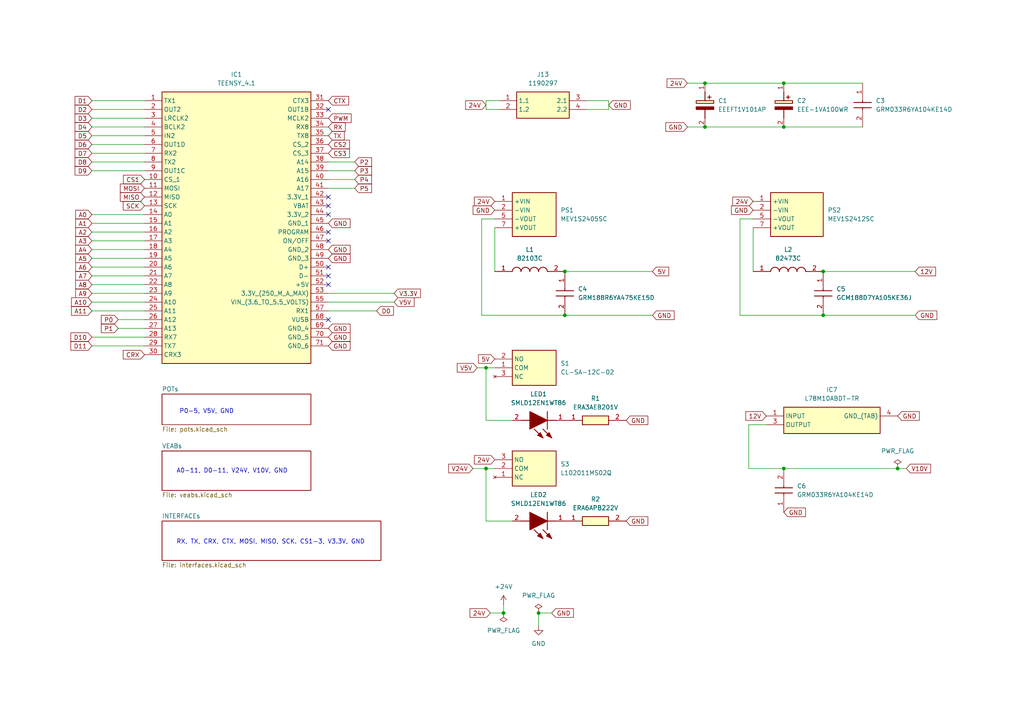
<source format=kicad_sch>
(kicad_sch
	(version 20231120)
	(generator "eeschema")
	(generator_version "8.0")
	(uuid "7c729b63-3d20-4f8c-af05-a144a2f6144d")
	(paper "A4")
	(lib_symbols
		(symbol "SamacSys_Parts:1190297"
			(exclude_from_sim no)
			(in_bom yes)
			(on_board yes)
			(property "Reference" "J"
				(at 21.59 7.62 0)
				(effects
					(font
						(size 1.27 1.27)
					)
					(justify left top)
				)
			)
			(property "Value" "1190297"
				(at 21.59 5.08 0)
				(effects
					(font
						(size 1.27 1.27)
					)
					(justify left top)
				)
			)
			(property "Footprint" "1190297"
				(at 21.59 -94.92 0)
				(effects
					(font
						(size 1.27 1.27)
					)
					(justify left top)
					(hide yes)
				)
			)
			(property "Datasheet" "https://g.componentsearchengine.com/Datasheets/0/15169004.pdf"
				(at 21.59 -194.92 0)
				(effects
					(font
						(size 1.27 1.27)
					)
					(justify left top)
					(hide yes)
				)
			)
			(property "Description" "PCB terminal block, nominal current: 24 A, rated voltage (III/2): 400 V, nominal cross section: 2.5 mm2, number of potentials: 2, number of rows: 1, number of positions per row: 2, product range: LPT 2,5/, pitch: 5 mm, connection method: Lever Push-in connection, mounting: Wave soldering, conductor/PCB connection direction: 0 , color: green, Pin layout: Linear pinning, Solder pin [P]: 3.5 mm, type of packaging: packed in cardboard"
				(at 0 0 0)
				(effects
					(font
						(size 1.27 1.27)
					)
					(hide yes)
				)
			)
			(property "Height" "23.58"
				(at 21.59 -394.92 0)
				(effects
					(font
						(size 1.27 1.27)
					)
					(justify left top)
					(hide yes)
				)
			)
			(property "Manufacturer_Name" "Phoenix Contact"
				(at 21.59 -494.92 0)
				(effects
					(font
						(size 1.27 1.27)
					)
					(justify left top)
					(hide yes)
				)
			)
			(property "Manufacturer_Part_Number" "1190297"
				(at 21.59 -594.92 0)
				(effects
					(font
						(size 1.27 1.27)
					)
					(justify left top)
					(hide yes)
				)
			)
			(property "Mouser Part Number" "651-1190297"
				(at 21.59 -694.92 0)
				(effects
					(font
						(size 1.27 1.27)
					)
					(justify left top)
					(hide yes)
				)
			)
			(property "Mouser Price/Stock" "https://www.mouser.co.uk/ProductDetail/Phoenix-Contact/1190297?qs=QNEnbhJQKvaBinyAO%252BdsFA%3D%3D"
				(at 21.59 -794.92 0)
				(effects
					(font
						(size 1.27 1.27)
					)
					(justify left top)
					(hide yes)
				)
			)
			(property "Arrow Part Number" "1190297"
				(at 21.59 -894.92 0)
				(effects
					(font
						(size 1.27 1.27)
					)
					(justify left top)
					(hide yes)
				)
			)
			(property "Arrow Price/Stock" "https://www.arrow.com/en/products/1190297/phoenix-contact?utm_currency=USD&region=nac"
				(at 21.59 -994.92 0)
				(effects
					(font
						(size 1.27 1.27)
					)
					(justify left top)
					(hide yes)
				)
			)
			(symbol "1190297_1_1"
				(rectangle
					(start 5.08 2.54)
					(end 20.32 -5.08)
					(stroke
						(width 0.254)
						(type default)
					)
					(fill
						(type background)
					)
				)
				(pin passive line
					(at 0 0 0)
					(length 5.08)
					(name "1.1"
						(effects
							(font
								(size 1.27 1.27)
							)
						)
					)
					(number "1"
						(effects
							(font
								(size 1.27 1.27)
							)
						)
					)
				)
				(pin passive line
					(at 0 -2.54 0)
					(length 5.08)
					(name "1.2"
						(effects
							(font
								(size 1.27 1.27)
							)
						)
					)
					(number "2"
						(effects
							(font
								(size 1.27 1.27)
							)
						)
					)
				)
				(pin passive line
					(at 25.4 0 180)
					(length 5.08)
					(name "2.1"
						(effects
							(font
								(size 1.27 1.27)
							)
						)
					)
					(number "3"
						(effects
							(font
								(size 1.27 1.27)
							)
						)
					)
				)
				(pin passive line
					(at 25.4 -2.54 180)
					(length 5.08)
					(name "2.2"
						(effects
							(font
								(size 1.27 1.27)
							)
						)
					)
					(number "4"
						(effects
							(font
								(size 1.27 1.27)
							)
						)
					)
				)
			)
		)
		(symbol "SamacSys_Parts:82103C"
			(pin_names hide)
			(exclude_from_sim no)
			(in_bom yes)
			(on_board yes)
			(property "Reference" "L"
				(at 16.51 6.35 0)
				(effects
					(font
						(size 1.27 1.27)
					)
					(justify left top)
				)
			)
			(property "Value" "82103C"
				(at 16.51 3.81 0)
				(effects
					(font
						(size 1.27 1.27)
					)
					(justify left top)
				)
			)
			(property "Footprint" "8200"
				(at 16.51 -96.19 0)
				(effects
					(font
						(size 1.27 1.27)
					)
					(justify left top)
					(hide yes)
				)
			)
			(property "Datasheet" "https://componentsearchengine.com/Datasheets/3/82103C.pdf"
				(at 16.51 -196.19 0)
				(effects
					(font
						(size 1.27 1.27)
					)
					(justify left top)
					(hide yes)
				)
			)
			(property "Description" "Fixed Inductor 10uH 0.5A Mini SMD Power Murata 8200 Series Wire-wound SMD Inductor 10 uH Wire-Wound 500mA Idc Q:35"
				(at 0 0 0)
				(effects
					(font
						(size 1.27 1.27)
					)
					(hide yes)
				)
			)
			(property "Height" ""
				(at 16.51 -396.19 0)
				(effects
					(font
						(size 1.27 1.27)
					)
					(justify left top)
					(hide yes)
				)
			)
			(property "Manufacturer_Name" "Murata Electronics"
				(at 16.51 -496.19 0)
				(effects
					(font
						(size 1.27 1.27)
					)
					(justify left top)
					(hide yes)
				)
			)
			(property "Manufacturer_Part_Number" "82103C"
				(at 16.51 -596.19 0)
				(effects
					(font
						(size 1.27 1.27)
					)
					(justify left top)
					(hide yes)
				)
			)
			(property "Mouser Part Number" "580-82103C"
				(at 16.51 -696.19 0)
				(effects
					(font
						(size 1.27 1.27)
					)
					(justify left top)
					(hide yes)
				)
			)
			(property "Mouser Price/Stock" "https://www.mouser.co.uk/ProductDetail/Murata-Power-Solutions/82103C?qs=5CKLVr1iF0k04N3DPxLd2A%3D%3D"
				(at 16.51 -796.19 0)
				(effects
					(font
						(size 1.27 1.27)
					)
					(justify left top)
					(hide yes)
				)
			)
			(property "Arrow Part Number" "82103C"
				(at 16.51 -896.19 0)
				(effects
					(font
						(size 1.27 1.27)
					)
					(justify left top)
					(hide yes)
				)
			)
			(property "Arrow Price/Stock" "https://www.arrow.com/en/products/82103c/murata-power-solutions?utm_currency=USD&region=nac"
				(at 16.51 -996.19 0)
				(effects
					(font
						(size 1.27 1.27)
					)
					(justify left top)
					(hide yes)
				)
			)
			(symbol "82103C_1_1"
				(arc
					(start 7.62 0)
					(mid 6.35 1.219)
					(end 5.08 0)
					(stroke
						(width 0.254)
						(type default)
					)
					(fill
						(type none)
					)
				)
				(arc
					(start 10.16 0)
					(mid 8.89 1.219)
					(end 7.62 0)
					(stroke
						(width 0.254)
						(type default)
					)
					(fill
						(type none)
					)
				)
				(arc
					(start 12.7 0)
					(mid 11.43 1.219)
					(end 10.16 0)
					(stroke
						(width 0.254)
						(type default)
					)
					(fill
						(type none)
					)
				)
				(arc
					(start 15.24 0)
					(mid 13.97 1.219)
					(end 12.7 0)
					(stroke
						(width 0.254)
						(type default)
					)
					(fill
						(type none)
					)
				)
				(pin passive line
					(at 0 0 0)
					(length 5.08)
					(name "1"
						(effects
							(font
								(size 1.27 1.27)
							)
						)
					)
					(number "1"
						(effects
							(font
								(size 1.27 1.27)
							)
						)
					)
				)
				(pin passive line
					(at 20.32 0 180)
					(length 5.08)
					(name "2"
						(effects
							(font
								(size 1.27 1.27)
							)
						)
					)
					(number "2"
						(effects
							(font
								(size 1.27 1.27)
							)
						)
					)
				)
			)
		)
		(symbol "SamacSys_Parts:82473C"
			(pin_names hide)
			(exclude_from_sim no)
			(in_bom yes)
			(on_board yes)
			(property "Reference" "L"
				(at 16.51 6.35 0)
				(effects
					(font
						(size 1.27 1.27)
					)
					(justify left top)
				)
			)
			(property "Value" "82473C"
				(at 16.51 3.81 0)
				(effects
					(font
						(size 1.27 1.27)
					)
					(justify left top)
				)
			)
			(property "Footprint" "8200"
				(at 16.51 -96.19 0)
				(effects
					(font
						(size 1.27 1.27)
					)
					(justify left top)
					(hide yes)
				)
			)
			(property "Datasheet" "https://gr.mouser.com/datasheet/2/281/1/kmp_8200c-2936291.pdf"
				(at 16.51 -196.19 0)
				(effects
					(font
						(size 1.27 1.27)
					)
					(justify left top)
					(hide yes)
				)
			)
			(property "Description" "Inductor 47uH 0.25A SMD Single Murata 8200 Series Wire-wound SMD Inductor 47 uH +/-10% Wire-Wound 250mA Idc Q:40"
				(at 0 0 0)
				(effects
					(font
						(size 1.27 1.27)
					)
					(hide yes)
				)
			)
			(property "Height" ""
				(at 16.51 -396.19 0)
				(effects
					(font
						(size 1.27 1.27)
					)
					(justify left top)
					(hide yes)
				)
			)
			(property "Manufacturer_Name" "Murata Electronics"
				(at 16.51 -496.19 0)
				(effects
					(font
						(size 1.27 1.27)
					)
					(justify left top)
					(hide yes)
				)
			)
			(property "Manufacturer_Part_Number" "82473C"
				(at 16.51 -596.19 0)
				(effects
					(font
						(size 1.27 1.27)
					)
					(justify left top)
					(hide yes)
				)
			)
			(property "Mouser Part Number" "580-82473C"
				(at 16.51 -696.19 0)
				(effects
					(font
						(size 1.27 1.27)
					)
					(justify left top)
					(hide yes)
				)
			)
			(property "Mouser Price/Stock" "https://www.mouser.co.uk/ProductDetail/Murata-Power-Solutions/82473C?qs=YrwRCnq4S4hABGLRQu9WdQ%3D%3D"
				(at 16.51 -796.19 0)
				(effects
					(font
						(size 1.27 1.27)
					)
					(justify left top)
					(hide yes)
				)
			)
			(property "Arrow Part Number" "82473C"
				(at 16.51 -896.19 0)
				(effects
					(font
						(size 1.27 1.27)
					)
					(justify left top)
					(hide yes)
				)
			)
			(property "Arrow Price/Stock" "https://www.arrow.com/en/products/82473c/murata-power-solutions?region=nac"
				(at 16.51 -996.19 0)
				(effects
					(font
						(size 1.27 1.27)
					)
					(justify left top)
					(hide yes)
				)
			)
			(symbol "82473C_1_1"
				(arc
					(start 7.62 0)
					(mid 6.35 1.219)
					(end 5.08 0)
					(stroke
						(width 0.254)
						(type default)
					)
					(fill
						(type none)
					)
				)
				(arc
					(start 10.16 0)
					(mid 8.89 1.219)
					(end 7.62 0)
					(stroke
						(width 0.254)
						(type default)
					)
					(fill
						(type none)
					)
				)
				(arc
					(start 12.7 0)
					(mid 11.43 1.219)
					(end 10.16 0)
					(stroke
						(width 0.254)
						(type default)
					)
					(fill
						(type none)
					)
				)
				(arc
					(start 15.24 0)
					(mid 13.97 1.219)
					(end 12.7 0)
					(stroke
						(width 0.254)
						(type default)
					)
					(fill
						(type none)
					)
				)
				(pin passive line
					(at 0 0 0)
					(length 5.08)
					(name "1"
						(effects
							(font
								(size 1.27 1.27)
							)
						)
					)
					(number "1"
						(effects
							(font
								(size 1.27 1.27)
							)
						)
					)
				)
				(pin passive line
					(at 20.32 0 180)
					(length 5.08)
					(name "2"
						(effects
							(font
								(size 1.27 1.27)
							)
						)
					)
					(number "2"
						(effects
							(font
								(size 1.27 1.27)
							)
						)
					)
				)
			)
		)
		(symbol "SamacSys_Parts:CL-SA-12C-02"
			(exclude_from_sim no)
			(in_bom yes)
			(on_board yes)
			(property "Reference" "S"
				(at 19.05 7.62 0)
				(effects
					(font
						(size 1.27 1.27)
					)
					(justify left top)
				)
			)
			(property "Value" "CL-SA-12C-02"
				(at 19.05 5.08 0)
				(effects
					(font
						(size 1.27 1.27)
					)
					(justify left top)
				)
			)
			(property "Footprint" "CLSA12C02"
				(at 19.05 -94.92 0)
				(effects
					(font
						(size 1.27 1.27)
					)
					(justify left top)
					(hide yes)
				)
			)
			(property "Datasheet" "https://www.nidec-components.com/e/catalog/switch/cl-sa.pdf"
				(at 19.05 -194.92 0)
				(effects
					(font
						(size 1.27 1.27)
					)
					(justify left top)
					(hide yes)
				)
			)
			(property "Description" "Slide Switches SPDT, ON-ON Slide, White Actuator, 500mA @ 12V DC Straight PC Terminals, Bulk Packaging"
				(at 0 0 0)
				(effects
					(font
						(size 1.27 1.27)
					)
					(hide yes)
				)
			)
			(property "Height" "6.7"
				(at 19.05 -394.92 0)
				(effects
					(font
						(size 1.27 1.27)
					)
					(justify left top)
					(hide yes)
				)
			)
			(property "Manufacturer_Name" "Nidec Copal"
				(at 19.05 -494.92 0)
				(effects
					(font
						(size 1.27 1.27)
					)
					(justify left top)
					(hide yes)
				)
			)
			(property "Manufacturer_Part_Number" "CL-SA-12C-02"
				(at 19.05 -594.92 0)
				(effects
					(font
						(size 1.27 1.27)
					)
					(justify left top)
					(hide yes)
				)
			)
			(property "Mouser Part Number" "229-CL-SA-12C-02"
				(at 19.05 -694.92 0)
				(effects
					(font
						(size 1.27 1.27)
					)
					(justify left top)
					(hide yes)
				)
			)
			(property "Mouser Price/Stock" "https://www.mouser.co.uk/ProductDetail/Nidec-Components/CL-SA-12C-02?qs=XeJtXLiO41TlKid1dCt4%2FA%3D%3D"
				(at 19.05 -794.92 0)
				(effects
					(font
						(size 1.27 1.27)
					)
					(justify left top)
					(hide yes)
				)
			)
			(property "Arrow Part Number" ""
				(at 19.05 -894.92 0)
				(effects
					(font
						(size 1.27 1.27)
					)
					(justify left top)
					(hide yes)
				)
			)
			(property "Arrow Price/Stock" ""
				(at 19.05 -994.92 0)
				(effects
					(font
						(size 1.27 1.27)
					)
					(justify left top)
					(hide yes)
				)
			)
			(symbol "CL-SA-12C-02_1_1"
				(rectangle
					(start 5.08 2.54)
					(end 17.78 -7.62)
					(stroke
						(width 0.254)
						(type default)
					)
					(fill
						(type background)
					)
				)
				(pin passive line
					(at 0 -2.54 0)
					(length 5.08)
					(name "COM"
						(effects
							(font
								(size 1.27 1.27)
							)
						)
					)
					(number "1"
						(effects
							(font
								(size 1.27 1.27)
							)
						)
					)
				)
				(pin passive line
					(at 0 0 0)
					(length 5.08)
					(name "NO"
						(effects
							(font
								(size 1.27 1.27)
							)
						)
					)
					(number "2"
						(effects
							(font
								(size 1.27 1.27)
							)
						)
					)
				)
				(pin no_connect line
					(at 0 -5.08 0)
					(length 5.08)
					(name "NC"
						(effects
							(font
								(size 1.27 1.27)
							)
						)
					)
					(number "3"
						(effects
							(font
								(size 1.27 1.27)
							)
						)
					)
				)
			)
		)
		(symbol "SamacSys_Parts:EEE-1VA100WR"
			(pin_names hide)
			(exclude_from_sim no)
			(in_bom yes)
			(on_board yes)
			(property "Reference" "C"
				(at 8.89 6.35 0)
				(effects
					(font
						(size 1.27 1.27)
					)
					(justify left top)
				)
			)
			(property "Value" "EEE-1VA100WR"
				(at 8.89 3.81 0)
				(effects
					(font
						(size 1.27 1.27)
					)
					(justify left top)
				)
			)
			(property "Footprint" "EEE1AA220WR"
				(at 8.89 -96.19 0)
				(effects
					(font
						(size 1.27 1.27)
					)
					(justify left top)
					(hide yes)
				)
			)
			(property "Datasheet" "http://industrial.panasonic.com/cdbs/www-data/pdf/RDE0000/ABA0000C1145.pdf"
				(at 8.89 -196.19 0)
				(effects
					(font
						(size 1.27 1.27)
					)
					(justify left top)
					(hide yes)
				)
			)
			(property "Description" "Panasonic Aluminium Electrolytic Capacitor 10uF 35V dc 4mm B S(V) Series, Surface Mount Electrolytic, +/-20% 4 x 5.4mm"
				(at 0 0 0)
				(effects
					(font
						(size 1.27 1.27)
					)
					(hide yes)
				)
			)
			(property "Height" "5.5"
				(at 8.89 -396.19 0)
				(effects
					(font
						(size 1.27 1.27)
					)
					(justify left top)
					(hide yes)
				)
			)
			(property "Manufacturer_Name" "Panasonic"
				(at 8.89 -496.19 0)
				(effects
					(font
						(size 1.27 1.27)
					)
					(justify left top)
					(hide yes)
				)
			)
			(property "Manufacturer_Part_Number" "EEE-1VA100WR"
				(at 8.89 -596.19 0)
				(effects
					(font
						(size 1.27 1.27)
					)
					(justify left top)
					(hide yes)
				)
			)
			(property "Mouser Part Number" "667-EEE-1VA100WR"
				(at 8.89 -696.19 0)
				(effects
					(font
						(size 1.27 1.27)
					)
					(justify left top)
					(hide yes)
				)
			)
			(property "Mouser Price/Stock" "https://www.mouser.co.uk/ProductDetail/Panasonic/EEE-1VA100WR?qs=wEytwf7f49FesPYD9kDCWw%3D%3D"
				(at 8.89 -796.19 0)
				(effects
					(font
						(size 1.27 1.27)
					)
					(justify left top)
					(hide yes)
				)
			)
			(property "Arrow Part Number" "EEE-1VA100WR"
				(at 8.89 -896.19 0)
				(effects
					(font
						(size 1.27 1.27)
					)
					(justify left top)
					(hide yes)
				)
			)
			(property "Arrow Price/Stock" "https://www.arrow.com/en/products/eee-1va100wr/panasonic?region=nac"
				(at 8.89 -996.19 0)
				(effects
					(font
						(size 1.27 1.27)
					)
					(justify left top)
					(hide yes)
				)
			)
			(symbol "EEE-1VA100WR_1_1"
				(polyline
					(pts
						(xy 2.54 0) (xy 5.08 0)
					)
					(stroke
						(width 0.254)
						(type default)
					)
					(fill
						(type none)
					)
				)
				(polyline
					(pts
						(xy 4.064 1.778) (xy 4.064 0.762)
					)
					(stroke
						(width 0.254)
						(type default)
					)
					(fill
						(type none)
					)
				)
				(polyline
					(pts
						(xy 4.572 1.27) (xy 3.556 1.27)
					)
					(stroke
						(width 0.254)
						(type default)
					)
					(fill
						(type none)
					)
				)
				(polyline
					(pts
						(xy 7.62 0) (xy 10.16 0)
					)
					(stroke
						(width 0.254)
						(type default)
					)
					(fill
						(type none)
					)
				)
				(polyline
					(pts
						(xy 7.62 2.54) (xy 7.62 -2.54) (xy 6.858 -2.54) (xy 6.858 2.54) (xy 7.62 2.54)
					)
					(stroke
						(width 0.254)
						(type default)
					)
					(fill
						(type outline)
					)
				)
				(rectangle
					(start 5.08 2.54)
					(end 5.842 -2.54)
					(stroke
						(width 0.254)
						(type default)
					)
					(fill
						(type background)
					)
				)
				(pin passive line
					(at 0 0 0)
					(length 2.54)
					(name "+"
						(effects
							(font
								(size 1.27 1.27)
							)
						)
					)
					(number "1"
						(effects
							(font
								(size 1.27 1.27)
							)
						)
					)
				)
				(pin passive line
					(at 12.7 0 180)
					(length 2.54)
					(name "-"
						(effects
							(font
								(size 1.27 1.27)
							)
						)
					)
					(number "2"
						(effects
							(font
								(size 1.27 1.27)
							)
						)
					)
				)
			)
		)
		(symbol "SamacSys_Parts:EEEFT1V101AP"
			(pin_names hide)
			(exclude_from_sim no)
			(in_bom yes)
			(on_board yes)
			(property "Reference" "C"
				(at 8.89 6.35 0)
				(effects
					(font
						(size 1.27 1.27)
					)
					(justify left top)
				)
			)
			(property "Value" "EEEFT1V101AP"
				(at 8.89 3.81 0)
				(effects
					(font
						(size 1.27 1.27)
					)
					(justify left top)
				)
			)
			(property "Footprint" "EEE1AA101SP"
				(at 8.89 -96.19 0)
				(effects
					(font
						(size 1.27 1.27)
					)
					(justify left top)
					(hide yes)
				)
			)
			(property "Datasheet" "http://industrial.panasonic.com/cdbs/www-data/pdf/RDE0000/ABA0000C1240.pdf"
				(at 8.89 -196.19 0)
				(effects
					(font
						(size 1.27 1.27)
					)
					(justify left top)
					(hide yes)
				)
			)
			(property "Description" "Panasonic 100uF +/-20% 260m 35 V dc D SMD Metal Can Aluminium Electrolytic Capacitor"
				(at 0 0 0)
				(effects
					(font
						(size 1.27 1.27)
					)
					(hide yes)
				)
			)
			(property "Height" "7.8"
				(at 8.89 -396.19 0)
				(effects
					(font
						(size 1.27 1.27)
					)
					(justify left top)
					(hide yes)
				)
			)
			(property "Manufacturer_Name" "Panasonic"
				(at 8.89 -496.19 0)
				(effects
					(font
						(size 1.27 1.27)
					)
					(justify left top)
					(hide yes)
				)
			)
			(property "Manufacturer_Part_Number" "EEEFT1V101AP"
				(at 8.89 -596.19 0)
				(effects
					(font
						(size 1.27 1.27)
					)
					(justify left top)
					(hide yes)
				)
			)
			(property "Mouser Part Number" ""
				(at 8.89 -696.19 0)
				(effects
					(font
						(size 1.27 1.27)
					)
					(justify left top)
					(hide yes)
				)
			)
			(property "Mouser Price/Stock" ""
				(at 8.89 -796.19 0)
				(effects
					(font
						(size 1.27 1.27)
					)
					(justify left top)
					(hide yes)
				)
			)
			(property "Arrow Part Number" "EEEFT1V101AP"
				(at 8.89 -896.19 0)
				(effects
					(font
						(size 1.27 1.27)
					)
					(justify left top)
					(hide yes)
				)
			)
			(property "Arrow Price/Stock" "https://www.arrow.com/en/products/eeeft1v101ap/panasonic"
				(at 8.89 -996.19 0)
				(effects
					(font
						(size 1.27 1.27)
					)
					(justify left top)
					(hide yes)
				)
			)
			(symbol "EEEFT1V101AP_1_1"
				(polyline
					(pts
						(xy 2.54 0) (xy 5.08 0)
					)
					(stroke
						(width 0.254)
						(type default)
					)
					(fill
						(type none)
					)
				)
				(polyline
					(pts
						(xy 4.064 1.778) (xy 4.064 0.762)
					)
					(stroke
						(width 0.254)
						(type default)
					)
					(fill
						(type none)
					)
				)
				(polyline
					(pts
						(xy 4.572 1.27) (xy 3.556 1.27)
					)
					(stroke
						(width 0.254)
						(type default)
					)
					(fill
						(type none)
					)
				)
				(polyline
					(pts
						(xy 7.62 0) (xy 10.16 0)
					)
					(stroke
						(width 0.254)
						(type default)
					)
					(fill
						(type none)
					)
				)
				(polyline
					(pts
						(xy 7.62 2.54) (xy 7.62 -2.54) (xy 6.858 -2.54) (xy 6.858 2.54) (xy 7.62 2.54)
					)
					(stroke
						(width 0.254)
						(type default)
					)
					(fill
						(type outline)
					)
				)
				(rectangle
					(start 5.08 2.54)
					(end 5.842 -2.54)
					(stroke
						(width 0.254)
						(type default)
					)
					(fill
						(type background)
					)
				)
				(pin passive line
					(at 0 0 0)
					(length 2.54)
					(name "+"
						(effects
							(font
								(size 1.27 1.27)
							)
						)
					)
					(number "1"
						(effects
							(font
								(size 1.27 1.27)
							)
						)
					)
				)
				(pin passive line
					(at 12.7 0 180)
					(length 2.54)
					(name "-"
						(effects
							(font
								(size 1.27 1.27)
							)
						)
					)
					(number "2"
						(effects
							(font
								(size 1.27 1.27)
							)
						)
					)
				)
			)
		)
		(symbol "SamacSys_Parts:ERA3AEB201V"
			(pin_names hide)
			(exclude_from_sim no)
			(in_bom yes)
			(on_board yes)
			(property "Reference" "R"
				(at 13.97 6.35 0)
				(effects
					(font
						(size 1.27 1.27)
					)
					(justify left top)
				)
			)
			(property "Value" "ERA3AEB201V"
				(at 13.97 3.81 0)
				(effects
					(font
						(size 1.27 1.27)
					)
					(justify left top)
				)
			)
			(property "Footprint" "ERA3AEB101V"
				(at 13.97 -96.19 0)
				(effects
					(font
						(size 1.27 1.27)
					)
					(justify left top)
					(hide yes)
				)
			)
			(property "Datasheet" "https://industrial.panasonic.com/cdbs/www-data/pdf/RDM0000/AOA0000C307.pdf"
				(at 13.97 -196.19 0)
				(effects
					(font
						(size 1.27 1.27)
					)
					(justify left top)
					(hide yes)
				)
			)
			(property "Description" "Panasonic E24 Series Thin Film Surface Mount Resistor 0603 Case 200 +/-0.1% 0.1W +/-25ppm/C"
				(at 0 0 0)
				(effects
					(font
						(size 1.27 1.27)
					)
					(hide yes)
				)
			)
			(property "Height" "0.55"
				(at 13.97 -396.19 0)
				(effects
					(font
						(size 1.27 1.27)
					)
					(justify left top)
					(hide yes)
				)
			)
			(property "Manufacturer_Name" "Panasonic"
				(at 13.97 -496.19 0)
				(effects
					(font
						(size 1.27 1.27)
					)
					(justify left top)
					(hide yes)
				)
			)
			(property "Manufacturer_Part_Number" "ERA3AEB201V"
				(at 13.97 -596.19 0)
				(effects
					(font
						(size 1.27 1.27)
					)
					(justify left top)
					(hide yes)
				)
			)
			(property "Mouser Part Number" ""
				(at 13.97 -696.19 0)
				(effects
					(font
						(size 1.27 1.27)
					)
					(justify left top)
					(hide yes)
				)
			)
			(property "Mouser Price/Stock" ""
				(at 13.97 -796.19 0)
				(effects
					(font
						(size 1.27 1.27)
					)
					(justify left top)
					(hide yes)
				)
			)
			(property "Arrow Part Number" ""
				(at 13.97 -896.19 0)
				(effects
					(font
						(size 1.27 1.27)
					)
					(justify left top)
					(hide yes)
				)
			)
			(property "Arrow Price/Stock" ""
				(at 13.97 -996.19 0)
				(effects
					(font
						(size 1.27 1.27)
					)
					(justify left top)
					(hide yes)
				)
			)
			(symbol "ERA3AEB201V_1_1"
				(rectangle
					(start 5.08 1.27)
					(end 12.7 -1.27)
					(stroke
						(width 0.254)
						(type default)
					)
					(fill
						(type background)
					)
				)
				(pin passive line
					(at 0 0 0)
					(length 5.08)
					(name "1"
						(effects
							(font
								(size 1.27 1.27)
							)
						)
					)
					(number "1"
						(effects
							(font
								(size 1.27 1.27)
							)
						)
					)
				)
				(pin passive line
					(at 17.78 0 180)
					(length 5.08)
					(name "2"
						(effects
							(font
								(size 1.27 1.27)
							)
						)
					)
					(number "2"
						(effects
							(font
								(size 1.27 1.27)
							)
						)
					)
				)
			)
		)
		(symbol "SamacSys_Parts:ERA6APB222V"
			(pin_names hide)
			(exclude_from_sim no)
			(in_bom yes)
			(on_board yes)
			(property "Reference" "R"
				(at 13.97 6.35 0)
				(effects
					(font
						(size 1.27 1.27)
					)
					(justify left top)
				)
			)
			(property "Value" "ERA6APB222V"
				(at 13.97 3.81 0)
				(effects
					(font
						(size 1.27 1.27)
					)
					(justify left top)
				)
			)
			(property "Footprint" "ERA6AEB1020V"
				(at 13.97 -96.19 0)
				(effects
					(font
						(size 1.27 1.27)
					)
					(justify left top)
					(hide yes)
				)
			)
			(property "Datasheet" "https://industrial.panasonic.com/cdbs/www-data/pdf/RDM0000/AOA0000C307.pdf"
				(at 13.97 -196.19 0)
				(effects
					(font
						(size 1.27 1.27)
					)
					(justify left top)
					(hide yes)
				)
			)
			(property "Description" "Res SMD 0805 0.1% 0.125W T.C.15ppm 2K2 Panasonic ERA Series Metal Film Surface Mount Resistor 0805 Case 2.2k +/-0.1% 0.125W +/-15ppm/C"
				(at 0 0 0)
				(effects
					(font
						(size 1.27 1.27)
					)
					(hide yes)
				)
			)
			(property "Height" "0.6"
				(at 13.97 -396.19 0)
				(effects
					(font
						(size 1.27 1.27)
					)
					(justify left top)
					(hide yes)
				)
			)
			(property "Manufacturer_Name" "Panasonic"
				(at 13.97 -496.19 0)
				(effects
					(font
						(size 1.27 1.27)
					)
					(justify left top)
					(hide yes)
				)
			)
			(property "Manufacturer_Part_Number" "ERA6APB222V"
				(at 13.97 -596.19 0)
				(effects
					(font
						(size 1.27 1.27)
					)
					(justify left top)
					(hide yes)
				)
			)
			(property "Mouser Part Number" ""
				(at 13.97 -696.19 0)
				(effects
					(font
						(size 1.27 1.27)
					)
					(justify left top)
					(hide yes)
				)
			)
			(property "Mouser Price/Stock" ""
				(at 13.97 -796.19 0)
				(effects
					(font
						(size 1.27 1.27)
					)
					(justify left top)
					(hide yes)
				)
			)
			(property "Arrow Part Number" ""
				(at 13.97 -896.19 0)
				(effects
					(font
						(size 1.27 1.27)
					)
					(justify left top)
					(hide yes)
				)
			)
			(property "Arrow Price/Stock" ""
				(at 13.97 -996.19 0)
				(effects
					(font
						(size 1.27 1.27)
					)
					(justify left top)
					(hide yes)
				)
			)
			(symbol "ERA6APB222V_1_1"
				(rectangle
					(start 5.08 1.27)
					(end 12.7 -1.27)
					(stroke
						(width 0.254)
						(type default)
					)
					(fill
						(type background)
					)
				)
				(pin passive line
					(at 0 0 0)
					(length 5.08)
					(name "1"
						(effects
							(font
								(size 1.27 1.27)
							)
						)
					)
					(number "1"
						(effects
							(font
								(size 1.27 1.27)
							)
						)
					)
				)
				(pin passive line
					(at 17.78 0 180)
					(length 5.08)
					(name "2"
						(effects
							(font
								(size 1.27 1.27)
							)
						)
					)
					(number "2"
						(effects
							(font
								(size 1.27 1.27)
							)
						)
					)
				)
			)
		)
		(symbol "SamacSys_Parts:GCM188D7YA105KE36J"
			(pin_names hide)
			(exclude_from_sim no)
			(in_bom yes)
			(on_board yes)
			(property "Reference" "C"
				(at 8.89 6.35 0)
				(effects
					(font
						(size 1.27 1.27)
					)
					(justify left top)
				)
			)
			(property "Value" "GCM188D7YA105KE36J"
				(at 8.89 3.81 0)
				(effects
					(font
						(size 1.27 1.27)
					)
					(justify left top)
				)
			)
			(property "Footprint" "GCM188D7YA105KE36J"
				(at 8.89 -96.19 0)
				(effects
					(font
						(size 1.27 1.27)
					)
					(justify left top)
					(hide yes)
				)
			)
			(property "Datasheet" "https://search.murata.co.jp/Ceramy/image/img/A01X/G101/ENG/GCM188D7YA105KE36-01A.pdf"
				(at 8.89 -196.19 0)
				(effects
					(font
						(size 1.27 1.27)
					)
					(justify left top)
					(hide yes)
				)
			)
			(property "Description" "1 F +/-10% 35V Ceramic Capacitor X7T 0603 (1608 Metric)"
				(at 0 0 0)
				(effects
					(font
						(size 1.27 1.27)
					)
					(hide yes)
				)
			)
			(property "Height" "1"
				(at 8.89 -396.19 0)
				(effects
					(font
						(size 1.27 1.27)
					)
					(justify left top)
					(hide yes)
				)
			)
			(property "Manufacturer_Name" "Murata Electronics"
				(at 8.89 -496.19 0)
				(effects
					(font
						(size 1.27 1.27)
					)
					(justify left top)
					(hide yes)
				)
			)
			(property "Manufacturer_Part_Number" "GCM188D7YA105KE36J"
				(at 8.89 -596.19 0)
				(effects
					(font
						(size 1.27 1.27)
					)
					(justify left top)
					(hide yes)
				)
			)
			(property "Mouser Part Number" ""
				(at 8.89 -696.19 0)
				(effects
					(font
						(size 1.27 1.27)
					)
					(justify left top)
					(hide yes)
				)
			)
			(property "Mouser Price/Stock" ""
				(at 8.89 -796.19 0)
				(effects
					(font
						(size 1.27 1.27)
					)
					(justify left top)
					(hide yes)
				)
			)
			(property "Arrow Part Number" ""
				(at 8.89 -896.19 0)
				(effects
					(font
						(size 1.27 1.27)
					)
					(justify left top)
					(hide yes)
				)
			)
			(property "Arrow Price/Stock" ""
				(at 8.89 -996.19 0)
				(effects
					(font
						(size 1.27 1.27)
					)
					(justify left top)
					(hide yes)
				)
			)
			(symbol "GCM188D7YA105KE36J_1_1"
				(polyline
					(pts
						(xy 5.08 0) (xy 5.588 0)
					)
					(stroke
						(width 0.254)
						(type default)
					)
					(fill
						(type none)
					)
				)
				(polyline
					(pts
						(xy 5.588 2.54) (xy 5.588 -2.54)
					)
					(stroke
						(width 0.254)
						(type default)
					)
					(fill
						(type none)
					)
				)
				(polyline
					(pts
						(xy 7.112 0) (xy 7.62 0)
					)
					(stroke
						(width 0.254)
						(type default)
					)
					(fill
						(type none)
					)
				)
				(polyline
					(pts
						(xy 7.112 2.54) (xy 7.112 -2.54)
					)
					(stroke
						(width 0.254)
						(type default)
					)
					(fill
						(type none)
					)
				)
				(pin passive line
					(at 0 0 0)
					(length 5.08)
					(name "1"
						(effects
							(font
								(size 1.27 1.27)
							)
						)
					)
					(number "1"
						(effects
							(font
								(size 1.27 1.27)
							)
						)
					)
				)
				(pin passive line
					(at 12.7 0 180)
					(length 5.08)
					(name "2"
						(effects
							(font
								(size 1.27 1.27)
							)
						)
					)
					(number "2"
						(effects
							(font
								(size 1.27 1.27)
							)
						)
					)
				)
			)
		)
		(symbol "SamacSys_Parts:GRM033R6YA104KE14D"
			(pin_names hide)
			(exclude_from_sim no)
			(in_bom yes)
			(on_board yes)
			(property "Reference" "C"
				(at 8.89 6.35 0)
				(effects
					(font
						(size 1.27 1.27)
					)
					(justify left top)
				)
			)
			(property "Value" "GRM033R6YA104KE14D"
				(at 8.89 3.81 0)
				(effects
					(font
						(size 1.27 1.27)
					)
					(justify left top)
				)
			)
			(property "Footprint" "CAPC0603X33N"
				(at 8.89 -96.19 0)
				(effects
					(font
						(size 1.27 1.27)
					)
					(justify left top)
					(hide yes)
				)
			)
			(property "Datasheet" "http://www.murata.com/~/media/webrenewal/support/library/catalog/products/capacitor/mlcc/c02e.pdf"
				(at 8.89 -196.19 0)
				(effects
					(font
						(size 1.27 1.27)
					)
					(justify left top)
					(hide yes)
				)
			)
			(property "Description" "Multilayer Ceramic Capacitors MLCC - SMD/SMT 0201 0.10uF 35volts *Derate Voltage/Temp"
				(at 0 0 0)
				(effects
					(font
						(size 1.27 1.27)
					)
					(hide yes)
				)
			)
			(property "Height" "0.33"
				(at 8.89 -396.19 0)
				(effects
					(font
						(size 1.27 1.27)
					)
					(justify left top)
					(hide yes)
				)
			)
			(property "Manufacturer_Name" "Murata Electronics"
				(at 8.89 -496.19 0)
				(effects
					(font
						(size 1.27 1.27)
					)
					(justify left top)
					(hide yes)
				)
			)
			(property "Manufacturer_Part_Number" "GRM033R6YA104KE14D"
				(at 8.89 -596.19 0)
				(effects
					(font
						(size 1.27 1.27)
					)
					(justify left top)
					(hide yes)
				)
			)
			(property "Mouser Part Number" "81-GRM33R6YA104KE14D"
				(at 8.89 -696.19 0)
				(effects
					(font
						(size 1.27 1.27)
					)
					(justify left top)
					(hide yes)
				)
			)
			(property "Mouser Price/Stock" "https://www.mouser.co.uk/ProductDetail/Murata-Electronics/GRM033R6YA104KE14D?qs=P%2FC4Eoq9CDwTt3wOuyKhXw%3D%3D"
				(at 8.89 -796.19 0)
				(effects
					(font
						(size 1.27 1.27)
					)
					(justify left top)
					(hide yes)
				)
			)
			(property "Arrow Part Number" "GRM033R6YA104KE14D"
				(at 8.89 -896.19 0)
				(effects
					(font
						(size 1.27 1.27)
					)
					(justify left top)
					(hide yes)
				)
			)
			(property "Arrow Price/Stock" "https://www.arrow.com/en/products/grm033r6ya104ke14d/murata-manufacturing"
				(at 8.89 -996.19 0)
				(effects
					(font
						(size 1.27 1.27)
					)
					(justify left top)
					(hide yes)
				)
			)
			(symbol "GRM033R6YA104KE14D_1_1"
				(polyline
					(pts
						(xy 5.08 0) (xy 5.588 0)
					)
					(stroke
						(width 0.254)
						(type default)
					)
					(fill
						(type none)
					)
				)
				(polyline
					(pts
						(xy 5.588 2.54) (xy 5.588 -2.54)
					)
					(stroke
						(width 0.254)
						(type default)
					)
					(fill
						(type none)
					)
				)
				(polyline
					(pts
						(xy 7.112 0) (xy 7.62 0)
					)
					(stroke
						(width 0.254)
						(type default)
					)
					(fill
						(type none)
					)
				)
				(polyline
					(pts
						(xy 7.112 2.54) (xy 7.112 -2.54)
					)
					(stroke
						(width 0.254)
						(type default)
					)
					(fill
						(type none)
					)
				)
				(pin passive line
					(at 0 0 0)
					(length 5.08)
					(name "1"
						(effects
							(font
								(size 1.27 1.27)
							)
						)
					)
					(number "1"
						(effects
							(font
								(size 1.27 1.27)
							)
						)
					)
				)
				(pin passive line
					(at 12.7 0 180)
					(length 5.08)
					(name "2"
						(effects
							(font
								(size 1.27 1.27)
							)
						)
					)
					(number "2"
						(effects
							(font
								(size 1.27 1.27)
							)
						)
					)
				)
			)
		)
		(symbol "SamacSys_Parts:GRM188R6YA475KE15D"
			(pin_names hide)
			(exclude_from_sim no)
			(in_bom yes)
			(on_board yes)
			(property "Reference" "C"
				(at 8.89 6.35 0)
				(effects
					(font
						(size 1.27 1.27)
					)
					(justify left top)
				)
			)
			(property "Value" "GRM188R6YA475KE15D"
				(at 8.89 3.81 0)
				(effects
					(font
						(size 1.27 1.27)
					)
					(justify left top)
				)
			)
			(property "Footprint" "CAPC1608X90N"
				(at 8.89 -96.19 0)
				(effects
					(font
						(size 1.27 1.27)
					)
					(justify left top)
					(hide yes)
				)
			)
			(property "Datasheet" "https://psearch.en.murata.com/capacitor/product/GRM188R6YA475KE15%23.html"
				(at 8.89 -196.19 0)
				(effects
					(font
						(size 1.27 1.27)
					)
					(justify left top)
					(hide yes)
				)
			)
			(property "Description" "Multilayer Ceramic Capacitors MLCC - SMD/SMT 0603 4.7uF 35volts X5R 10%"
				(at 0 0 0)
				(effects
					(font
						(size 1.27 1.27)
					)
					(hide yes)
				)
			)
			(property "Height" "0.9"
				(at 8.89 -396.19 0)
				(effects
					(font
						(size 1.27 1.27)
					)
					(justify left top)
					(hide yes)
				)
			)
			(property "Manufacturer_Name" "Murata Electronics"
				(at 8.89 -496.19 0)
				(effects
					(font
						(size 1.27 1.27)
					)
					(justify left top)
					(hide yes)
				)
			)
			(property "Manufacturer_Part_Number" "GRM188R6YA475KE15D"
				(at 8.89 -596.19 0)
				(effects
					(font
						(size 1.27 1.27)
					)
					(justify left top)
					(hide yes)
				)
			)
			(property "Mouser Part Number" "81-GRM188R6YA475KE5D"
				(at 8.89 -696.19 0)
				(effects
					(font
						(size 1.27 1.27)
					)
					(justify left top)
					(hide yes)
				)
			)
			(property "Mouser Price/Stock" "https://www.mouser.co.uk/ProductDetail/Murata-Electronics/GRM188R6YA475KE15D?qs=eeBpzGFlv%252B%2FTEUAkSXFIlg%3D%3D"
				(at 8.89 -796.19 0)
				(effects
					(font
						(size 1.27 1.27)
					)
					(justify left top)
					(hide yes)
				)
			)
			(property "Arrow Part Number" "GRM188R6YA475KE15D"
				(at 8.89 -896.19 0)
				(effects
					(font
						(size 1.27 1.27)
					)
					(justify left top)
					(hide yes)
				)
			)
			(property "Arrow Price/Stock" "https://www.arrow.com/en/products/grm188r6ya475ke15d/murata-manufacturing?region=nac"
				(at 8.89 -996.19 0)
				(effects
					(font
						(size 1.27 1.27)
					)
					(justify left top)
					(hide yes)
				)
			)
			(symbol "GRM188R6YA475KE15D_1_1"
				(polyline
					(pts
						(xy 5.08 0) (xy 5.588 0)
					)
					(stroke
						(width 0.254)
						(type default)
					)
					(fill
						(type none)
					)
				)
				(polyline
					(pts
						(xy 5.588 2.54) (xy 5.588 -2.54)
					)
					(stroke
						(width 0.254)
						(type default)
					)
					(fill
						(type none)
					)
				)
				(polyline
					(pts
						(xy 7.112 0) (xy 7.62 0)
					)
					(stroke
						(width 0.254)
						(type default)
					)
					(fill
						(type none)
					)
				)
				(polyline
					(pts
						(xy 7.112 2.54) (xy 7.112 -2.54)
					)
					(stroke
						(width 0.254)
						(type default)
					)
					(fill
						(type none)
					)
				)
				(pin passive line
					(at 0 0 0)
					(length 5.08)
					(name "1"
						(effects
							(font
								(size 1.27 1.27)
							)
						)
					)
					(number "1"
						(effects
							(font
								(size 1.27 1.27)
							)
						)
					)
				)
				(pin passive line
					(at 12.7 0 180)
					(length 5.08)
					(name "2"
						(effects
							(font
								(size 1.27 1.27)
							)
						)
					)
					(number "2"
						(effects
							(font
								(size 1.27 1.27)
							)
						)
					)
				)
			)
		)
		(symbol "SamacSys_Parts:L102011MS02Q"
			(exclude_from_sim no)
			(in_bom yes)
			(on_board yes)
			(property "Reference" "S"
				(at 19.05 7.62 0)
				(effects
					(font
						(size 1.27 1.27)
					)
					(justify left top)
				)
			)
			(property "Value" "L102011MS02Q"
				(at 19.05 5.08 0)
				(effects
					(font
						(size 1.27 1.27)
					)
					(justify left top)
				)
			)
			(property "Footprint" "L102011MS02Q"
				(at 19.05 -94.92 0)
				(effects
					(font
						(size 1.27 1.27)
					)
					(justify left top)
					(hide yes)
				)
			)
			(property "Datasheet" "https://www.ckswitches.com/media/1423/l.pdf"
				(at 19.05 -194.92 0)
				(effects
					(font
						(size 1.27 1.27)
					)
					(justify left top)
					(hide yes)
				)
			)
			(property "Description" "SWITCH SLIDE SPDT 4A 125V"
				(at 0 0 0)
				(effects
					(font
						(size 1.27 1.27)
					)
					(hide yes)
				)
			)
			(property "Height" "14.18"
				(at 19.05 -394.92 0)
				(effects
					(font
						(size 1.27 1.27)
					)
					(justify left top)
					(hide yes)
				)
			)
			(property "Manufacturer_Name" "C & K COMPONENTS"
				(at 19.05 -494.92 0)
				(effects
					(font
						(size 1.27 1.27)
					)
					(justify left top)
					(hide yes)
				)
			)
			(property "Manufacturer_Part_Number" "L102011MS02Q"
				(at 19.05 -594.92 0)
				(effects
					(font
						(size 1.27 1.27)
					)
					(justify left top)
					(hide yes)
				)
			)
			(property "Mouser Part Number" "611-L102-011"
				(at 19.05 -694.92 0)
				(effects
					(font
						(size 1.27 1.27)
					)
					(justify left top)
					(hide yes)
				)
			)
			(property "Mouser Price/Stock" "https://www.mouser.co.uk/ProductDetail/CK/L102011MS02Q?qs=m%252BSHaab3AgrintD9BMqbYQ%3D%3D"
				(at 19.05 -794.92 0)
				(effects
					(font
						(size 1.27 1.27)
					)
					(justify left top)
					(hide yes)
				)
			)
			(property "Arrow Part Number" "L102011MS02Q"
				(at 19.05 -894.92 0)
				(effects
					(font
						(size 1.27 1.27)
					)
					(justify left top)
					(hide yes)
				)
			)
			(property "Arrow Price/Stock" "https://www.arrow.com/en/products/l102011ms02q/ck?region=nac"
				(at 19.05 -994.92 0)
				(effects
					(font
						(size 1.27 1.27)
					)
					(justify left top)
					(hide yes)
				)
			)
			(symbol "L102011MS02Q_1_1"
				(rectangle
					(start 5.08 2.54)
					(end 17.78 -7.62)
					(stroke
						(width 0.254)
						(type default)
					)
					(fill
						(type background)
					)
				)
				(pin no_connect line
					(at 0 -5.08 0)
					(length 5.08)
					(name "NC"
						(effects
							(font
								(size 1.27 1.27)
							)
						)
					)
					(number "1"
						(effects
							(font
								(size 1.27 1.27)
							)
						)
					)
				)
				(pin passive line
					(at 0 -2.54 0)
					(length 5.08)
					(name "COM"
						(effects
							(font
								(size 1.27 1.27)
							)
						)
					)
					(number "2"
						(effects
							(font
								(size 1.27 1.27)
							)
						)
					)
				)
				(pin passive line
					(at 0 0 0)
					(length 5.08)
					(name "NO"
						(effects
							(font
								(size 1.27 1.27)
							)
						)
					)
					(number "3"
						(effects
							(font
								(size 1.27 1.27)
							)
						)
					)
				)
			)
		)
		(symbol "SamacSys_Parts:L78M10ABDT-TR"
			(exclude_from_sim no)
			(in_bom yes)
			(on_board yes)
			(property "Reference" "IC"
				(at 34.29 7.62 0)
				(effects
					(font
						(size 1.27 1.27)
					)
					(justify left top)
				)
			)
			(property "Value" "L78M10ABDT-TR"
				(at 34.29 5.08 0)
				(effects
					(font
						(size 1.27 1.27)
					)
					(justify left top)
				)
			)
			(property "Footprint" "TO228P972X240-3N"
				(at 34.29 -94.92 0)
				(effects
					(font
						(size 1.27 1.27)
					)
					(justify left top)
					(hide yes)
				)
			)
			(property "Datasheet" "http://www.st.com/web/en/resource/technical/document/datasheet/CD00000447.pdf"
				(at 34.29 -194.92 0)
				(effects
					(font
						(size 1.27 1.27)
					)
					(justify left top)
					(hide yes)
				)
			)
			(property "Description" "Voltage Regulator 10V 0.5A DPAK STMicroelectronics L78M10ABDT-TR, Single Linear Voltage Regulator, 500mA 10 V, +/-2%, 3-Pin DPAK"
				(at 0 0 0)
				(effects
					(font
						(size 1.27 1.27)
					)
					(hide yes)
				)
			)
			(property "Height" "2.4"
				(at 34.29 -394.92 0)
				(effects
					(font
						(size 1.27 1.27)
					)
					(justify left top)
					(hide yes)
				)
			)
			(property "Manufacturer_Name" "STMicroelectronics"
				(at 34.29 -494.92 0)
				(effects
					(font
						(size 1.27 1.27)
					)
					(justify left top)
					(hide yes)
				)
			)
			(property "Manufacturer_Part_Number" "L78M10ABDT-TR"
				(at 34.29 -594.92 0)
				(effects
					(font
						(size 1.27 1.27)
					)
					(justify left top)
					(hide yes)
				)
			)
			(property "Mouser Part Number" "511-L78M10ABDT-TR"
				(at 34.29 -694.92 0)
				(effects
					(font
						(size 1.27 1.27)
					)
					(justify left top)
					(hide yes)
				)
			)
			(property "Mouser Price/Stock" "https://www.mouser.co.uk/ProductDetail/STMicroelectronics/L78M10ABDT-TR?qs=22WmWNTp1rr9tcUfF7JLAg%3D%3D"
				(at 34.29 -794.92 0)
				(effects
					(font
						(size 1.27 1.27)
					)
					(justify left top)
					(hide yes)
				)
			)
			(property "Arrow Part Number" "L78M10ABDT-TR"
				(at 34.29 -894.92 0)
				(effects
					(font
						(size 1.27 1.27)
					)
					(justify left top)
					(hide yes)
				)
			)
			(property "Arrow Price/Stock" "https://www.arrow.com/en/products/l78m10abdt-tr/stmicroelectronics?region=europe"
				(at 34.29 -994.92 0)
				(effects
					(font
						(size 1.27 1.27)
					)
					(justify left top)
					(hide yes)
				)
			)
			(symbol "L78M10ABDT-TR_1_1"
				(rectangle
					(start 5.08 2.54)
					(end 33.02 -5.08)
					(stroke
						(width 0.254)
						(type default)
					)
					(fill
						(type background)
					)
				)
				(pin output line
					(at 0 0 0)
					(length 5.08)
					(name "INPUT"
						(effects
							(font
								(size 1.27 1.27)
							)
						)
					)
					(number "1"
						(effects
							(font
								(size 1.27 1.27)
							)
						)
					)
				)
				(pin power_in line
					(at 0 -2.54 0)
					(length 5.08)
					(name "OUTPUT"
						(effects
							(font
								(size 1.27 1.27)
							)
						)
					)
					(number "3"
						(effects
							(font
								(size 1.27 1.27)
							)
						)
					)
				)
				(pin input line
					(at 38.1 0 180)
					(length 5.08)
					(name "GND_(TAB)"
						(effects
							(font
								(size 1.27 1.27)
							)
						)
					)
					(number "4"
						(effects
							(font
								(size 1.27 1.27)
							)
						)
					)
				)
			)
		)
		(symbol "SamacSys_Parts:MEV1S2405SC"
			(exclude_from_sim no)
			(in_bom yes)
			(on_board yes)
			(property "Reference" "PS"
				(at 19.05 7.62 0)
				(effects
					(font
						(size 1.27 1.27)
					)
					(justify left top)
				)
			)
			(property "Value" "MEV1S2405SC"
				(at 19.05 5.08 0)
				(effects
					(font
						(size 1.27 1.27)
					)
					(justify left top)
				)
			)
			(property "Footprint" "MEV1_SIP"
				(at 19.05 -94.92 0)
				(effects
					(font
						(size 1.27 1.27)
					)
					(justify left top)
					(hide yes)
				)
			)
			(property "Datasheet" "https://power.murata.com/data/power/ncl/kdc_mev.pdf"
				(at 19.05 -194.92 0)
				(effects
					(font
						(size 1.27 1.27)
					)
					(justify left top)
					(hide yes)
				)
			)
			(property "Description" "Murata Power Solutions MEV1 1W Isolated DC-DC Converter Through Hole, Vin 21.6  26.4 V dc, Vout 5V dc"
				(at 0 0 0)
				(effects
					(font
						(size 1.27 1.27)
					)
					(hide yes)
				)
			)
			(property "Height" ""
				(at 19.05 -394.92 0)
				(effects
					(font
						(size 1.27 1.27)
					)
					(justify left top)
					(hide yes)
				)
			)
			(property "Manufacturer_Name" "Murata Electronics"
				(at 19.05 -494.92 0)
				(effects
					(font
						(size 1.27 1.27)
					)
					(justify left top)
					(hide yes)
				)
			)
			(property "Manufacturer_Part_Number" "MEV1S2405SC"
				(at 19.05 -594.92 0)
				(effects
					(font
						(size 1.27 1.27)
					)
					(justify left top)
					(hide yes)
				)
			)
			(property "Mouser Part Number" "580-MEV1S2405SC"
				(at 19.05 -694.92 0)
				(effects
					(font
						(size 1.27 1.27)
					)
					(justify left top)
					(hide yes)
				)
			)
			(property "Mouser Price/Stock" "https://www.mouser.co.uk/ProductDetail/Murata-Power-Solutions/MEV1S2405SC?qs=ElE%2F8fqQeYhtwcJE5TqooQ%3D%3D"
				(at 19.05 -794.92 0)
				(effects
					(font
						(size 1.27 1.27)
					)
					(justify left top)
					(hide yes)
				)
			)
			(property "Arrow Part Number" "MEV1S2405SC"
				(at 19.05 -894.92 0)
				(effects
					(font
						(size 1.27 1.27)
					)
					(justify left top)
					(hide yes)
				)
			)
			(property "Arrow Price/Stock" "https://www.arrow.com/en/products/mev1s2405sc/murata-power-solutions"
				(at 19.05 -994.92 0)
				(effects
					(font
						(size 1.27 1.27)
					)
					(justify left top)
					(hide yes)
				)
			)
			(symbol "MEV1S2405SC_1_1"
				(rectangle
					(start 5.08 2.54)
					(end 17.78 -10.16)
					(stroke
						(width 0.254)
						(type default)
					)
					(fill
						(type background)
					)
				)
				(pin passive line
					(at 0 0 0)
					(length 5.08)
					(name "+VIN"
						(effects
							(font
								(size 1.27 1.27)
							)
						)
					)
					(number "1"
						(effects
							(font
								(size 1.27 1.27)
							)
						)
					)
				)
				(pin passive line
					(at 0 -2.54 0)
					(length 5.08)
					(name "-VIN"
						(effects
							(font
								(size 1.27 1.27)
							)
						)
					)
					(number "2"
						(effects
							(font
								(size 1.27 1.27)
							)
						)
					)
				)
				(pin passive line
					(at 0 -5.08 0)
					(length 5.08)
					(name "-VOUT"
						(effects
							(font
								(size 1.27 1.27)
							)
						)
					)
					(number "5"
						(effects
							(font
								(size 1.27 1.27)
							)
						)
					)
				)
				(pin passive line
					(at 0 -7.62 0)
					(length 5.08)
					(name "+VOUT"
						(effects
							(font
								(size 1.27 1.27)
							)
						)
					)
					(number "7"
						(effects
							(font
								(size 1.27 1.27)
							)
						)
					)
				)
			)
		)
		(symbol "SamacSys_Parts:MEV1S2412SC"
			(exclude_from_sim no)
			(in_bom yes)
			(on_board yes)
			(property "Reference" "PS"
				(at 21.59 7.62 0)
				(effects
					(font
						(size 1.27 1.27)
					)
					(justify left top)
				)
			)
			(property "Value" "MEV1S2412SC"
				(at 21.59 5.08 0)
				(effects
					(font
						(size 1.27 1.27)
					)
					(justify left top)
				)
			)
			(property "Footprint" "MEV1S2412SC"
				(at 21.59 -94.92 0)
				(effects
					(font
						(size 1.27 1.27)
					)
					(justify left top)
					(hide yes)
				)
			)
			(property "Datasheet" "http://power.murata.com/data/power/ncl/kdc_mev.pdf"
				(at 21.59 -194.92 0)
				(effects
					(font
						(size 1.27 1.27)
					)
					(justify left top)
					(hide yes)
				)
			)
			(property "Description" "DC/DC converter,24Vin,12Vout 84mA 1W Murata Power Solutions Through Hole Isolated DC-DC Converter, Vin 21.6  26.4 V dc, I/O isolation 3kV dc"
				(at 0 0 0)
				(effects
					(font
						(size 1.27 1.27)
					)
					(hide yes)
				)
			)
			(property "Height" "10.25"
				(at 21.59 -394.92 0)
				(effects
					(font
						(size 1.27 1.27)
					)
					(justify left top)
					(hide yes)
				)
			)
			(property "Manufacturer_Name" "Murata Electronics"
				(at 21.59 -494.92 0)
				(effects
					(font
						(size 1.27 1.27)
					)
					(justify left top)
					(hide yes)
				)
			)
			(property "Manufacturer_Part_Number" "MEV1S2412SC"
				(at 21.59 -594.92 0)
				(effects
					(font
						(size 1.27 1.27)
					)
					(justify left top)
					(hide yes)
				)
			)
			(property "Mouser Part Number" "580-MEV1S2412SC"
				(at 21.59 -694.92 0)
				(effects
					(font
						(size 1.27 1.27)
					)
					(justify left top)
					(hide yes)
				)
			)
			(property "Mouser Price/Stock" "https://www.mouser.co.uk/ProductDetail/Murata-Power-Solutions/MEV1S2412SC?qs=ElE%2F8fqQeYgpCzQ4nro5ow%3D%3D"
				(at 21.59 -794.92 0)
				(effects
					(font
						(size 1.27 1.27)
					)
					(justify left top)
					(hide yes)
				)
			)
			(property "Arrow Part Number" "MEV1S2412SC"
				(at 21.59 -894.92 0)
				(effects
					(font
						(size 1.27 1.27)
					)
					(justify left top)
					(hide yes)
				)
			)
			(property "Arrow Price/Stock" "https://www.arrow.com/en/products/mev1s2412sc/murata-power-solutions?region=nac"
				(at 21.59 -994.92 0)
				(effects
					(font
						(size 1.27 1.27)
					)
					(justify left top)
					(hide yes)
				)
			)
			(symbol "MEV1S2412SC_1_1"
				(rectangle
					(start 5.08 2.54)
					(end 20.32 -10.16)
					(stroke
						(width 0.254)
						(type default)
					)
					(fill
						(type background)
					)
				)
				(pin passive line
					(at 0 0 0)
					(length 5.08)
					(name "+VIN"
						(effects
							(font
								(size 1.27 1.27)
							)
						)
					)
					(number "1"
						(effects
							(font
								(size 1.27 1.27)
							)
						)
					)
				)
				(pin passive line
					(at 0 -2.54 0)
					(length 5.08)
					(name "-VIN"
						(effects
							(font
								(size 1.27 1.27)
							)
						)
					)
					(number "2"
						(effects
							(font
								(size 1.27 1.27)
							)
						)
					)
				)
				(pin passive line
					(at 0 -5.08 0)
					(length 5.08)
					(name "-VOUT"
						(effects
							(font
								(size 1.27 1.27)
							)
						)
					)
					(number "5"
						(effects
							(font
								(size 1.27 1.27)
							)
						)
					)
				)
				(pin passive line
					(at 0 -7.62 0)
					(length 5.08)
					(name "+VOUT"
						(effects
							(font
								(size 1.27 1.27)
							)
						)
					)
					(number "7"
						(effects
							(font
								(size 1.27 1.27)
							)
						)
					)
				)
			)
		)
		(symbol "SamacSys_Parts:SMLD12EN1WT86"
			(pin_names hide)
			(exclude_from_sim no)
			(in_bom yes)
			(on_board yes)
			(property "Reference" "LED"
				(at 12.7 8.89 0)
				(effects
					(font
						(size 1.27 1.27)
					)
					(justify left bottom)
				)
			)
			(property "Value" "SMLD12EN1WT86"
				(at 12.7 6.35 0)
				(effects
					(font
						(size 1.27 1.27)
					)
					(justify left bottom)
				)
			)
			(property "Footprint" "LEDM168X65N"
				(at 12.7 -93.65 0)
				(effects
					(font
						(size 1.27 1.27)
					)
					(justify left bottom)
					(hide yes)
				)
			)
			(property "Datasheet" "https://datasheet.datasheetarchive.com/originals/distributors/Datasheets_SAMA/8f824a900f8c9a143b1c3640e6aee7b7.pdf"
				(at 12.7 -193.65 0)
				(effects
					(font
						(size 1.27 1.27)
					)
					(justify left bottom)
					(hide yes)
				)
			)
			(property "Description" "ROHM SMLD12EN1WT86, SMLD12 527 nm Green LED, 1608 (0603) SMD package"
				(at 0 0 0)
				(effects
					(font
						(size 1.27 1.27)
					)
					(hide yes)
				)
			)
			(property "Height" "0.65"
				(at 12.7 -393.65 0)
				(effects
					(font
						(size 1.27 1.27)
					)
					(justify left bottom)
					(hide yes)
				)
			)
			(property "Manufacturer_Name" "ROHM Semiconductor"
				(at 12.7 -493.65 0)
				(effects
					(font
						(size 1.27 1.27)
					)
					(justify left bottom)
					(hide yes)
				)
			)
			(property "Manufacturer_Part_Number" "SMLD12EN1WT86"
				(at 12.7 -593.65 0)
				(effects
					(font
						(size 1.27 1.27)
					)
					(justify left bottom)
					(hide yes)
				)
			)
			(property "Mouser Part Number" "755-SMLD12EN1WT86"
				(at 12.7 -693.65 0)
				(effects
					(font
						(size 1.27 1.27)
					)
					(justify left bottom)
					(hide yes)
				)
			)
			(property "Mouser Price/Stock" "https://www.mouser.co.uk/ProductDetail/ROHM-Semiconductor/SMLD12EN1WT86?qs=qSfuJ%252Bfl%2Fd4fR%252B9yZydIwg%3D%3D"
				(at 12.7 -793.65 0)
				(effects
					(font
						(size 1.27 1.27)
					)
					(justify left bottom)
					(hide yes)
				)
			)
			(property "Arrow Part Number" ""
				(at 12.7 -893.65 0)
				(effects
					(font
						(size 1.27 1.27)
					)
					(justify left bottom)
					(hide yes)
				)
			)
			(property "Arrow Price/Stock" ""
				(at 12.7 -993.65 0)
				(effects
					(font
						(size 1.27 1.27)
					)
					(justify left bottom)
					(hide yes)
				)
			)
			(symbol "SMLD12EN1WT86_1_1"
				(polyline
					(pts
						(xy 2.54 0) (xy 5.08 0)
					)
					(stroke
						(width 0.254)
						(type default)
					)
					(fill
						(type none)
					)
				)
				(polyline
					(pts
						(xy 5.08 2.54) (xy 5.08 -2.54)
					)
					(stroke
						(width 0.254)
						(type default)
					)
					(fill
						(type none)
					)
				)
				(polyline
					(pts
						(xy 6.35 2.54) (xy 3.81 5.08)
					)
					(stroke
						(width 0.254)
						(type default)
					)
					(fill
						(type none)
					)
				)
				(polyline
					(pts
						(xy 8.89 2.54) (xy 6.35 5.08)
					)
					(stroke
						(width 0.254)
						(type default)
					)
					(fill
						(type none)
					)
				)
				(polyline
					(pts
						(xy 10.16 0) (xy 12.7 0)
					)
					(stroke
						(width 0.254)
						(type default)
					)
					(fill
						(type none)
					)
				)
				(polyline
					(pts
						(xy 5.08 0) (xy 10.16 2.54) (xy 10.16 -2.54) (xy 5.08 0)
					)
					(stroke
						(width 0.254)
						(type default)
					)
					(fill
						(type outline)
					)
				)
				(polyline
					(pts
						(xy 5.334 4.318) (xy 4.572 3.556) (xy 3.81 5.08) (xy 5.334 4.318)
					)
					(stroke
						(width 0.254)
						(type default)
					)
					(fill
						(type outline)
					)
				)
				(polyline
					(pts
						(xy 7.874 4.318) (xy 7.112 3.556) (xy 6.35 5.08) (xy 7.874 4.318)
					)
					(stroke
						(width 0.254)
						(type default)
					)
					(fill
						(type outline)
					)
				)
				(pin passive line
					(at 0 0 0)
					(length 2.54)
					(name "K"
						(effects
							(font
								(size 1.27 1.27)
							)
						)
					)
					(number "1"
						(effects
							(font
								(size 1.27 1.27)
							)
						)
					)
				)
				(pin passive line
					(at 15.24 0 180)
					(length 2.54)
					(name "A"
						(effects
							(font
								(size 1.27 1.27)
							)
						)
					)
					(number "2"
						(effects
							(font
								(size 1.27 1.27)
							)
						)
					)
				)
			)
		)
		(symbol "SamacSys_Parts:TEENSY_4.1"
			(exclude_from_sim no)
			(in_bom yes)
			(on_board yes)
			(property "Reference" "IC"
				(at 49.53 7.62 0)
				(effects
					(font
						(size 1.27 1.27)
					)
					(justify left top)
				)
			)
			(property "Value" "TEENSY_4.1"
				(at 49.53 5.08 0)
				(effects
					(font
						(size 1.27 1.27)
					)
					(justify left top)
				)
			)
			(property "Footprint" "TEENSY41"
				(at 49.53 -94.92 0)
				(effects
					(font
						(size 1.27 1.27)
					)
					(justify left top)
					(hide yes)
				)
			)
			(property "Datasheet" "https://www.pjrc.com/store/teensy41.html"
				(at 49.53 -194.92 0)
				(effects
					(font
						(size 1.27 1.27)
					)
					(justify left top)
					(hide yes)
				)
			)
			(property "Description" "Teensy 4.1 Development Board"
				(at 0 0 0)
				(effects
					(font
						(size 1.27 1.27)
					)
					(hide yes)
				)
			)
			(property "Height" ""
				(at 49.53 -394.92 0)
				(effects
					(font
						(size 1.27 1.27)
					)
					(justify left top)
					(hide yes)
				)
			)
			(property "Manufacturer_Name" "PJRC"
				(at 49.53 -494.92 0)
				(effects
					(font
						(size 1.27 1.27)
					)
					(justify left top)
					(hide yes)
				)
			)
			(property "Manufacturer_Part_Number" "TEENSY 4.1"
				(at 49.53 -594.92 0)
				(effects
					(font
						(size 1.27 1.27)
					)
					(justify left top)
					(hide yes)
				)
			)
			(property "Mouser Part Number" ""
				(at 49.53 -694.92 0)
				(effects
					(font
						(size 1.27 1.27)
					)
					(justify left top)
					(hide yes)
				)
			)
			(property "Mouser Price/Stock" ""
				(at 49.53 -794.92 0)
				(effects
					(font
						(size 1.27 1.27)
					)
					(justify left top)
					(hide yes)
				)
			)
			(property "Arrow Part Number" ""
				(at 49.53 -894.92 0)
				(effects
					(font
						(size 1.27 1.27)
					)
					(justify left top)
					(hide yes)
				)
			)
			(property "Arrow Price/Stock" ""
				(at 49.53 -994.92 0)
				(effects
					(font
						(size 1.27 1.27)
					)
					(justify left top)
					(hide yes)
				)
			)
			(symbol "TEENSY_4.1_1_1"
				(rectangle
					(start 5.08 2.54)
					(end 48.26 -76.2)
					(stroke
						(width 0.254)
						(type default)
					)
					(fill
						(type background)
					)
				)
				(pin passive line
					(at 0 0 0)
					(length 5.08)
					(name "TX1"
						(effects
							(font
								(size 1.27 1.27)
							)
						)
					)
					(number "1"
						(effects
							(font
								(size 1.27 1.27)
							)
						)
					)
				)
				(pin passive line
					(at 0 -22.86 0)
					(length 5.08)
					(name "CS_1"
						(effects
							(font
								(size 1.27 1.27)
							)
						)
					)
					(number "10"
						(effects
							(font
								(size 1.27 1.27)
							)
						)
					)
				)
				(pin passive line
					(at 0 -25.4 0)
					(length 5.08)
					(name "MOSI"
						(effects
							(font
								(size 1.27 1.27)
							)
						)
					)
					(number "11"
						(effects
							(font
								(size 1.27 1.27)
							)
						)
					)
				)
				(pin passive line
					(at 0 -27.94 0)
					(length 5.08)
					(name "MISO"
						(effects
							(font
								(size 1.27 1.27)
							)
						)
					)
					(number "12"
						(effects
							(font
								(size 1.27 1.27)
							)
						)
					)
				)
				(pin passive line
					(at 0 -30.48 0)
					(length 5.08)
					(name "SCK"
						(effects
							(font
								(size 1.27 1.27)
							)
						)
					)
					(number "13"
						(effects
							(font
								(size 1.27 1.27)
							)
						)
					)
				)
				(pin passive line
					(at 0 -33.02 0)
					(length 5.08)
					(name "A0"
						(effects
							(font
								(size 1.27 1.27)
							)
						)
					)
					(number "14"
						(effects
							(font
								(size 1.27 1.27)
							)
						)
					)
				)
				(pin passive line
					(at 0 -35.56 0)
					(length 5.08)
					(name "A1"
						(effects
							(font
								(size 1.27 1.27)
							)
						)
					)
					(number "15"
						(effects
							(font
								(size 1.27 1.27)
							)
						)
					)
				)
				(pin passive line
					(at 0 -38.1 0)
					(length 5.08)
					(name "A2"
						(effects
							(font
								(size 1.27 1.27)
							)
						)
					)
					(number "16"
						(effects
							(font
								(size 1.27 1.27)
							)
						)
					)
				)
				(pin passive line
					(at 0 -40.64 0)
					(length 5.08)
					(name "A3"
						(effects
							(font
								(size 1.27 1.27)
							)
						)
					)
					(number "17"
						(effects
							(font
								(size 1.27 1.27)
							)
						)
					)
				)
				(pin passive line
					(at 0 -43.18 0)
					(length 5.08)
					(name "A4"
						(effects
							(font
								(size 1.27 1.27)
							)
						)
					)
					(number "18"
						(effects
							(font
								(size 1.27 1.27)
							)
						)
					)
				)
				(pin passive line
					(at 0 -45.72 0)
					(length 5.08)
					(name "A5"
						(effects
							(font
								(size 1.27 1.27)
							)
						)
					)
					(number "19"
						(effects
							(font
								(size 1.27 1.27)
							)
						)
					)
				)
				(pin passive line
					(at 0 -2.54 0)
					(length 5.08)
					(name "OUT2"
						(effects
							(font
								(size 1.27 1.27)
							)
						)
					)
					(number "2"
						(effects
							(font
								(size 1.27 1.27)
							)
						)
					)
				)
				(pin passive line
					(at 0 -48.26 0)
					(length 5.08)
					(name "A6"
						(effects
							(font
								(size 1.27 1.27)
							)
						)
					)
					(number "20"
						(effects
							(font
								(size 1.27 1.27)
							)
						)
					)
				)
				(pin passive line
					(at 0 -50.8 0)
					(length 5.08)
					(name "A7"
						(effects
							(font
								(size 1.27 1.27)
							)
						)
					)
					(number "21"
						(effects
							(font
								(size 1.27 1.27)
							)
						)
					)
				)
				(pin passive line
					(at 0 -53.34 0)
					(length 5.08)
					(name "A8"
						(effects
							(font
								(size 1.27 1.27)
							)
						)
					)
					(number "22"
						(effects
							(font
								(size 1.27 1.27)
							)
						)
					)
				)
				(pin passive line
					(at 0 -55.88 0)
					(length 5.08)
					(name "A9"
						(effects
							(font
								(size 1.27 1.27)
							)
						)
					)
					(number "23"
						(effects
							(font
								(size 1.27 1.27)
							)
						)
					)
				)
				(pin passive line
					(at 0 -58.42 0)
					(length 5.08)
					(name "A10"
						(effects
							(font
								(size 1.27 1.27)
							)
						)
					)
					(number "24"
						(effects
							(font
								(size 1.27 1.27)
							)
						)
					)
				)
				(pin passive line
					(at 0 -60.96 0)
					(length 5.08)
					(name "A11"
						(effects
							(font
								(size 1.27 1.27)
							)
						)
					)
					(number "25"
						(effects
							(font
								(size 1.27 1.27)
							)
						)
					)
				)
				(pin passive line
					(at 0 -63.5 0)
					(length 5.08)
					(name "A12"
						(effects
							(font
								(size 1.27 1.27)
							)
						)
					)
					(number "26"
						(effects
							(font
								(size 1.27 1.27)
							)
						)
					)
				)
				(pin passive line
					(at 0 -66.04 0)
					(length 5.08)
					(name "A13"
						(effects
							(font
								(size 1.27 1.27)
							)
						)
					)
					(number "27"
						(effects
							(font
								(size 1.27 1.27)
							)
						)
					)
				)
				(pin passive line
					(at 0 -68.58 0)
					(length 5.08)
					(name "RX7"
						(effects
							(font
								(size 1.27 1.27)
							)
						)
					)
					(number "28"
						(effects
							(font
								(size 1.27 1.27)
							)
						)
					)
				)
				(pin passive line
					(at 0 -71.12 0)
					(length 5.08)
					(name "TX7"
						(effects
							(font
								(size 1.27 1.27)
							)
						)
					)
					(number "29"
						(effects
							(font
								(size 1.27 1.27)
							)
						)
					)
				)
				(pin passive line
					(at 0 -5.08 0)
					(length 5.08)
					(name "LRCLK2"
						(effects
							(font
								(size 1.27 1.27)
							)
						)
					)
					(number "3"
						(effects
							(font
								(size 1.27 1.27)
							)
						)
					)
				)
				(pin passive line
					(at 0 -73.66 0)
					(length 5.08)
					(name "CRX3"
						(effects
							(font
								(size 1.27 1.27)
							)
						)
					)
					(number "30"
						(effects
							(font
								(size 1.27 1.27)
							)
						)
					)
				)
				(pin passive line
					(at 53.34 0 180)
					(length 5.08)
					(name "CTX3"
						(effects
							(font
								(size 1.27 1.27)
							)
						)
					)
					(number "31"
						(effects
							(font
								(size 1.27 1.27)
							)
						)
					)
				)
				(pin passive line
					(at 53.34 -2.54 180)
					(length 5.08)
					(name "OUT1B"
						(effects
							(font
								(size 1.27 1.27)
							)
						)
					)
					(number "32"
						(effects
							(font
								(size 1.27 1.27)
							)
						)
					)
				)
				(pin passive line
					(at 53.34 -5.08 180)
					(length 5.08)
					(name "MCLK2"
						(effects
							(font
								(size 1.27 1.27)
							)
						)
					)
					(number "33"
						(effects
							(font
								(size 1.27 1.27)
							)
						)
					)
				)
				(pin passive line
					(at 53.34 -7.62 180)
					(length 5.08)
					(name "RX8"
						(effects
							(font
								(size 1.27 1.27)
							)
						)
					)
					(number "34"
						(effects
							(font
								(size 1.27 1.27)
							)
						)
					)
				)
				(pin passive line
					(at 53.34 -10.16 180)
					(length 5.08)
					(name "TX8"
						(effects
							(font
								(size 1.27 1.27)
							)
						)
					)
					(number "35"
						(effects
							(font
								(size 1.27 1.27)
							)
						)
					)
				)
				(pin passive line
					(at 53.34 -12.7 180)
					(length 5.08)
					(name "CS_2"
						(effects
							(font
								(size 1.27 1.27)
							)
						)
					)
					(number "36"
						(effects
							(font
								(size 1.27 1.27)
							)
						)
					)
				)
				(pin passive line
					(at 53.34 -15.24 180)
					(length 5.08)
					(name "CS_3"
						(effects
							(font
								(size 1.27 1.27)
							)
						)
					)
					(number "37"
						(effects
							(font
								(size 1.27 1.27)
							)
						)
					)
				)
				(pin passive line
					(at 53.34 -17.78 180)
					(length 5.08)
					(name "A14"
						(effects
							(font
								(size 1.27 1.27)
							)
						)
					)
					(number "38"
						(effects
							(font
								(size 1.27 1.27)
							)
						)
					)
				)
				(pin passive line
					(at 53.34 -20.32 180)
					(length 5.08)
					(name "A15"
						(effects
							(font
								(size 1.27 1.27)
							)
						)
					)
					(number "39"
						(effects
							(font
								(size 1.27 1.27)
							)
						)
					)
				)
				(pin passive line
					(at 0 -7.62 0)
					(length 5.08)
					(name "BCLK2"
						(effects
							(font
								(size 1.27 1.27)
							)
						)
					)
					(number "4"
						(effects
							(font
								(size 1.27 1.27)
							)
						)
					)
				)
				(pin passive line
					(at 53.34 -22.86 180)
					(length 5.08)
					(name "A16"
						(effects
							(font
								(size 1.27 1.27)
							)
						)
					)
					(number "40"
						(effects
							(font
								(size 1.27 1.27)
							)
						)
					)
				)
				(pin passive line
					(at 53.34 -25.4 180)
					(length 5.08)
					(name "A17"
						(effects
							(font
								(size 1.27 1.27)
							)
						)
					)
					(number "41"
						(effects
							(font
								(size 1.27 1.27)
							)
						)
					)
				)
				(pin passive line
					(at 53.34 -27.94 180)
					(length 5.08)
					(name "3.3V_1"
						(effects
							(font
								(size 1.27 1.27)
							)
						)
					)
					(number "42"
						(effects
							(font
								(size 1.27 1.27)
							)
						)
					)
				)
				(pin passive line
					(at 53.34 -30.48 180)
					(length 5.08)
					(name "VBAT"
						(effects
							(font
								(size 1.27 1.27)
							)
						)
					)
					(number "43"
						(effects
							(font
								(size 1.27 1.27)
							)
						)
					)
				)
				(pin passive line
					(at 53.34 -33.02 180)
					(length 5.08)
					(name "3.3V_2"
						(effects
							(font
								(size 1.27 1.27)
							)
						)
					)
					(number "44"
						(effects
							(font
								(size 1.27 1.27)
							)
						)
					)
				)
				(pin passive line
					(at 53.34 -35.56 180)
					(length 5.08)
					(name "GND_1"
						(effects
							(font
								(size 1.27 1.27)
							)
						)
					)
					(number "45"
						(effects
							(font
								(size 1.27 1.27)
							)
						)
					)
				)
				(pin passive line
					(at 53.34 -38.1 180)
					(length 5.08)
					(name "PROGRAM"
						(effects
							(font
								(size 1.27 1.27)
							)
						)
					)
					(number "46"
						(effects
							(font
								(size 1.27 1.27)
							)
						)
					)
				)
				(pin passive line
					(at 53.34 -40.64 180)
					(length 5.08)
					(name "ON/OFF"
						(effects
							(font
								(size 1.27 1.27)
							)
						)
					)
					(number "47"
						(effects
							(font
								(size 1.27 1.27)
							)
						)
					)
				)
				(pin passive line
					(at 53.34 -43.18 180)
					(length 5.08)
					(name "GND_2"
						(effects
							(font
								(size 1.27 1.27)
							)
						)
					)
					(number "48"
						(effects
							(font
								(size 1.27 1.27)
							)
						)
					)
				)
				(pin passive line
					(at 53.34 -45.72 180)
					(length 5.08)
					(name "GND_3"
						(effects
							(font
								(size 1.27 1.27)
							)
						)
					)
					(number "49"
						(effects
							(font
								(size 1.27 1.27)
							)
						)
					)
				)
				(pin passive line
					(at 0 -10.16 0)
					(length 5.08)
					(name "IN2"
						(effects
							(font
								(size 1.27 1.27)
							)
						)
					)
					(number "5"
						(effects
							(font
								(size 1.27 1.27)
							)
						)
					)
				)
				(pin passive line
					(at 53.34 -48.26 180)
					(length 5.08)
					(name "D+"
						(effects
							(font
								(size 1.27 1.27)
							)
						)
					)
					(number "50"
						(effects
							(font
								(size 1.27 1.27)
							)
						)
					)
				)
				(pin passive line
					(at 53.34 -50.8 180)
					(length 5.08)
					(name "D-"
						(effects
							(font
								(size 1.27 1.27)
							)
						)
					)
					(number "51"
						(effects
							(font
								(size 1.27 1.27)
							)
						)
					)
				)
				(pin passive line
					(at 53.34 -53.34 180)
					(length 5.08)
					(name "+5V"
						(effects
							(font
								(size 1.27 1.27)
							)
						)
					)
					(number "52"
						(effects
							(font
								(size 1.27 1.27)
							)
						)
					)
				)
				(pin passive line
					(at 53.34 -55.88 180)
					(length 5.08)
					(name "3.3V_(250_M_A_MAX)"
						(effects
							(font
								(size 1.27 1.27)
							)
						)
					)
					(number "53"
						(effects
							(font
								(size 1.27 1.27)
							)
						)
					)
				)
				(pin passive line
					(at 53.34 -58.42 180)
					(length 5.08)
					(name "VIN_(3.6_TO_5.5_VOLTS)"
						(effects
							(font
								(size 1.27 1.27)
							)
						)
					)
					(number "55"
						(effects
							(font
								(size 1.27 1.27)
							)
						)
					)
				)
				(pin passive line
					(at 53.34 -60.96 180)
					(length 5.08)
					(name "RX1"
						(effects
							(font
								(size 1.27 1.27)
							)
						)
					)
					(number "57"
						(effects
							(font
								(size 1.27 1.27)
							)
						)
					)
				)
				(pin passive line
					(at 0 -12.7 0)
					(length 5.08)
					(name "OUT1D"
						(effects
							(font
								(size 1.27 1.27)
							)
						)
					)
					(number "6"
						(effects
							(font
								(size 1.27 1.27)
							)
						)
					)
				)
				(pin passive line
					(at 53.34 -63.5 180)
					(length 5.08)
					(name "VUSB"
						(effects
							(font
								(size 1.27 1.27)
							)
						)
					)
					(number "68"
						(effects
							(font
								(size 1.27 1.27)
							)
						)
					)
				)
				(pin passive line
					(at 53.34 -66.04 180)
					(length 5.08)
					(name "GND_4"
						(effects
							(font
								(size 1.27 1.27)
							)
						)
					)
					(number "69"
						(effects
							(font
								(size 1.27 1.27)
							)
						)
					)
				)
				(pin passive line
					(at 0 -15.24 0)
					(length 5.08)
					(name "RX2"
						(effects
							(font
								(size 1.27 1.27)
							)
						)
					)
					(number "7"
						(effects
							(font
								(size 1.27 1.27)
							)
						)
					)
				)
				(pin passive line
					(at 53.34 -68.58 180)
					(length 5.08)
					(name "GND_5"
						(effects
							(font
								(size 1.27 1.27)
							)
						)
					)
					(number "70"
						(effects
							(font
								(size 1.27 1.27)
							)
						)
					)
				)
				(pin passive line
					(at 53.34 -71.12 180)
					(length 5.08)
					(name "GND_6"
						(effects
							(font
								(size 1.27 1.27)
							)
						)
					)
					(number "71"
						(effects
							(font
								(size 1.27 1.27)
							)
						)
					)
				)
				(pin passive line
					(at 0 -17.78 0)
					(length 5.08)
					(name "TX2"
						(effects
							(font
								(size 1.27 1.27)
							)
						)
					)
					(number "8"
						(effects
							(font
								(size 1.27 1.27)
							)
						)
					)
				)
				(pin passive line
					(at 0 -20.32 0)
					(length 5.08)
					(name "OUT1C"
						(effects
							(font
								(size 1.27 1.27)
							)
						)
					)
					(number "9"
						(effects
							(font
								(size 1.27 1.27)
							)
						)
					)
				)
			)
		)
		(symbol "power:+24V"
			(power)
			(pin_numbers hide)
			(pin_names
				(offset 0) hide)
			(exclude_from_sim no)
			(in_bom yes)
			(on_board yes)
			(property "Reference" "#PWR"
				(at 0 -3.81 0)
				(effects
					(font
						(size 1.27 1.27)
					)
					(hide yes)
				)
			)
			(property "Value" "+24V"
				(at 0 3.556 0)
				(effects
					(font
						(size 1.27 1.27)
					)
				)
			)
			(property "Footprint" ""
				(at 0 0 0)
				(effects
					(font
						(size 1.27 1.27)
					)
					(hide yes)
				)
			)
			(property "Datasheet" ""
				(at 0 0 0)
				(effects
					(font
						(size 1.27 1.27)
					)
					(hide yes)
				)
			)
			(property "Description" "Power symbol creates a global label with name \"+24V\""
				(at 0 0 0)
				(effects
					(font
						(size 1.27 1.27)
					)
					(hide yes)
				)
			)
			(property "ki_keywords" "global power"
				(at 0 0 0)
				(effects
					(font
						(size 1.27 1.27)
					)
					(hide yes)
				)
			)
			(symbol "+24V_0_1"
				(polyline
					(pts
						(xy -0.762 1.27) (xy 0 2.54)
					)
					(stroke
						(width 0)
						(type default)
					)
					(fill
						(type none)
					)
				)
				(polyline
					(pts
						(xy 0 0) (xy 0 2.54)
					)
					(stroke
						(width 0)
						(type default)
					)
					(fill
						(type none)
					)
				)
				(polyline
					(pts
						(xy 0 2.54) (xy 0.762 1.27)
					)
					(stroke
						(width 0)
						(type default)
					)
					(fill
						(type none)
					)
				)
			)
			(symbol "+24V_1_1"
				(pin power_in line
					(at 0 0 90)
					(length 0)
					(name "~"
						(effects
							(font
								(size 1.27 1.27)
							)
						)
					)
					(number "1"
						(effects
							(font
								(size 1.27 1.27)
							)
						)
					)
				)
			)
		)
		(symbol "power:GND"
			(power)
			(pin_numbers hide)
			(pin_names
				(offset 0) hide)
			(exclude_from_sim no)
			(in_bom yes)
			(on_board yes)
			(property "Reference" "#PWR"
				(at 0 -6.35 0)
				(effects
					(font
						(size 1.27 1.27)
					)
					(hide yes)
				)
			)
			(property "Value" "GND"
				(at 0 -3.81 0)
				(effects
					(font
						(size 1.27 1.27)
					)
				)
			)
			(property "Footprint" ""
				(at 0 0 0)
				(effects
					(font
						(size 1.27 1.27)
					)
					(hide yes)
				)
			)
			(property "Datasheet" ""
				(at 0 0 0)
				(effects
					(font
						(size 1.27 1.27)
					)
					(hide yes)
				)
			)
			(property "Description" "Power symbol creates a global label with name \"GND\" , ground"
				(at 0 0 0)
				(effects
					(font
						(size 1.27 1.27)
					)
					(hide yes)
				)
			)
			(property "ki_keywords" "global power"
				(at 0 0 0)
				(effects
					(font
						(size 1.27 1.27)
					)
					(hide yes)
				)
			)
			(symbol "GND_0_1"
				(polyline
					(pts
						(xy 0 0) (xy 0 -1.27) (xy 1.27 -1.27) (xy 0 -2.54) (xy -1.27 -1.27) (xy 0 -1.27)
					)
					(stroke
						(width 0)
						(type default)
					)
					(fill
						(type none)
					)
				)
			)
			(symbol "GND_1_1"
				(pin power_in line
					(at 0 0 270)
					(length 0)
					(name "~"
						(effects
							(font
								(size 1.27 1.27)
							)
						)
					)
					(number "1"
						(effects
							(font
								(size 1.27 1.27)
							)
						)
					)
				)
			)
		)
		(symbol "power:PWR_FLAG"
			(power)
			(pin_numbers hide)
			(pin_names
				(offset 0) hide)
			(exclude_from_sim no)
			(in_bom yes)
			(on_board yes)
			(property "Reference" "#FLG"
				(at 0 1.905 0)
				(effects
					(font
						(size 1.27 1.27)
					)
					(hide yes)
				)
			)
			(property "Value" "PWR_FLAG"
				(at 0 3.81 0)
				(effects
					(font
						(size 1.27 1.27)
					)
				)
			)
			(property "Footprint" ""
				(at 0 0 0)
				(effects
					(font
						(size 1.27 1.27)
					)
					(hide yes)
				)
			)
			(property "Datasheet" "~"
				(at 0 0 0)
				(effects
					(font
						(size 1.27 1.27)
					)
					(hide yes)
				)
			)
			(property "Description" "Special symbol for telling ERC where power comes from"
				(at 0 0 0)
				(effects
					(font
						(size 1.27 1.27)
					)
					(hide yes)
				)
			)
			(property "ki_keywords" "flag power"
				(at 0 0 0)
				(effects
					(font
						(size 1.27 1.27)
					)
					(hide yes)
				)
			)
			(symbol "PWR_FLAG_0_0"
				(pin power_out line
					(at 0 0 90)
					(length 0)
					(name "~"
						(effects
							(font
								(size 1.27 1.27)
							)
						)
					)
					(number "1"
						(effects
							(font
								(size 1.27 1.27)
							)
						)
					)
				)
			)
			(symbol "PWR_FLAG_0_1"
				(polyline
					(pts
						(xy 0 0) (xy 0 1.27) (xy -1.016 1.905) (xy 0 2.54) (xy 1.016 1.905) (xy 0 1.27)
					)
					(stroke
						(width 0)
						(type default)
					)
					(fill
						(type none)
					)
				)
			)
		)
	)
	(junction
		(at 238.76 78.74)
		(diameter 0)
		(color 0 0 0 0)
		(uuid "11ab6865-5a46-4e9e-8e76-30e92e666b60")
	)
	(junction
		(at 140.97 106.68)
		(diameter 0)
		(color 0 0 0 0)
		(uuid "357f9234-136a-400c-9072-3acd5e1c1d0e")
	)
	(junction
		(at 227.33 135.89)
		(diameter 0)
		(color 0 0 0 0)
		(uuid "38821e28-0491-46c2-8dc0-1cc1510143aa")
	)
	(junction
		(at 156.21 177.8)
		(diameter 0)
		(color 0 0 0 0)
		(uuid "5440a5fd-5a46-4b70-8e19-4e10315f650d")
	)
	(junction
		(at 140.97 135.89)
		(diameter 0)
		(color 0 0 0 0)
		(uuid "678270e4-4894-4e0b-bc76-2924bca4c909")
	)
	(junction
		(at 238.76 91.44)
		(diameter 0)
		(color 0 0 0 0)
		(uuid "781c73ed-b9e3-4d3e-936c-b0061c5f856d")
	)
	(junction
		(at 204.47 36.83)
		(diameter 0)
		(color 0 0 0 0)
		(uuid "8150c029-6380-40fb-9f0b-839c8397772b")
	)
	(junction
		(at 146.05 177.8)
		(diameter 0)
		(color 0 0 0 0)
		(uuid "828014b2-a785-416c-b2f9-11e9178b8c29")
	)
	(junction
		(at 227.33 24.13)
		(diameter 0)
		(color 0 0 0 0)
		(uuid "9e7a8577-2f29-4dc4-9e0a-6602441bc2de")
	)
	(junction
		(at 163.83 78.74)
		(diameter 0)
		(color 0 0 0 0)
		(uuid "a2d1a073-d3c7-42eb-8aa9-44ba0cdf4741")
	)
	(junction
		(at 260.35 135.89)
		(diameter 0)
		(color 0 0 0 0)
		(uuid "b0e8ea5b-c780-4a02-ae63-624b5f4c416d")
	)
	(junction
		(at 227.33 36.83)
		(diameter 0)
		(color 0 0 0 0)
		(uuid "b3c8dcf2-47ec-4a97-bb6e-4c4e1132a9c8")
	)
	(junction
		(at 163.83 91.44)
		(diameter 0)
		(color 0 0 0 0)
		(uuid "bbd14a7b-4920-483a-971e-c792cce38853")
	)
	(junction
		(at 204.47 24.13)
		(diameter 0)
		(color 0 0 0 0)
		(uuid "e5d2f706-b5de-47e3-b2b6-220471e6fa6d")
	)
	(no_connect
		(at 95.25 77.47)
		(uuid "218f237c-ea44-4cb4-9a18-75b6486e6d79")
	)
	(no_connect
		(at 95.25 59.69)
		(uuid "24c97ed8-a88c-424e-8d8f-03a82c8ffe54")
	)
	(no_connect
		(at 95.25 67.31)
		(uuid "3ba5c973-ce13-4d99-9fdb-ba82dc457042")
	)
	(no_connect
		(at 95.25 57.15)
		(uuid "3d886a13-9908-4672-a619-dac01ff27716")
	)
	(no_connect
		(at 95.25 82.55)
		(uuid "476484da-5c90-4ec4-8b72-cb7e76964079")
	)
	(no_connect
		(at 95.25 31.75)
		(uuid "591a6061-3df8-472a-8c19-c120229e83da")
	)
	(no_connect
		(at 95.25 69.85)
		(uuid "e171f359-b8cb-4545-a8ba-2190004786ba")
	)
	(no_connect
		(at 95.25 62.23)
		(uuid "ef754390-7661-43c4-ac7b-28bc66c8430d")
	)
	(no_connect
		(at 95.25 80.01)
		(uuid "fb1b6eee-5eb0-4b1d-b14c-c369ead35509")
	)
	(no_connect
		(at 95.25 92.71)
		(uuid "fedf02c7-2f77-4981-9903-0247e1a5bc0b")
	)
	(wire
		(pts
			(xy 156.21 177.8) (xy 156.21 181.61)
		)
		(stroke
			(width 0)
			(type default)
		)
		(uuid "01c072de-b17d-404e-9378-d24dd9dd1775")
	)
	(wire
		(pts
			(xy 26.67 34.29) (xy 41.91 34.29)
		)
		(stroke
			(width 0)
			(type default)
		)
		(uuid "032aea63-d200-41c8-ab92-1011bf4d4ada")
	)
	(wire
		(pts
			(xy 26.67 87.63) (xy 41.91 87.63)
		)
		(stroke
			(width 0)
			(type default)
		)
		(uuid "065032ec-45a2-420f-8fa8-3b695da0e18b")
	)
	(wire
		(pts
			(xy 227.33 24.13) (xy 250.19 24.13)
		)
		(stroke
			(width 0)
			(type default)
		)
		(uuid "09eb216c-b95b-434e-beb0-9f3c5c27da5b")
	)
	(wire
		(pts
			(xy 140.97 135.89) (xy 140.97 151.13)
		)
		(stroke
			(width 0)
			(type default)
		)
		(uuid "0a215f2d-3695-4730-b7ae-bebdb3d0e4ed")
	)
	(wire
		(pts
			(xy 26.67 77.47) (xy 41.91 77.47)
		)
		(stroke
			(width 0)
			(type default)
		)
		(uuid "0eab7f55-8384-424f-9be9-e698d2b487bf")
	)
	(wire
		(pts
			(xy 238.76 78.74) (xy 265.43 78.74)
		)
		(stroke
			(width 0)
			(type default)
		)
		(uuid "0f93955d-1213-4278-b0af-1f248cc6d561")
	)
	(wire
		(pts
			(xy 140.97 151.13) (xy 148.59 151.13)
		)
		(stroke
			(width 0)
			(type default)
		)
		(uuid "141ca1ee-9a6b-421b-862b-5ef632816ec4")
	)
	(wire
		(pts
			(xy 140.97 106.68) (xy 140.97 121.92)
		)
		(stroke
			(width 0)
			(type default)
		)
		(uuid "14f2069b-e5d9-497e-b8da-7f46cca2b79a")
	)
	(wire
		(pts
			(xy 160.02 177.8) (xy 156.21 177.8)
		)
		(stroke
			(width 0)
			(type default)
		)
		(uuid "1735acf0-9ddf-492c-85bc-b4e349595379")
	)
	(wire
		(pts
			(xy 34.29 92.71) (xy 41.91 92.71)
		)
		(stroke
			(width 0)
			(type default)
		)
		(uuid "1d64b441-be30-4262-93f2-0e5c088d40ae")
	)
	(wire
		(pts
			(xy 204.47 36.83) (xy 227.33 36.83)
		)
		(stroke
			(width 0)
			(type default)
		)
		(uuid "24ecca54-f498-4197-b806-c30b45613283")
	)
	(wire
		(pts
			(xy 227.33 135.89) (xy 260.35 135.89)
		)
		(stroke
			(width 0)
			(type default)
		)
		(uuid "27abd3ed-c962-4434-b487-acbfbbebcd80")
	)
	(wire
		(pts
			(xy 227.33 36.83) (xy 250.19 36.83)
		)
		(stroke
			(width 0)
			(type default)
		)
		(uuid "297e730a-3c52-4fef-9571-f1bc9708327b")
	)
	(wire
		(pts
			(xy 144.78 29.21) (xy 140.97 29.21)
		)
		(stroke
			(width 0)
			(type default)
		)
		(uuid "2c1300e7-559c-4213-8329-2daee62d330e")
	)
	(wire
		(pts
			(xy 95.25 49.53) (xy 102.87 49.53)
		)
		(stroke
			(width 0)
			(type default)
		)
		(uuid "32a99301-7e34-4c16-ba21-dbbae92a9116")
	)
	(wire
		(pts
			(xy 217.17 123.19) (xy 222.25 123.19)
		)
		(stroke
			(width 0)
			(type default)
		)
		(uuid "34ad353d-8b41-431d-bfc3-3d3ef2c744b6")
	)
	(wire
		(pts
			(xy 95.25 90.17) (xy 109.22 90.17)
		)
		(stroke
			(width 0)
			(type default)
		)
		(uuid "378d3add-7dcb-448e-9c55-078993a72ee1")
	)
	(wire
		(pts
			(xy 26.67 82.55) (xy 41.91 82.55)
		)
		(stroke
			(width 0)
			(type default)
		)
		(uuid "3a1737db-5751-4f96-9ec4-e24018211f4e")
	)
	(wire
		(pts
			(xy 140.97 106.68) (xy 143.51 106.68)
		)
		(stroke
			(width 0)
			(type default)
		)
		(uuid "3bdcb39e-1c9f-4911-9781-4c79adaa961b")
	)
	(wire
		(pts
			(xy 140.97 121.92) (xy 148.59 121.92)
		)
		(stroke
			(width 0)
			(type default)
		)
		(uuid "3d73a39b-1985-4948-9789-bd800bfdc579")
	)
	(wire
		(pts
			(xy 95.25 52.07) (xy 102.87 52.07)
		)
		(stroke
			(width 0)
			(type default)
		)
		(uuid "3ed62a16-5078-4016-8eb9-db19ddb501e9")
	)
	(wire
		(pts
			(xy 214.63 63.5) (xy 214.63 91.44)
		)
		(stroke
			(width 0)
			(type default)
		)
		(uuid "4790ac9f-1f3a-493d-bc2b-fbdfff209d30")
	)
	(wire
		(pts
			(xy 26.67 41.91) (xy 41.91 41.91)
		)
		(stroke
			(width 0)
			(type default)
		)
		(uuid "4e690399-f4ce-4677-b621-9f6d1cf32ef3")
	)
	(wire
		(pts
			(xy 170.18 29.21) (xy 176.53 29.21)
		)
		(stroke
			(width 0)
			(type default)
		)
		(uuid "5595fa9f-efaf-4c7d-8a80-7cc8e22cf087")
	)
	(wire
		(pts
			(xy 95.25 54.61) (xy 102.87 54.61)
		)
		(stroke
			(width 0)
			(type default)
		)
		(uuid "56638df1-95f8-429f-bcf1-45799b2225fa")
	)
	(wire
		(pts
			(xy 26.67 49.53) (xy 41.91 49.53)
		)
		(stroke
			(width 0)
			(type default)
		)
		(uuid "5ffcadbb-58b0-40c3-a93b-3895706d1344")
	)
	(wire
		(pts
			(xy 26.67 90.17) (xy 41.91 90.17)
		)
		(stroke
			(width 0)
			(type default)
		)
		(uuid "6c4a00b1-c7e6-4a02-ad5f-2af544e857ae")
	)
	(wire
		(pts
			(xy 26.67 31.75) (xy 41.91 31.75)
		)
		(stroke
			(width 0)
			(type default)
		)
		(uuid "6d58da6d-3c36-4bf2-80ab-2865a77f579d")
	)
	(wire
		(pts
			(xy 199.39 24.13) (xy 204.47 24.13)
		)
		(stroke
			(width 0)
			(type default)
		)
		(uuid "6dffc492-6ea3-43f9-9f0b-f6ca9856f728")
	)
	(wire
		(pts
			(xy 26.67 46.99) (xy 41.91 46.99)
		)
		(stroke
			(width 0)
			(type default)
		)
		(uuid "74709c52-e26f-4bbc-a658-b668b2780397")
	)
	(wire
		(pts
			(xy 143.51 63.5) (xy 139.7 63.5)
		)
		(stroke
			(width 0)
			(type default)
		)
		(uuid "76fefa0f-f7e5-4b71-8085-ac563d5e736f")
	)
	(wire
		(pts
			(xy 26.67 74.93) (xy 41.91 74.93)
		)
		(stroke
			(width 0)
			(type default)
		)
		(uuid "790ac057-03b6-42a0-9356-ae4597f58d76")
	)
	(wire
		(pts
			(xy 146.05 177.8) (xy 146.05 175.26)
		)
		(stroke
			(width 0)
			(type default)
		)
		(uuid "793687f8-570d-44d1-ace4-9b6dc6f6ad95")
	)
	(wire
		(pts
			(xy 176.53 29.21) (xy 176.53 31.75)
		)
		(stroke
			(width 0)
			(type default)
		)
		(uuid "7a529c8c-6418-4cbf-9b97-2dd790fed037")
	)
	(wire
		(pts
			(xy 217.17 135.89) (xy 217.17 123.19)
		)
		(stroke
			(width 0)
			(type default)
		)
		(uuid "7cdd3fa6-7374-4b41-a1e9-52635e9907d7")
	)
	(wire
		(pts
			(xy 142.24 177.8) (xy 146.05 177.8)
		)
		(stroke
			(width 0)
			(type default)
		)
		(uuid "7f38d3e1-34c2-4a7d-a6eb-b550d0cf2999")
	)
	(wire
		(pts
			(xy 26.67 80.01) (xy 41.91 80.01)
		)
		(stroke
			(width 0)
			(type default)
		)
		(uuid "808090e1-2d73-45a9-8942-98406fe390cc")
	)
	(wire
		(pts
			(xy 95.25 87.63) (xy 114.3 87.63)
		)
		(stroke
			(width 0)
			(type default)
		)
		(uuid "8958f6dd-f3a6-4fb8-9fa0-6919018dfaca")
	)
	(wire
		(pts
			(xy 26.67 97.79) (xy 41.91 97.79)
		)
		(stroke
			(width 0)
			(type default)
		)
		(uuid "8f6971ad-eb87-4253-99ec-a8bba8a04f5d")
	)
	(wire
		(pts
			(xy 139.7 63.5) (xy 139.7 91.44)
		)
		(stroke
			(width 0)
			(type default)
		)
		(uuid "91dbd6c1-9020-4b61-86c7-4ba95c6c87d4")
	)
	(wire
		(pts
			(xy 238.76 91.44) (xy 265.43 91.44)
		)
		(stroke
			(width 0)
			(type default)
		)
		(uuid "92e6a8d6-4ba0-49a4-9345-62d5ddc9792f")
	)
	(wire
		(pts
			(xy 163.83 91.44) (xy 189.23 91.44)
		)
		(stroke
			(width 0)
			(type default)
		)
		(uuid "962fb23e-b6e6-48c1-b7d7-3234146f904f")
	)
	(wire
		(pts
			(xy 137.16 135.89) (xy 140.97 135.89)
		)
		(stroke
			(width 0)
			(type default)
		)
		(uuid "9aa636ab-94d6-44d3-b01e-413ecdf600ee")
	)
	(wire
		(pts
			(xy 140.97 29.21) (xy 140.97 31.75)
		)
		(stroke
			(width 0)
			(type default)
		)
		(uuid "9baa5069-b6c7-4e87-98e7-0c4eec3bc60f")
	)
	(wire
		(pts
			(xy 163.83 78.74) (xy 189.23 78.74)
		)
		(stroke
			(width 0)
			(type default)
		)
		(uuid "9ffcb713-13ec-4759-a5d8-13d2a4d708b8")
	)
	(wire
		(pts
			(xy 95.25 46.99) (xy 102.87 46.99)
		)
		(stroke
			(width 0)
			(type default)
		)
		(uuid "a028f9b7-232b-45da-908e-8a50fad75cea")
	)
	(wire
		(pts
			(xy 143.51 66.04) (xy 143.51 78.74)
		)
		(stroke
			(width 0)
			(type default)
		)
		(uuid "a150de3b-a89d-4fdf-921b-2b156a989c22")
	)
	(wire
		(pts
			(xy 144.78 31.75) (xy 140.97 31.75)
		)
		(stroke
			(width 0)
			(type default)
		)
		(uuid "a2935a40-7d63-4b30-840e-043dfecdea31")
	)
	(wire
		(pts
			(xy 26.67 62.23) (xy 41.91 62.23)
		)
		(stroke
			(width 0)
			(type default)
		)
		(uuid "a5f928af-2544-49af-b565-3d92fb6001dc")
	)
	(wire
		(pts
			(xy 26.67 67.31) (xy 41.91 67.31)
		)
		(stroke
			(width 0)
			(type default)
		)
		(uuid "aa4bb78d-e4b4-4955-8ca2-e2a61c5700ce")
	)
	(wire
		(pts
			(xy 217.17 135.89) (xy 227.33 135.89)
		)
		(stroke
			(width 0)
			(type default)
		)
		(uuid "af1690c1-0cf3-423a-b897-b6dfe01cf387")
	)
	(wire
		(pts
			(xy 199.39 36.83) (xy 204.47 36.83)
		)
		(stroke
			(width 0)
			(type default)
		)
		(uuid "b0a69ffa-dbf9-4223-87c1-8c355aab2ce9")
	)
	(wire
		(pts
			(xy 26.67 69.85) (xy 41.91 69.85)
		)
		(stroke
			(width 0)
			(type default)
		)
		(uuid "b0df62a0-10c4-4732-bd8a-dd853712d40c")
	)
	(wire
		(pts
			(xy 26.67 44.45) (xy 41.91 44.45)
		)
		(stroke
			(width 0)
			(type default)
		)
		(uuid "c2911e17-97ff-484f-9be2-95b270401b15")
	)
	(wire
		(pts
			(xy 26.67 36.83) (xy 41.91 36.83)
		)
		(stroke
			(width 0)
			(type default)
		)
		(uuid "c5c12c83-aa80-4623-a357-4faad13d7504")
	)
	(wire
		(pts
			(xy 26.67 85.09) (xy 41.91 85.09)
		)
		(stroke
			(width 0)
			(type default)
		)
		(uuid "c80300b6-0f08-4692-8cb0-e4595450229a")
	)
	(wire
		(pts
			(xy 26.67 29.21) (xy 41.91 29.21)
		)
		(stroke
			(width 0)
			(type default)
		)
		(uuid "cd5a6034-20c3-478f-9884-507522cfbf0c")
	)
	(wire
		(pts
			(xy 140.97 135.89) (xy 143.51 135.89)
		)
		(stroke
			(width 0)
			(type default)
		)
		(uuid "d3419529-6655-48bb-8b31-51a7e069ee6e")
	)
	(wire
		(pts
			(xy 34.29 95.25) (xy 41.91 95.25)
		)
		(stroke
			(width 0)
			(type default)
		)
		(uuid "d40d1689-dd9c-4690-97af-bd5c0c02de01")
	)
	(wire
		(pts
			(xy 218.44 66.04) (xy 218.44 78.74)
		)
		(stroke
			(width 0)
			(type default)
		)
		(uuid "d6f0ff98-3f3c-47c3-809a-242c6454b5ff")
	)
	(wire
		(pts
			(xy 260.35 135.89) (xy 262.89 135.89)
		)
		(stroke
			(width 0)
			(type default)
		)
		(uuid "ddeda64e-146a-4927-9e64-6816f117c515")
	)
	(wire
		(pts
			(xy 26.67 64.77) (xy 41.91 64.77)
		)
		(stroke
			(width 0)
			(type default)
		)
		(uuid "decae3c5-b050-47ee-b324-ae2a1d0f62ad")
	)
	(wire
		(pts
			(xy 139.7 91.44) (xy 163.83 91.44)
		)
		(stroke
			(width 0)
			(type default)
		)
		(uuid "e0297f67-1a22-48d1-9f9f-6eecdded9452")
	)
	(wire
		(pts
			(xy 26.67 72.39) (xy 41.91 72.39)
		)
		(stroke
			(width 0)
			(type default)
		)
		(uuid "e84eb2f7-2baf-4de3-8ce3-ec4106715b8e")
	)
	(wire
		(pts
			(xy 26.67 39.37) (xy 41.91 39.37)
		)
		(stroke
			(width 0)
			(type default)
		)
		(uuid "ec55c409-9e13-499f-bbb1-922dd05761f7")
	)
	(wire
		(pts
			(xy 26.67 100.33) (xy 41.91 100.33)
		)
		(stroke
			(width 0)
			(type default)
		)
		(uuid "ec6fa774-11f8-438c-9e9e-69af044abb60")
	)
	(wire
		(pts
			(xy 138.43 106.68) (xy 140.97 106.68)
		)
		(stroke
			(width 0)
			(type default)
		)
		(uuid "eca48987-4b49-40e7-b4a9-3861ae04c789")
	)
	(wire
		(pts
			(xy 95.25 85.09) (xy 114.3 85.09)
		)
		(stroke
			(width 0)
			(type default)
		)
		(uuid "ee61bc31-a9c3-456a-ae5e-433995f65c80")
	)
	(wire
		(pts
			(xy 214.63 91.44) (xy 238.76 91.44)
		)
		(stroke
			(width 0)
			(type default)
		)
		(uuid "f031194e-94aa-4988-90f1-aadf1964a366")
	)
	(wire
		(pts
			(xy 204.47 24.13) (xy 227.33 24.13)
		)
		(stroke
			(width 0)
			(type default)
		)
		(uuid "f3111254-10c4-4610-9c27-0d4e45f8c9a2")
	)
	(wire
		(pts
			(xy 218.44 63.5) (xy 214.63 63.5)
		)
		(stroke
			(width 0)
			(type default)
		)
		(uuid "faa6ba4e-10d5-4836-a4a4-f10713e5cd9f")
	)
	(wire
		(pts
			(xy 170.18 31.75) (xy 176.53 31.75)
		)
		(stroke
			(width 0)
			(type default)
		)
		(uuid "fab310c4-843f-4754-b1fe-44a996fcea16")
	)
	(text "P0-5, V5V, GND"
		(exclude_from_sim no)
		(at 59.944 119.38 0)
		(effects
			(font
				(size 1.27 1.27)
			)
		)
		(uuid "520d6ccd-c1d4-411a-8a5b-340229d3842f")
	)
	(text "RX, TX, CRX, CTX, MOSI, MISO, SCK. CS1-3, V3.3V, GND"
		(exclude_from_sim no)
		(at 78.486 157.226 0)
		(effects
			(font
				(size 1.27 1.27)
			)
		)
		(uuid "7137d0bb-b349-4cdf-85c8-fa0b66cd2851")
	)
	(text "A0-11, D0-11, V24V, V10V, GND"
		(exclude_from_sim no)
		(at 67.31 136.652 0)
		(effects
			(font
				(size 1.27 1.27)
			)
		)
		(uuid "a5677030-defe-4005-9ccf-6d1fa4bd6d82")
	)
	(global_label "GND"
		(shape input)
		(at 95.25 72.39 0)
		(fields_autoplaced yes)
		(effects
			(font
				(size 1.27 1.27)
			)
			(justify left)
		)
		(uuid "05c06960-9fe9-4d2b-82f3-0eea027aa56d")
		(property "Intersheetrefs" "${INTERSHEET_REFS}"
			(at 102.1057 72.39 0)
			(effects
				(font
					(size 1.27 1.27)
				)
				(justify left)
				(hide yes)
			)
		)
	)
	(global_label "24V"
		(shape input)
		(at 199.39 24.13 180)
		(fields_autoplaced yes)
		(effects
			(font
				(size 1.27 1.27)
			)
			(justify right)
		)
		(uuid "06fc2244-c4b6-4fca-940d-a2f8c0e2b83b")
		(property "Intersheetrefs" "${INTERSHEET_REFS}"
			(at 192.8972 24.13 0)
			(effects
				(font
					(size 1.27 1.27)
				)
				(justify right)
				(hide yes)
			)
		)
	)
	(global_label "GND"
		(shape input)
		(at 95.25 100.33 0)
		(fields_autoplaced yes)
		(effects
			(font
				(size 1.27 1.27)
			)
			(justify left)
		)
		(uuid "0a3f92a0-d34e-486c-b3d7-45254f0f0fe3")
		(property "Intersheetrefs" "${INTERSHEET_REFS}"
			(at 102.1057 100.33 0)
			(effects
				(font
					(size 1.27 1.27)
				)
				(justify left)
				(hide yes)
			)
		)
	)
	(global_label "5V"
		(shape input)
		(at 189.23 78.74 0)
		(fields_autoplaced yes)
		(effects
			(font
				(size 1.27 1.27)
			)
			(justify left)
		)
		(uuid "0aafcfd1-ec0c-403b-b5a7-83ff95677840")
		(property "Intersheetrefs" "${INTERSHEET_REFS}"
			(at 194.5133 78.74 0)
			(effects
				(font
					(size 1.27 1.27)
				)
				(justify left)
				(hide yes)
			)
		)
	)
	(global_label "CRX"
		(shape input)
		(at 41.91 102.87 180)
		(fields_autoplaced yes)
		(effects
			(font
				(size 1.27 1.27)
			)
			(justify right)
		)
		(uuid "0da0a208-c74d-485b-9e38-6b9adca4e588")
		(property "Intersheetrefs" "${INTERSHEET_REFS}"
			(at 35.1753 102.87 0)
			(effects
				(font
					(size 1.27 1.27)
				)
				(justify right)
				(hide yes)
			)
		)
	)
	(global_label "P1"
		(shape input)
		(at 34.29 95.25 180)
		(fields_autoplaced yes)
		(effects
			(font
				(size 1.27 1.27)
			)
			(justify right)
		)
		(uuid "10473d94-affe-4a9d-b06b-f64382a59007")
		(property "Intersheetrefs" "${INTERSHEET_REFS}"
			(at 28.8253 95.25 0)
			(effects
				(font
					(size 1.27 1.27)
				)
				(justify right)
				(hide yes)
			)
		)
	)
	(global_label "D4"
		(shape input)
		(at 26.67 36.83 180)
		(fields_autoplaced yes)
		(effects
			(font
				(size 1.27 1.27)
			)
			(justify right)
		)
		(uuid "10a13228-93a0-411e-bafd-1557bc5386a2")
		(property "Intersheetrefs" "${INTERSHEET_REFS}"
			(at 21.2053 36.83 0)
			(effects
				(font
					(size 1.27 1.27)
				)
				(justify right)
				(hide yes)
			)
		)
	)
	(global_label "D0"
		(shape input)
		(at 109.22 90.17 0)
		(fields_autoplaced yes)
		(effects
			(font
				(size 1.27 1.27)
			)
			(justify left)
		)
		(uuid "12b56742-8758-42cc-95bf-1d887cb6ca9c")
		(property "Intersheetrefs" "${INTERSHEET_REFS}"
			(at 114.6847 90.17 0)
			(effects
				(font
					(size 1.27 1.27)
				)
				(justify left)
				(hide yes)
			)
		)
	)
	(global_label "24V"
		(shape input)
		(at 143.51 58.42 180)
		(fields_autoplaced yes)
		(effects
			(font
				(size 1.27 1.27)
			)
			(justify right)
		)
		(uuid "18cd1df7-d395-4ea8-9e55-f24c9c111b96")
		(property "Intersheetrefs" "${INTERSHEET_REFS}"
			(at 137.0172 58.42 0)
			(effects
				(font
					(size 1.27 1.27)
				)
				(justify right)
				(hide yes)
			)
		)
	)
	(global_label "12V"
		(shape input)
		(at 222.25 120.65 180)
		(fields_autoplaced yes)
		(effects
			(font
				(size 1.27 1.27)
			)
			(justify right)
		)
		(uuid "1c51e810-ac58-47a4-a82e-327094654a1f")
		(property "Intersheetrefs" "${INTERSHEET_REFS}"
			(at 215.7572 120.65 0)
			(effects
				(font
					(size 1.27 1.27)
				)
				(justify right)
				(hide yes)
			)
		)
	)
	(global_label "V3.3V"
		(shape input)
		(at 114.3 85.09 0)
		(fields_autoplaced yes)
		(effects
			(font
				(size 1.27 1.27)
			)
			(justify left)
		)
		(uuid "1e3e0289-6553-47be-bb5d-9f6428ca54a6")
		(property "Intersheetrefs" "${INTERSHEET_REFS}"
			(at 122.4862 85.09 0)
			(effects
				(font
					(size 1.27 1.27)
				)
				(justify left)
				(hide yes)
			)
		)
	)
	(global_label "24V"
		(shape input)
		(at 143.51 133.35 180)
		(fields_autoplaced yes)
		(effects
			(font
				(size 1.27 1.27)
			)
			(justify right)
		)
		(uuid "271bac2d-5c7f-45d3-b961-f79c08f97ad5")
		(property "Intersheetrefs" "${INTERSHEET_REFS}"
			(at 137.0172 133.35 0)
			(effects
				(font
					(size 1.27 1.27)
				)
				(justify right)
				(hide yes)
			)
		)
	)
	(global_label "V24V"
		(shape input)
		(at 137.16 135.89 180)
		(fields_autoplaced yes)
		(effects
			(font
				(size 1.27 1.27)
			)
			(justify right)
		)
		(uuid "27a16266-d5c6-4bdd-bfb9-51cb87684150")
		(property "Intersheetrefs" "${INTERSHEET_REFS}"
			(at 129.5786 135.89 0)
			(effects
				(font
					(size 1.27 1.27)
				)
				(justify right)
				(hide yes)
			)
		)
	)
	(global_label "D7"
		(shape input)
		(at 26.67 44.45 180)
		(fields_autoplaced yes)
		(effects
			(font
				(size 1.27 1.27)
			)
			(justify right)
		)
		(uuid "29977005-7ab5-4e53-901e-76d308f67b21")
		(property "Intersheetrefs" "${INTERSHEET_REFS}"
			(at 21.2053 44.45 0)
			(effects
				(font
					(size 1.27 1.27)
				)
				(justify right)
				(hide yes)
			)
		)
	)
	(global_label "24V"
		(shape input)
		(at 140.97 30.48 180)
		(fields_autoplaced yes)
		(effects
			(font
				(size 1.27 1.27)
			)
			(justify right)
		)
		(uuid "33c83f84-f87f-4e2a-8f5b-28b2c5ab6d0a")
		(property "Intersheetrefs" "${INTERSHEET_REFS}"
			(at 134.4772 30.48 0)
			(effects
				(font
					(size 1.27 1.27)
				)
				(justify right)
				(hide yes)
			)
		)
	)
	(global_label "A6"
		(shape input)
		(at 26.67 77.47 180)
		(fields_autoplaced yes)
		(effects
			(font
				(size 1.27 1.27)
			)
			(justify right)
		)
		(uuid "393cc098-52d7-47e7-bf43-7d57c11034a3")
		(property "Intersheetrefs" "${INTERSHEET_REFS}"
			(at 21.3867 77.47 0)
			(effects
				(font
					(size 1.27 1.27)
				)
				(justify right)
				(hide yes)
			)
		)
	)
	(global_label "24V"
		(shape input)
		(at 218.44 58.42 180)
		(fields_autoplaced yes)
		(effects
			(font
				(size 1.27 1.27)
			)
			(justify right)
		)
		(uuid "3d00090c-29c1-49df-aa0a-2649d4694414")
		(property "Intersheetrefs" "${INTERSHEET_REFS}"
			(at 211.9472 58.42 0)
			(effects
				(font
					(size 1.27 1.27)
				)
				(justify right)
				(hide yes)
			)
		)
	)
	(global_label "GND"
		(shape input)
		(at 227.33 148.59 0)
		(fields_autoplaced yes)
		(effects
			(font
				(size 1.27 1.27)
			)
			(justify left)
		)
		(uuid "4084e397-d9d3-482b-9076-bfc9c2d8066c")
		(property "Intersheetrefs" "${INTERSHEET_REFS}"
			(at 234.1857 148.59 0)
			(effects
				(font
					(size 1.27 1.27)
				)
				(justify left)
				(hide yes)
			)
		)
	)
	(global_label "GND"
		(shape input)
		(at 218.44 60.96 180)
		(fields_autoplaced yes)
		(effects
			(font
				(size 1.27 1.27)
			)
			(justify right)
		)
		(uuid "483c508b-7aa9-45a4-a8a4-689705c2e83c")
		(property "Intersheetrefs" "${INTERSHEET_REFS}"
			(at 211.5843 60.96 0)
			(effects
				(font
					(size 1.27 1.27)
				)
				(justify right)
				(hide yes)
			)
		)
	)
	(global_label "GND"
		(shape input)
		(at 260.35 120.65 0)
		(fields_autoplaced yes)
		(effects
			(font
				(size 1.27 1.27)
			)
			(justify left)
		)
		(uuid "49d68a4f-89e3-42f0-a106-29980caefb9c")
		(property "Intersheetrefs" "${INTERSHEET_REFS}"
			(at 267.2057 120.65 0)
			(effects
				(font
					(size 1.27 1.27)
				)
				(justify left)
				(hide yes)
			)
		)
	)
	(global_label "A0"
		(shape input)
		(at 26.67 62.23 180)
		(fields_autoplaced yes)
		(effects
			(font
				(size 1.27 1.27)
			)
			(justify right)
		)
		(uuid "4a092dc6-fac5-4382-a58b-e3d2fe45775f")
		(property "Intersheetrefs" "${INTERSHEET_REFS}"
			(at 21.3867 62.23 0)
			(effects
				(font
					(size 1.27 1.27)
				)
				(justify right)
				(hide yes)
			)
		)
	)
	(global_label "SCK"
		(shape input)
		(at 41.91 59.69 180)
		(fields_autoplaced yes)
		(effects
			(font
				(size 1.27 1.27)
			)
			(justify right)
		)
		(uuid "5160d34e-5def-4029-a95d-d79560a3d369")
		(property "Intersheetrefs" "${INTERSHEET_REFS}"
			(at 35.1753 59.69 0)
			(effects
				(font
					(size 1.27 1.27)
				)
				(justify right)
				(hide yes)
			)
		)
	)
	(global_label "A5"
		(shape input)
		(at 26.67 74.93 180)
		(fields_autoplaced yes)
		(effects
			(font
				(size 1.27 1.27)
			)
			(justify right)
		)
		(uuid "593c10a4-ded8-4e40-bddd-32d057249568")
		(property "Intersheetrefs" "${INTERSHEET_REFS}"
			(at 21.3867 74.93 0)
			(effects
				(font
					(size 1.27 1.27)
				)
				(justify right)
				(hide yes)
			)
		)
	)
	(global_label "CS3"
		(shape input)
		(at 95.25 44.45 0)
		(fields_autoplaced yes)
		(effects
			(font
				(size 1.27 1.27)
			)
			(justify left)
		)
		(uuid "5a4def5b-5280-4980-a0ce-9a767d98d107")
		(property "Intersheetrefs" "${INTERSHEET_REFS}"
			(at 101.9242 44.45 0)
			(effects
				(font
					(size 1.27 1.27)
				)
				(justify left)
				(hide yes)
			)
		)
	)
	(global_label "GND"
		(shape input)
		(at 95.25 74.93 0)
		(fields_autoplaced yes)
		(effects
			(font
				(size 1.27 1.27)
			)
			(justify left)
		)
		(uuid "5ba8da4a-11f4-41f8-86d0-ea50011942e0")
		(property "Intersheetrefs" "${INTERSHEET_REFS}"
			(at 102.1057 74.93 0)
			(effects
				(font
					(size 1.27 1.27)
				)
				(justify left)
				(hide yes)
			)
		)
	)
	(global_label "P5"
		(shape input)
		(at 102.87 54.61 0)
		(fields_autoplaced yes)
		(effects
			(font
				(size 1.27 1.27)
			)
			(justify left)
		)
		(uuid "607daefa-06d9-47df-a5a8-24c3879afd07")
		(property "Intersheetrefs" "${INTERSHEET_REFS}"
			(at 108.3347 54.61 0)
			(effects
				(font
					(size 1.27 1.27)
				)
				(justify left)
				(hide yes)
			)
		)
	)
	(global_label "24V"
		(shape input)
		(at 142.24 177.8 180)
		(fields_autoplaced yes)
		(effects
			(font
				(size 1.27 1.27)
			)
			(justify right)
		)
		(uuid "6182c71d-5b14-4cf7-9c19-b55a3e9518d1")
		(property "Intersheetrefs" "${INTERSHEET_REFS}"
			(at 135.7472 177.8 0)
			(effects
				(font
					(size 1.27 1.27)
				)
				(justify right)
				(hide yes)
			)
		)
	)
	(global_label "V5V"
		(shape input)
		(at 138.43 106.68 180)
		(fields_autoplaced yes)
		(effects
			(font
				(size 1.27 1.27)
			)
			(justify right)
		)
		(uuid "66afa5a4-947b-4142-afd6-6d29724b9191")
		(property "Intersheetrefs" "${INTERSHEET_REFS}"
			(at 132.0581 106.68 0)
			(effects
				(font
					(size 1.27 1.27)
				)
				(justify right)
				(hide yes)
			)
		)
	)
	(global_label "RX"
		(shape input)
		(at 95.25 36.83 0)
		(fields_autoplaced yes)
		(effects
			(font
				(size 1.27 1.27)
			)
			(justify left)
		)
		(uuid "6dc97fcd-a6ca-421b-b59b-19f92b748d2e")
		(property "Intersheetrefs" "${INTERSHEET_REFS}"
			(at 100.7147 36.83 0)
			(effects
				(font
					(size 1.27 1.27)
				)
				(justify left)
				(hide yes)
			)
		)
	)
	(global_label "V10V"
		(shape input)
		(at 262.89 135.89 0)
		(fields_autoplaced yes)
		(effects
			(font
				(size 1.27 1.27)
			)
			(justify left)
		)
		(uuid "6e79c5fc-fa24-47d2-8f8d-24b91aae8da7")
		(property "Intersheetrefs" "${INTERSHEET_REFS}"
			(at 270.4714 135.89 0)
			(effects
				(font
					(size 1.27 1.27)
				)
				(justify left)
				(hide yes)
			)
		)
	)
	(global_label "GND"
		(shape input)
		(at 181.61 121.92 0)
		(fields_autoplaced yes)
		(effects
			(font
				(size 1.27 1.27)
			)
			(justify left)
		)
		(uuid "71b6528b-e154-4f30-a2df-2153f8c3143c")
		(property "Intersheetrefs" "${INTERSHEET_REFS}"
			(at 188.4657 121.92 0)
			(effects
				(font
					(size 1.27 1.27)
				)
				(justify left)
				(hide yes)
			)
		)
	)
	(global_label "D3"
		(shape input)
		(at 26.67 34.29 180)
		(fields_autoplaced yes)
		(effects
			(font
				(size 1.27 1.27)
			)
			(justify right)
		)
		(uuid "737acddd-8c1b-4558-8a9a-5530e5e79122")
		(property "Intersheetrefs" "${INTERSHEET_REFS}"
			(at 21.2053 34.29 0)
			(effects
				(font
					(size 1.27 1.27)
				)
				(justify right)
				(hide yes)
			)
		)
	)
	(global_label "A3"
		(shape input)
		(at 26.67 69.85 180)
		(fields_autoplaced yes)
		(effects
			(font
				(size 1.27 1.27)
			)
			(justify right)
		)
		(uuid "747aabf1-0423-4d3a-889a-153162c57953")
		(property "Intersheetrefs" "${INTERSHEET_REFS}"
			(at 21.3867 69.85 0)
			(effects
				(font
					(size 1.27 1.27)
				)
				(justify right)
				(hide yes)
			)
		)
	)
	(global_label "P4"
		(shape input)
		(at 102.87 52.07 0)
		(fields_autoplaced yes)
		(effects
			(font
				(size 1.27 1.27)
			)
			(justify left)
		)
		(uuid "76c78b8c-3068-4804-bf23-2295bc40b763")
		(property "Intersheetrefs" "${INTERSHEET_REFS}"
			(at 108.3347 52.07 0)
			(effects
				(font
					(size 1.27 1.27)
				)
				(justify left)
				(hide yes)
			)
		)
	)
	(global_label "D5"
		(shape input)
		(at 26.67 39.37 180)
		(fields_autoplaced yes)
		(effects
			(font
				(size 1.27 1.27)
			)
			(justify right)
		)
		(uuid "7a803fe7-ccc9-41bf-8500-ac11f1946e2b")
		(property "Intersheetrefs" "${INTERSHEET_REFS}"
			(at 21.2053 39.37 0)
			(effects
				(font
					(size 1.27 1.27)
				)
				(justify right)
				(hide yes)
			)
		)
	)
	(global_label "A11"
		(shape input)
		(at 26.67 90.17 180)
		(fields_autoplaced yes)
		(effects
			(font
				(size 1.27 1.27)
			)
			(justify right)
		)
		(uuid "7bce6ae0-6723-4f09-bef1-256371182f81")
		(property "Intersheetrefs" "${INTERSHEET_REFS}"
			(at 20.1772 90.17 0)
			(effects
				(font
					(size 1.27 1.27)
				)
				(justify right)
				(hide yes)
			)
		)
	)
	(global_label "CS2"
		(shape input)
		(at 95.25 41.91 0)
		(fields_autoplaced yes)
		(effects
			(font
				(size 1.27 1.27)
			)
			(justify left)
		)
		(uuid "7fb9c833-7942-44e0-9547-b9f4b07b1c1c")
		(property "Intersheetrefs" "${INTERSHEET_REFS}"
			(at 101.9242 41.91 0)
			(effects
				(font
					(size 1.27 1.27)
				)
				(justify left)
				(hide yes)
			)
		)
	)
	(global_label "D8"
		(shape input)
		(at 26.67 46.99 180)
		(fields_autoplaced yes)
		(effects
			(font
				(size 1.27 1.27)
			)
			(justify right)
		)
		(uuid "813ddd53-fdc5-476e-b24c-1e1ec091a147")
		(property "Intersheetrefs" "${INTERSHEET_REFS}"
			(at 21.2053 46.99 0)
			(effects
				(font
					(size 1.27 1.27)
				)
				(justify right)
				(hide yes)
			)
		)
	)
	(global_label "P0"
		(shape input)
		(at 34.29 92.71 180)
		(fields_autoplaced yes)
		(effects
			(font
				(size 1.27 1.27)
			)
			(justify right)
		)
		(uuid "8262f2d5-8f5c-494a-8c46-2214a3d58ba2")
		(property "Intersheetrefs" "${INTERSHEET_REFS}"
			(at 28.8253 92.71 0)
			(effects
				(font
					(size 1.27 1.27)
				)
				(justify right)
				(hide yes)
			)
		)
	)
	(global_label "GND"
		(shape input)
		(at 265.43 91.44 0)
		(fields_autoplaced yes)
		(effects
			(font
				(size 1.27 1.27)
			)
			(justify left)
		)
		(uuid "863dbf93-6180-4fd9-9f8d-87b9ae21c608")
		(property "Intersheetrefs" "${INTERSHEET_REFS}"
			(at 272.2857 91.44 0)
			(effects
				(font
					(size 1.27 1.27)
				)
				(justify left)
				(hide yes)
			)
		)
	)
	(global_label "P2"
		(shape input)
		(at 102.87 46.99 0)
		(fields_autoplaced yes)
		(effects
			(font
				(size 1.27 1.27)
			)
			(justify left)
		)
		(uuid "87af8c5e-9c55-4128-97fe-7c1caeed8f1e")
		(property "Intersheetrefs" "${INTERSHEET_REFS}"
			(at 108.3347 46.99 0)
			(effects
				(font
					(size 1.27 1.27)
				)
				(justify left)
				(hide yes)
			)
		)
	)
	(global_label "5V"
		(shape input)
		(at 143.51 104.14 180)
		(fields_autoplaced yes)
		(effects
			(font
				(size 1.27 1.27)
			)
			(justify right)
		)
		(uuid "8812b69e-4137-47f3-a0c1-4115bd78a62a")
		(property "Intersheetrefs" "${INTERSHEET_REFS}"
			(at 138.2267 104.14 0)
			(effects
				(font
					(size 1.27 1.27)
				)
				(justify right)
				(hide yes)
			)
		)
	)
	(global_label "GND"
		(shape input)
		(at 95.25 97.79 0)
		(fields_autoplaced yes)
		(effects
			(font
				(size 1.27 1.27)
			)
			(justify left)
		)
		(uuid "881e82b7-85da-4d51-a0bc-95bb5672cc9c")
		(property "Intersheetrefs" "${INTERSHEET_REFS}"
			(at 102.1057 97.79 0)
			(effects
				(font
					(size 1.27 1.27)
				)
				(justify left)
				(hide yes)
			)
		)
	)
	(global_label "A9"
		(shape input)
		(at 26.67 85.09 180)
		(fields_autoplaced yes)
		(effects
			(font
				(size 1.27 1.27)
			)
			(justify right)
		)
		(uuid "8bf3901c-7624-4f14-a405-055c20f5b7ad")
		(property "Intersheetrefs" "${INTERSHEET_REFS}"
			(at 21.3867 85.09 0)
			(effects
				(font
					(size 1.27 1.27)
				)
				(justify right)
				(hide yes)
			)
		)
	)
	(global_label "A8"
		(shape input)
		(at 26.67 82.55 180)
		(fields_autoplaced yes)
		(effects
			(font
				(size 1.27 1.27)
			)
			(justify right)
		)
		(uuid "8d7ae610-c0f2-4ae4-a164-2c6408e57cf6")
		(property "Intersheetrefs" "${INTERSHEET_REFS}"
			(at 21.3867 82.55 0)
			(effects
				(font
					(size 1.27 1.27)
				)
				(justify right)
				(hide yes)
			)
		)
	)
	(global_label "GND"
		(shape input)
		(at 160.02 177.8 0)
		(fields_autoplaced yes)
		(effects
			(font
				(size 1.27 1.27)
			)
			(justify left)
		)
		(uuid "8f412987-1e38-4f08-a96a-9eaf88e03347")
		(property "Intersheetrefs" "${INTERSHEET_REFS}"
			(at 166.8757 177.8 0)
			(effects
				(font
					(size 1.27 1.27)
				)
				(justify left)
				(hide yes)
			)
		)
	)
	(global_label "MISO"
		(shape input)
		(at 41.91 57.15 180)
		(fields_autoplaced yes)
		(effects
			(font
				(size 1.27 1.27)
			)
			(justify right)
		)
		(uuid "9762d6a2-9d5a-4226-b921-08a5b054d43e")
		(property "Intersheetrefs" "${INTERSHEET_REFS}"
			(at 34.3286 57.15 0)
			(effects
				(font
					(size 1.27 1.27)
				)
				(justify right)
				(hide yes)
			)
		)
	)
	(global_label "A4"
		(shape input)
		(at 26.67 72.39 180)
		(fields_autoplaced yes)
		(effects
			(font
				(size 1.27 1.27)
			)
			(justify right)
		)
		(uuid "9a77fb78-b805-4893-8400-61a963211f51")
		(property "Intersheetrefs" "${INTERSHEET_REFS}"
			(at 21.3867 72.39 0)
			(effects
				(font
					(size 1.27 1.27)
				)
				(justify right)
				(hide yes)
			)
		)
	)
	(global_label "GND"
		(shape input)
		(at 143.51 60.96 180)
		(fields_autoplaced yes)
		(effects
			(font
				(size 1.27 1.27)
			)
			(justify right)
		)
		(uuid "9b1057f8-bb3a-4620-8bbf-57658b662138")
		(property "Intersheetrefs" "${INTERSHEET_REFS}"
			(at 136.6543 60.96 0)
			(effects
				(font
					(size 1.27 1.27)
				)
				(justify right)
				(hide yes)
			)
		)
	)
	(global_label "V5V"
		(shape input)
		(at 114.3 87.63 0)
		(fields_autoplaced yes)
		(effects
			(font
				(size 1.27 1.27)
			)
			(justify left)
		)
		(uuid "a1ccc8a6-44d4-4858-a3b1-a6643651959e")
		(property "Intersheetrefs" "${INTERSHEET_REFS}"
			(at 120.6719 87.63 0)
			(effects
				(font
					(size 1.27 1.27)
				)
				(justify left)
				(hide yes)
			)
		)
	)
	(global_label "TX"
		(shape input)
		(at 95.25 39.37 0)
		(fields_autoplaced yes)
		(effects
			(font
				(size 1.27 1.27)
			)
			(justify left)
		)
		(uuid "a279b6b7-6d17-4ad8-aae0-ead5e7ec94d5")
		(property "Intersheetrefs" "${INTERSHEET_REFS}"
			(at 100.4123 39.37 0)
			(effects
				(font
					(size 1.27 1.27)
				)
				(justify left)
				(hide yes)
			)
		)
	)
	(global_label "PWM"
		(shape input)
		(at 95.25 34.29 0)
		(fields_autoplaced yes)
		(effects
			(font
				(size 1.27 1.27)
			)
			(justify left)
		)
		(uuid "a302048b-4ba4-4fc3-80da-10d338d6b964")
		(property "Intersheetrefs" "${INTERSHEET_REFS}"
			(at 102.408 34.29 0)
			(effects
				(font
					(size 1.27 1.27)
				)
				(justify left)
				(hide yes)
			)
		)
	)
	(global_label "CTX"
		(shape input)
		(at 95.25 29.21 0)
		(fields_autoplaced yes)
		(effects
			(font
				(size 1.27 1.27)
			)
			(justify left)
		)
		(uuid "a4c7a9e7-4962-4f71-8da0-ea85c1d55586")
		(property "Intersheetrefs" "${INTERSHEET_REFS}"
			(at 101.6823 29.21 0)
			(effects
				(font
					(size 1.27 1.27)
				)
				(justify left)
				(hide yes)
			)
		)
	)
	(global_label "A1"
		(shape input)
		(at 26.67 64.77 180)
		(fields_autoplaced yes)
		(effects
			(font
				(size 1.27 1.27)
			)
			(justify right)
		)
		(uuid "a78f731b-74ff-41b3-bbb0-1b8611c70c8e")
		(property "Intersheetrefs" "${INTERSHEET_REFS}"
			(at 21.3867 64.77 0)
			(effects
				(font
					(size 1.27 1.27)
				)
				(justify right)
				(hide yes)
			)
		)
	)
	(global_label "GND"
		(shape input)
		(at 181.61 151.13 0)
		(fields_autoplaced yes)
		(effects
			(font
				(size 1.27 1.27)
			)
			(justify left)
		)
		(uuid "a84cbef5-5aed-4c1e-ab00-cbcc6006bbe4")
		(property "Intersheetrefs" "${INTERSHEET_REFS}"
			(at 188.4657 151.13 0)
			(effects
				(font
					(size 1.27 1.27)
				)
				(justify left)
				(hide yes)
			)
		)
	)
	(global_label "D2"
		(shape input)
		(at 26.67 31.75 180)
		(fields_autoplaced yes)
		(effects
			(font
				(size 1.27 1.27)
			)
			(justify right)
		)
		(uuid "ae10b801-2941-4bd7-b70e-3196294ccae6")
		(property "Intersheetrefs" "${INTERSHEET_REFS}"
			(at 21.2053 31.75 0)
			(effects
				(font
					(size 1.27 1.27)
				)
				(justify right)
				(hide yes)
			)
		)
	)
	(global_label "D11"
		(shape input)
		(at 26.67 100.33 180)
		(fields_autoplaced yes)
		(effects
			(font
				(size 1.27 1.27)
			)
			(justify right)
		)
		(uuid "b01122c8-7181-4445-9b63-a0a88c3ecd62")
		(property "Intersheetrefs" "${INTERSHEET_REFS}"
			(at 19.9958 100.33 0)
			(effects
				(font
					(size 1.27 1.27)
				)
				(justify right)
				(hide yes)
			)
		)
	)
	(global_label "D1"
		(shape input)
		(at 26.67 29.21 180)
		(fields_autoplaced yes)
		(effects
			(font
				(size 1.27 1.27)
			)
			(justify right)
		)
		(uuid "ba46d8e3-deca-4ddd-ab30-501785723447")
		(property "Intersheetrefs" "${INTERSHEET_REFS}"
			(at 21.2053 29.21 0)
			(effects
				(font
					(size 1.27 1.27)
				)
				(justify right)
				(hide yes)
			)
		)
	)
	(global_label "D6"
		(shape input)
		(at 26.67 41.91 180)
		(fields_autoplaced yes)
		(effects
			(font
				(size 1.27 1.27)
			)
			(justify right)
		)
		(uuid "bb4afa16-e343-4931-958c-6f1e6b713f27")
		(property "Intersheetrefs" "${INTERSHEET_REFS}"
			(at 21.2053 41.91 0)
			(effects
				(font
					(size 1.27 1.27)
				)
				(justify right)
				(hide yes)
			)
		)
	)
	(global_label "MOSI"
		(shape input)
		(at 41.91 54.61 180)
		(fields_autoplaced yes)
		(effects
			(font
				(size 1.27 1.27)
			)
			(justify right)
		)
		(uuid "be9ff696-8b77-4a0a-9ee6-62887d1c97a1")
		(property "Intersheetrefs" "${INTERSHEET_REFS}"
			(at 34.3286 54.61 0)
			(effects
				(font
					(size 1.27 1.27)
				)
				(justify right)
				(hide yes)
			)
		)
	)
	(global_label "12V"
		(shape input)
		(at 265.43 78.74 0)
		(fields_autoplaced yes)
		(effects
			(font
				(size 1.27 1.27)
			)
			(justify left)
		)
		(uuid "bfd7da75-5bc6-4afe-9178-37bad69f81a8")
		(property "Intersheetrefs" "${INTERSHEET_REFS}"
			(at 271.9228 78.74 0)
			(effects
				(font
					(size 1.27 1.27)
				)
				(justify left)
				(hide yes)
			)
		)
	)
	(global_label "A10"
		(shape input)
		(at 26.67 87.63 180)
		(fields_autoplaced yes)
		(effects
			(font
				(size 1.27 1.27)
			)
			(justify right)
		)
		(uuid "c036efe8-4fda-4ba5-840f-4f3d8502a3b4")
		(property "Intersheetrefs" "${INTERSHEET_REFS}"
			(at 20.1772 87.63 0)
			(effects
				(font
					(size 1.27 1.27)
				)
				(justify right)
				(hide yes)
			)
		)
	)
	(global_label "A7"
		(shape input)
		(at 26.67 80.01 180)
		(fields_autoplaced yes)
		(effects
			(font
				(size 1.27 1.27)
			)
			(justify right)
		)
		(uuid "ca9848e5-e954-4311-8fef-6ad8bbfcd08a")
		(property "Intersheetrefs" "${INTERSHEET_REFS}"
			(at 21.3867 80.01 0)
			(effects
				(font
					(size 1.27 1.27)
				)
				(justify right)
				(hide yes)
			)
		)
	)
	(global_label "A2"
		(shape input)
		(at 26.67 67.31 180)
		(fields_autoplaced yes)
		(effects
			(font
				(size 1.27 1.27)
			)
			(justify right)
		)
		(uuid "ca9bd2a7-3022-48ea-99ac-5093ca1ad09a")
		(property "Intersheetrefs" "${INTERSHEET_REFS}"
			(at 21.3867 67.31 0)
			(effects
				(font
					(size 1.27 1.27)
				)
				(justify right)
				(hide yes)
			)
		)
	)
	(global_label "CS1"
		(shape input)
		(at 41.91 52.07 180)
		(fields_autoplaced yes)
		(effects
			(font
				(size 1.27 1.27)
			)
			(justify right)
		)
		(uuid "cceaf211-fce6-4862-bb6a-410c6da06add")
		(property "Intersheetrefs" "${INTERSHEET_REFS}"
			(at 35.2358 52.07 0)
			(effects
				(font
					(size 1.27 1.27)
				)
				(justify right)
				(hide yes)
			)
		)
	)
	(global_label "GND"
		(shape input)
		(at 199.39 36.83 180)
		(fields_autoplaced yes)
		(effects
			(font
				(size 1.27 1.27)
			)
			(justify right)
		)
		(uuid "cd7fd168-b7d4-4fec-a383-2284eafbe9f2")
		(property "Intersheetrefs" "${INTERSHEET_REFS}"
			(at 192.5343 36.83 0)
			(effects
				(font
					(size 1.27 1.27)
				)
				(justify right)
				(hide yes)
			)
		)
	)
	(global_label "P3"
		(shape input)
		(at 102.87 49.53 0)
		(fields_autoplaced yes)
		(effects
			(font
				(size 1.27 1.27)
			)
			(justify left)
		)
		(uuid "cfd8203d-8376-4f93-9689-4f981fd91a6c")
		(property "Intersheetrefs" "${INTERSHEET_REFS}"
			(at 108.3347 49.53 0)
			(effects
				(font
					(size 1.27 1.27)
				)
				(justify left)
				(hide yes)
			)
		)
	)
	(global_label "GND"
		(shape input)
		(at 95.25 95.25 0)
		(fields_autoplaced yes)
		(effects
			(font
				(size 1.27 1.27)
			)
			(justify left)
		)
		(uuid "d8c901dd-ca5d-4721-b149-0043e41141b2")
		(property "Intersheetrefs" "${INTERSHEET_REFS}"
			(at 102.1057 95.25 0)
			(effects
				(font
					(size 1.27 1.27)
				)
				(justify left)
				(hide yes)
			)
		)
	)
	(global_label "D10"
		(shape input)
		(at 26.67 97.79 180)
		(fields_autoplaced yes)
		(effects
			(font
				(size 1.27 1.27)
			)
			(justify right)
		)
		(uuid "d9188068-768c-4ef3-9428-7c12cbe30c5d")
		(property "Intersheetrefs" "${INTERSHEET_REFS}"
			(at 19.9958 97.79 0)
			(effects
				(font
					(size 1.27 1.27)
				)
				(justify right)
				(hide yes)
			)
		)
	)
	(global_label "GND"
		(shape input)
		(at 176.53 30.48 0)
		(fields_autoplaced yes)
		(effects
			(font
				(size 1.27 1.27)
			)
			(justify left)
		)
		(uuid "dad47cd0-e106-42fe-9357-ddb955b82317")
		(property "Intersheetrefs" "${INTERSHEET_REFS}"
			(at 183.3857 30.48 0)
			(effects
				(font
					(size 1.27 1.27)
				)
				(justify left)
				(hide yes)
			)
		)
	)
	(global_label "GND"
		(shape input)
		(at 95.25 64.77 0)
		(fields_autoplaced yes)
		(effects
			(font
				(size 1.27 1.27)
			)
			(justify left)
		)
		(uuid "dc9583da-386d-467a-8759-d106b3818a3d")
		(property "Intersheetrefs" "${INTERSHEET_REFS}"
			(at 102.1057 64.77 0)
			(effects
				(font
					(size 1.27 1.27)
				)
				(justify left)
				(hide yes)
			)
		)
	)
	(global_label "GND"
		(shape input)
		(at 189.23 91.44 0)
		(fields_autoplaced yes)
		(effects
			(font
				(size 1.27 1.27)
			)
			(justify left)
		)
		(uuid "e07d1557-6b72-4d21-974a-f3c95535ea08")
		(property "Intersheetrefs" "${INTERSHEET_REFS}"
			(at 196.0857 91.44 0)
			(effects
				(font
					(size 1.27 1.27)
				)
				(justify left)
				(hide yes)
			)
		)
	)
	(global_label "D9"
		(shape input)
		(at 26.67 49.53 180)
		(fields_autoplaced yes)
		(effects
			(font
				(size 1.27 1.27)
			)
			(justify right)
		)
		(uuid "e8fd7c23-6ece-413f-8d7c-54637466994e")
		(property "Intersheetrefs" "${INTERSHEET_REFS}"
			(at 21.2053 49.53 0)
			(effects
				(font
					(size 1.27 1.27)
				)
				(justify right)
				(hide yes)
			)
		)
	)
	(symbol
		(lib_id "SamacSys_Parts:GRM033R6YA104KE14D")
		(at 227.33 148.59 90)
		(unit 1)
		(exclude_from_sim no)
		(in_bom yes)
		(on_board yes)
		(dnp no)
		(fields_autoplaced yes)
		(uuid "34c647ae-b837-40a1-a277-c1969bb2bbfc")
		(property "Reference" "C6"
			(at 231.14 140.9699 90)
			(effects
				(font
					(size 1.27 1.27)
				)
				(justify right)
			)
		)
		(property "Value" "GRM033R6YA104KE14D"
			(at 231.14 143.5099 90)
			(effects
				(font
					(size 1.27 1.27)
				)
				(justify right)
			)
		)
		(property "Footprint" "SamacSys_Parts:CAPC0603X33N"
			(at 323.52 139.7 0)
			(effects
				(font
					(size 1.27 1.27)
				)
				(justify left top)
				(hide yes)
			)
		)
		(property "Datasheet" "http://www.murata.com/~/media/webrenewal/support/library/catalog/products/capacitor/mlcc/c02e.pdf"
			(at 423.52 139.7 0)
			(effects
				(font
					(size 1.27 1.27)
				)
				(justify left top)
				(hide yes)
			)
		)
		(property "Description" "Multilayer Ceramic Capacitors MLCC - SMD/SMT 0201 0.10uF 35volts *Derate Voltage/Temp"
			(at 227.33 148.59 0)
			(effects
				(font
					(size 1.27 1.27)
				)
				(hide yes)
			)
		)
		(property "Height" "0.33"
			(at 623.52 139.7 0)
			(effects
				(font
					(size 1.27 1.27)
				)
				(justify left top)
				(hide yes)
			)
		)
		(property "Manufacturer_Name" "Murata Electronics"
			(at 723.52 139.7 0)
			(effects
				(font
					(size 1.27 1.27)
				)
				(justify left top)
				(hide yes)
			)
		)
		(property "Manufacturer_Part_Number" "GRM033R6YA104KE14D"
			(at 823.52 139.7 0)
			(effects
				(font
					(size 1.27 1.27)
				)
				(justify left top)
				(hide yes)
			)
		)
		(property "Mouser Part Number" "81-GRM33R6YA104KE14D"
			(at 923.52 139.7 0)
			(effects
				(font
					(size 1.27 1.27)
				)
				(justify left top)
				(hide yes)
			)
		)
		(property "Mouser Price/Stock" "https://www.mouser.co.uk/ProductDetail/Murata-Electronics/GRM033R6YA104KE14D?qs=P%2FC4Eoq9CDwTt3wOuyKhXw%3D%3D"
			(at 1023.52 139.7 0)
			(effects
				(font
					(size 1.27 1.27)
				)
				(justify left top)
				(hide yes)
			)
		)
		(property "Arrow Part Number" "GRM033R6YA104KE14D"
			(at 1123.52 139.7 0)
			(effects
				(font
					(size 1.27 1.27)
				)
				(justify left top)
				(hide yes)
			)
		)
		(property "Arrow Price/Stock" "https://www.arrow.com/en/products/grm033r6ya104ke14d/murata-manufacturing"
			(at 1223.52 139.7 0)
			(effects
				(font
					(size 1.27 1.27)
				)
				(justify left top)
				(hide yes)
			)
		)
		(pin "1"
			(uuid "6b4aaba5-6d80-47cc-bbcb-d2ef445431d4")
		)
		(pin "2"
			(uuid "c19ea2bd-01af-4a2b-a4ec-d66313cc3e31")
		)
		(instances
			(project "0.1"
				(path "/7c729b63-3d20-4f8c-af05-a144a2f6144d"
					(reference "C6")
					(unit 1)
				)
			)
		)
	)
	(symbol
		(lib_id "SamacSys_Parts:GRM188R6YA475KE15D")
		(at 163.83 78.74 270)
		(unit 1)
		(exclude_from_sim no)
		(in_bom yes)
		(on_board yes)
		(dnp no)
		(fields_autoplaced yes)
		(uuid "4b9784bc-4822-4abe-8d42-df22e0f379e8")
		(property "Reference" "C4"
			(at 167.64 83.8199 90)
			(effects
				(font
					(size 1.27 1.27)
				)
				(justify left)
			)
		)
		(property "Value" "GRM188R6YA475KE15D"
			(at 167.64 86.3599 90)
			(effects
				(font
					(size 1.27 1.27)
				)
				(justify left)
			)
		)
		(property "Footprint" "SamacSys_Parts:CAPC1608X90N"
			(at 67.64 87.63 0)
			(effects
				(font
					(size 1.27 1.27)
				)
				(justify left top)
				(hide yes)
			)
		)
		(property "Datasheet" "https://psearch.en.murata.com/capacitor/product/GRM188R6YA475KE15%23.html"
			(at -32.36 87.63 0)
			(effects
				(font
					(size 1.27 1.27)
				)
				(justify left top)
				(hide yes)
			)
		)
		(property "Description" "Multilayer Ceramic Capacitors MLCC - SMD/SMT 0603 4.7uF 35volts X5R 10%"
			(at 163.83 78.74 0)
			(effects
				(font
					(size 1.27 1.27)
				)
				(hide yes)
			)
		)
		(property "Height" "0.9"
			(at -232.36 87.63 0)
			(effects
				(font
					(size 1.27 1.27)
				)
				(justify left top)
				(hide yes)
			)
		)
		(property "Manufacturer_Name" "Murata Electronics"
			(at -332.36 87.63 0)
			(effects
				(font
					(size 1.27 1.27)
				)
				(justify left top)
				(hide yes)
			)
		)
		(property "Manufacturer_Part_Number" "GRM188R6YA475KE15D"
			(at -432.36 87.63 0)
			(effects
				(font
					(size 1.27 1.27)
				)
				(justify left top)
				(hide yes)
			)
		)
		(property "Mouser Part Number" "81-GRM188R6YA475KE5D"
			(at -532.36 87.63 0)
			(effects
				(font
					(size 1.27 1.27)
				)
				(justify left top)
				(hide yes)
			)
		)
		(property "Mouser Price/Stock" "https://www.mouser.co.uk/ProductDetail/Murata-Electronics/GRM188R6YA475KE15D?qs=eeBpzGFlv%252B%2FTEUAkSXFIlg%3D%3D"
			(at -632.36 87.63 0)
			(effects
				(font
					(size 1.27 1.27)
				)
				(justify left top)
				(hide yes)
			)
		)
		(property "Arrow Part Number" "GRM188R6YA475KE15D"
			(at -732.36 87.63 0)
			(effects
				(font
					(size 1.27 1.27)
				)
				(justify left top)
				(hide yes)
			)
		)
		(property "Arrow Price/Stock" "https://www.arrow.com/en/products/grm188r6ya475ke15d/murata-manufacturing?region=nac"
			(at -832.36 87.63 0)
			(effects
				(font
					(size 1.27 1.27)
				)
				(justify left top)
				(hide yes)
			)
		)
		(pin "2"
			(uuid "a1af2bec-1431-49f9-abe0-31afe80fd8b4")
		)
		(pin "1"
			(uuid "72579767-a5d0-4097-b8b1-da5e31ac91b6")
		)
		(instances
			(project ""
				(path "/7c729b63-3d20-4f8c-af05-a144a2f6144d"
					(reference "C4")
					(unit 1)
				)
			)
		)
	)
	(symbol
		(lib_id "power:PWR_FLAG")
		(at 146.05 177.8 180)
		(unit 1)
		(exclude_from_sim no)
		(in_bom yes)
		(on_board yes)
		(dnp no)
		(fields_autoplaced yes)
		(uuid "6660d889-5abb-408b-90ac-47ae6330d8b8")
		(property "Reference" "#FLG01"
			(at 146.05 179.705 0)
			(effects
				(font
					(size 1.27 1.27)
				)
				(hide yes)
			)
		)
		(property "Value" "PWR_FLAG"
			(at 146.05 182.88 0)
			(effects
				(font
					(size 1.27 1.27)
				)
			)
		)
		(property "Footprint" ""
			(at 146.05 177.8 0)
			(effects
				(font
					(size 1.27 1.27)
				)
				(hide yes)
			)
		)
		(property "Datasheet" "~"
			(at 146.05 177.8 0)
			(effects
				(font
					(size 1.27 1.27)
				)
				(hide yes)
			)
		)
		(property "Description" "Special symbol for telling ERC where power comes from"
			(at 146.05 177.8 0)
			(effects
				(font
					(size 1.27 1.27)
				)
				(hide yes)
			)
		)
		(pin "1"
			(uuid "21275413-9414-4159-bf88-7c976e6b44a7")
		)
		(instances
			(project ""
				(path "/7c729b63-3d20-4f8c-af05-a144a2f6144d"
					(reference "#FLG01")
					(unit 1)
				)
			)
		)
	)
	(symbol
		(lib_id "SamacSys_Parts:82473C")
		(at 218.44 78.74 0)
		(unit 1)
		(exclude_from_sim no)
		(in_bom yes)
		(on_board yes)
		(dnp no)
		(fields_autoplaced yes)
		(uuid "7001b3ec-08d0-418c-9e25-3a6e8781a902")
		(property "Reference" "L2"
			(at 228.6 72.39 0)
			(effects
				(font
					(size 1.27 1.27)
				)
			)
		)
		(property "Value" "82473C"
			(at 228.6 74.93 0)
			(effects
				(font
					(size 1.27 1.27)
				)
			)
		)
		(property "Footprint" "SamacSys_Parts:8200"
			(at 234.95 174.93 0)
			(effects
				(font
					(size 1.27 1.27)
				)
				(justify left top)
				(hide yes)
			)
		)
		(property "Datasheet" "https://gr.mouser.com/datasheet/2/281/1/kmp_8200c-2936291.pdf"
			(at 234.95 274.93 0)
			(effects
				(font
					(size 1.27 1.27)
				)
				(justify left top)
				(hide yes)
			)
		)
		(property "Description" "Inductor 47uH 0.25A SMD Single Murata 8200 Series Wire-wound SMD Inductor 47 uH +/-10% Wire-Wound 250mA Idc Q:40"
			(at 218.44 78.74 0)
			(effects
				(font
					(size 1.27 1.27)
				)
				(hide yes)
			)
		)
		(property "Height" ""
			(at 234.95 474.93 0)
			(effects
				(font
					(size 1.27 1.27)
				)
				(justify left top)
				(hide yes)
			)
		)
		(property "Manufacturer_Name" "Murata Electronics"
			(at 234.95 574.93 0)
			(effects
				(font
					(size 1.27 1.27)
				)
				(justify left top)
				(hide yes)
			)
		)
		(property "Manufacturer_Part_Number" "82473C"
			(at 234.95 674.93 0)
			(effects
				(font
					(size 1.27 1.27)
				)
				(justify left top)
				(hide yes)
			)
		)
		(property "Mouser Part Number" "580-82473C"
			(at 234.95 774.93 0)
			(effects
				(font
					(size 1.27 1.27)
				)
				(justify left top)
				(hide yes)
			)
		)
		(property "Mouser Price/Stock" "https://www.mouser.co.uk/ProductDetail/Murata-Power-Solutions/82473C?qs=YrwRCnq4S4hABGLRQu9WdQ%3D%3D"
			(at 234.95 874.93 0)
			(effects
				(font
					(size 1.27 1.27)
				)
				(justify left top)
				(hide yes)
			)
		)
		(property "Arrow Part Number" "82473C"
			(at 234.95 974.93 0)
			(effects
				(font
					(size 1.27 1.27)
				)
				(justify left top)
				(hide yes)
			)
		)
		(property "Arrow Price/Stock" "https://www.arrow.com/en/products/82473c/murata-power-solutions?region=nac"
			(at 234.95 1074.93 0)
			(effects
				(font
					(size 1.27 1.27)
				)
				(justify left top)
				(hide yes)
			)
		)
		(pin "1"
			(uuid "14f2e82f-74ee-40bf-b64e-cc0f95628c54")
		)
		(pin "2"
			(uuid "b3a8aa85-db48-45b2-aeb7-d75ab9b0a9d9")
		)
		(instances
			(project ""
				(path "/7c729b63-3d20-4f8c-af05-a144a2f6144d"
					(reference "L2")
					(unit 1)
				)
			)
		)
	)
	(symbol
		(lib_id "SamacSys_Parts:L78M10ABDT-TR")
		(at 222.25 120.65 0)
		(unit 1)
		(exclude_from_sim no)
		(in_bom yes)
		(on_board yes)
		(dnp no)
		(fields_autoplaced yes)
		(uuid "75c256d7-9603-4b97-9d79-378d980261e6")
		(property "Reference" "IC7"
			(at 241.3 113.03 0)
			(effects
				(font
					(size 1.27 1.27)
				)
			)
		)
		(property "Value" "L78M10ABDT-TR"
			(at 241.3 115.57 0)
			(effects
				(font
					(size 1.27 1.27)
				)
			)
		)
		(property "Footprint" "SamacSys_Parts:TO228P972X240-3N"
			(at 256.54 215.57 0)
			(effects
				(font
					(size 1.27 1.27)
				)
				(justify left top)
				(hide yes)
			)
		)
		(property "Datasheet" "http://www.st.com/web/en/resource/technical/document/datasheet/CD00000447.pdf"
			(at 256.54 315.57 0)
			(effects
				(font
					(size 1.27 1.27)
				)
				(justify left top)
				(hide yes)
			)
		)
		(property "Description" "Voltage Regulator 10V 0.5A DPAK STMicroelectronics L78M10ABDT-TR, Single Linear Voltage Regulator, 500mA 10 V, +/-2%, 3-Pin DPAK"
			(at 222.25 120.65 0)
			(effects
				(font
					(size 1.27 1.27)
				)
				(hide yes)
			)
		)
		(property "Height" "2.4"
			(at 256.54 515.57 0)
			(effects
				(font
					(size 1.27 1.27)
				)
				(justify left top)
				(hide yes)
			)
		)
		(property "Manufacturer_Name" "STMicroelectronics"
			(at 256.54 615.57 0)
			(effects
				(font
					(size 1.27 1.27)
				)
				(justify left top)
				(hide yes)
			)
		)
		(property "Manufacturer_Part_Number" "L78M10ABDT-TR"
			(at 256.54 715.57 0)
			(effects
				(font
					(size 1.27 1.27)
				)
				(justify left top)
				(hide yes)
			)
		)
		(property "Mouser Part Number" "511-L78M10ABDT-TR"
			(at 256.54 815.57 0)
			(effects
				(font
					(size 1.27 1.27)
				)
				(justify left top)
				(hide yes)
			)
		)
		(property "Mouser Price/Stock" "https://www.mouser.co.uk/ProductDetail/STMicroelectronics/L78M10ABDT-TR?qs=22WmWNTp1rr9tcUfF7JLAg%3D%3D"
			(at 256.54 915.57 0)
			(effects
				(font
					(size 1.27 1.27)
				)
				(justify left top)
				(hide yes)
			)
		)
		(property "Arrow Part Number" "L78M10ABDT-TR"
			(at 256.54 1015.57 0)
			(effects
				(font
					(size 1.27 1.27)
				)
				(justify left top)
				(hide yes)
			)
		)
		(property "Arrow Price/Stock" "https://www.arrow.com/en/products/l78m10abdt-tr/stmicroelectronics?region=europe"
			(at 256.54 1115.57 0)
			(effects
				(font
					(size 1.27 1.27)
				)
				(justify left top)
				(hide yes)
			)
		)
		(pin "4"
			(uuid "c63c9e86-9264-4085-a6cf-3c493e12d29d")
		)
		(pin "1"
			(uuid "a7fbdf2c-1cd2-429b-abbc-225bdafa33ee")
		)
		(pin "3"
			(uuid "3830c069-ea6b-4fd8-91d2-b94766b47816")
		)
		(instances
			(project ""
				(path "/7c729b63-3d20-4f8c-af05-a144a2f6144d"
					(reference "IC7")
					(unit 1)
				)
			)
		)
	)
	(symbol
		(lib_id "SamacSys_Parts:82103C")
		(at 143.51 78.74 0)
		(unit 1)
		(exclude_from_sim no)
		(in_bom yes)
		(on_board yes)
		(dnp no)
		(fields_autoplaced yes)
		(uuid "7e0f2998-552b-401e-9b32-1514c3c97d0f")
		(property "Reference" "L1"
			(at 153.67 72.39 0)
			(effects
				(font
					(size 1.27 1.27)
				)
			)
		)
		(property "Value" "82103C"
			(at 153.67 74.93 0)
			(effects
				(font
					(size 1.27 1.27)
				)
			)
		)
		(property "Footprint" "SamacSys_Parts:8200"
			(at 160.02 174.93 0)
			(effects
				(font
					(size 1.27 1.27)
				)
				(justify left top)
				(hide yes)
			)
		)
		(property "Datasheet" "https://componentsearchengine.com/Datasheets/3/82103C.pdf"
			(at 160.02 274.93 0)
			(effects
				(font
					(size 1.27 1.27)
				)
				(justify left top)
				(hide yes)
			)
		)
		(property "Description" "Fixed Inductor 10uH 0.5A Mini SMD Power Murata 8200 Series Wire-wound SMD Inductor 10 uH Wire-Wound 500mA Idc Q:35"
			(at 143.51 78.74 0)
			(effects
				(font
					(size 1.27 1.27)
				)
				(hide yes)
			)
		)
		(property "Height" ""
			(at 160.02 474.93 0)
			(effects
				(font
					(size 1.27 1.27)
				)
				(justify left top)
				(hide yes)
			)
		)
		(property "Manufacturer_Name" "Murata Electronics"
			(at 160.02 574.93 0)
			(effects
				(font
					(size 1.27 1.27)
				)
				(justify left top)
				(hide yes)
			)
		)
		(property "Manufacturer_Part_Number" "82103C"
			(at 160.02 674.93 0)
			(effects
				(font
					(size 1.27 1.27)
				)
				(justify left top)
				(hide yes)
			)
		)
		(property "Mouser Part Number" "580-82103C"
			(at 160.02 774.93 0)
			(effects
				(font
					(size 1.27 1.27)
				)
				(justify left top)
				(hide yes)
			)
		)
		(property "Mouser Price/Stock" "https://www.mouser.co.uk/ProductDetail/Murata-Power-Solutions/82103C?qs=5CKLVr1iF0k04N3DPxLd2A%3D%3D"
			(at 160.02 874.93 0)
			(effects
				(font
					(size 1.27 1.27)
				)
				(justify left top)
				(hide yes)
			)
		)
		(property "Arrow Part Number" "82103C"
			(at 160.02 974.93 0)
			(effects
				(font
					(size 1.27 1.27)
				)
				(justify left top)
				(hide yes)
			)
		)
		(property "Arrow Price/Stock" "https://www.arrow.com/en/products/82103c/murata-power-solutions?utm_currency=USD&region=nac"
			(at 160.02 1074.93 0)
			(effects
				(font
					(size 1.27 1.27)
				)
				(justify left top)
				(hide yes)
			)
		)
		(pin "1"
			(uuid "cc402dc1-84e3-4b38-809c-4f4f6912b35f")
		)
		(pin "2"
			(uuid "4ada97bc-2c3d-47ac-9ff5-3d0189bc6b85")
		)
		(instances
			(project ""
				(path "/7c729b63-3d20-4f8c-af05-a144a2f6144d"
					(reference "L1")
					(unit 1)
				)
			)
		)
	)
	(symbol
		(lib_id "SamacSys_Parts:EEE-1VA100WR")
		(at 227.33 24.13 270)
		(unit 1)
		(exclude_from_sim no)
		(in_bom yes)
		(on_board yes)
		(dnp no)
		(fields_autoplaced yes)
		(uuid "7eed5e67-19f5-4867-9f56-76d961ee3c1c")
		(property "Reference" "C2"
			(at 231.14 29.2099 90)
			(effects
				(font
					(size 1.27 1.27)
				)
				(justify left)
			)
		)
		(property "Value" "EEE-1VA100WR"
			(at 231.14 31.7499 90)
			(effects
				(font
					(size 1.27 1.27)
				)
				(justify left)
			)
		)
		(property "Footprint" "SamacSys_Parts:EEE1AA220WR"
			(at 131.14 33.02 0)
			(effects
				(font
					(size 1.27 1.27)
				)
				(justify left top)
				(hide yes)
			)
		)
		(property "Datasheet" "http://industrial.panasonic.com/cdbs/www-data/pdf/RDE0000/ABA0000C1145.pdf"
			(at 31.14 33.02 0)
			(effects
				(font
					(size 1.27 1.27)
				)
				(justify left top)
				(hide yes)
			)
		)
		(property "Description" "Panasonic Aluminium Electrolytic Capacitor 10uF 35V dc 4mm B S(V) Series, Surface Mount Electrolytic, +/-20% 4 x 5.4mm"
			(at 227.33 24.13 0)
			(effects
				(font
					(size 1.27 1.27)
				)
				(hide yes)
			)
		)
		(property "Height" "5.5"
			(at -168.86 33.02 0)
			(effects
				(font
					(size 1.27 1.27)
				)
				(justify left top)
				(hide yes)
			)
		)
		(property "Manufacturer_Name" "Panasonic"
			(at -268.86 33.02 0)
			(effects
				(font
					(size 1.27 1.27)
				)
				(justify left top)
				(hide yes)
			)
		)
		(property "Manufacturer_Part_Number" "EEE-1VA100WR"
			(at -368.86 33.02 0)
			(effects
				(font
					(size 1.27 1.27)
				)
				(justify left top)
				(hide yes)
			)
		)
		(property "Mouser Part Number" "667-EEE-1VA100WR"
			(at -468.86 33.02 0)
			(effects
				(font
					(size 1.27 1.27)
				)
				(justify left top)
				(hide yes)
			)
		)
		(property "Mouser Price/Stock" "https://www.mouser.co.uk/ProductDetail/Panasonic/EEE-1VA100WR?qs=wEytwf7f49FesPYD9kDCWw%3D%3D"
			(at -568.86 33.02 0)
			(effects
				(font
					(size 1.27 1.27)
				)
				(justify left top)
				(hide yes)
			)
		)
		(property "Arrow Part Number" "EEE-1VA100WR"
			(at -668.86 33.02 0)
			(effects
				(font
					(size 1.27 1.27)
				)
				(justify left top)
				(hide yes)
			)
		)
		(property "Arrow Price/Stock" "https://www.arrow.com/en/products/eee-1va100wr/panasonic?region=nac"
			(at -768.86 33.02 0)
			(effects
				(font
					(size 1.27 1.27)
				)
				(justify left top)
				(hide yes)
			)
		)
		(pin "1"
			(uuid "c9771574-ade2-4777-99b2-7e65c4096ed9")
		)
		(pin "2"
			(uuid "474581d8-8160-4df1-ac3c-fe28c0287186")
		)
		(instances
			(project ""
				(path "/7c729b63-3d20-4f8c-af05-a144a2f6144d"
					(reference "C2")
					(unit 1)
				)
			)
		)
	)
	(symbol
		(lib_id "SamacSys_Parts:ERA6APB222V")
		(at 163.83 151.13 0)
		(unit 1)
		(exclude_from_sim no)
		(in_bom yes)
		(on_board yes)
		(dnp no)
		(fields_autoplaced yes)
		(uuid "8870b921-530c-426d-92f7-1c4e09fecca9")
		(property "Reference" "R2"
			(at 172.72 144.78 0)
			(effects
				(font
					(size 1.27 1.27)
				)
			)
		)
		(property "Value" "ERA6APB222V"
			(at 172.72 147.32 0)
			(effects
				(font
					(size 1.27 1.27)
				)
			)
		)
		(property "Footprint" "SamacSys_Parts:ERA6AEB1020V"
			(at 177.8 247.32 0)
			(effects
				(font
					(size 1.27 1.27)
				)
				(justify left top)
				(hide yes)
			)
		)
		(property "Datasheet" "https://industrial.panasonic.com/cdbs/www-data/pdf/RDM0000/AOA0000C307.pdf"
			(at 177.8 347.32 0)
			(effects
				(font
					(size 1.27 1.27)
				)
				(justify left top)
				(hide yes)
			)
		)
		(property "Description" "Res SMD 0805 0.1% 0.125W T.C.15ppm 2K2 Panasonic ERA Series Metal Film Surface Mount Resistor 0805 Case 2.2k +/-0.1% 0.125W +/-15ppm/C"
			(at 163.83 151.13 0)
			(effects
				(font
					(size 1.27 1.27)
				)
				(hide yes)
			)
		)
		(property "Height" "0.6"
			(at 177.8 547.32 0)
			(effects
				(font
					(size 1.27 1.27)
				)
				(justify left top)
				(hide yes)
			)
		)
		(property "Manufacturer_Name" "Panasonic"
			(at 177.8 647.32 0)
			(effects
				(font
					(size 1.27 1.27)
				)
				(justify left top)
				(hide yes)
			)
		)
		(property "Manufacturer_Part_Number" "ERA6APB222V"
			(at 177.8 747.32 0)
			(effects
				(font
					(size 1.27 1.27)
				)
				(justify left top)
				(hide yes)
			)
		)
		(property "Mouser Part Number" ""
			(at 177.8 847.32 0)
			(effects
				(font
					(size 1.27 1.27)
				)
				(justify left top)
				(hide yes)
			)
		)
		(property "Mouser Price/Stock" ""
			(at 177.8 947.32 0)
			(effects
				(font
					(size 1.27 1.27)
				)
				(justify left top)
				(hide yes)
			)
		)
		(property "Arrow Part Number" ""
			(at 177.8 1047.32 0)
			(effects
				(font
					(size 1.27 1.27)
				)
				(justify left top)
				(hide yes)
			)
		)
		(property "Arrow Price/Stock" ""
			(at 177.8 1147.32 0)
			(effects
				(font
					(size 1.27 1.27)
				)
				(justify left top)
				(hide yes)
			)
		)
		(pin "1"
			(uuid "d6b052a1-02f5-412b-96f2-d76519570340")
		)
		(pin "2"
			(uuid "9cbf02bc-aa02-4711-b603-c7a800707c18")
		)
		(instances
			(project ""
				(path "/7c729b63-3d20-4f8c-af05-a144a2f6144d"
					(reference "R2")
					(unit 1)
				)
			)
		)
	)
	(symbol
		(lib_id "SamacSys_Parts:GRM033R6YA104KE14D")
		(at 250.19 24.13 270)
		(unit 1)
		(exclude_from_sim no)
		(in_bom yes)
		(on_board yes)
		(dnp no)
		(fields_autoplaced yes)
		(uuid "89b63ebb-1085-4038-8366-0bbcfed94411")
		(property "Reference" "C3"
			(at 254 29.2099 90)
			(effects
				(font
					(size 1.27 1.27)
				)
				(justify left)
			)
		)
		(property "Value" "GRM033R6YA104KE14D"
			(at 254 31.7499 90)
			(effects
				(font
					(size 1.27 1.27)
				)
				(justify left)
			)
		)
		(property "Footprint" "SamacSys_Parts:CAPC0603X33N"
			(at 154 33.02 0)
			(effects
				(font
					(size 1.27 1.27)
				)
				(justify left top)
				(hide yes)
			)
		)
		(property "Datasheet" "http://www.murata.com/~/media/webrenewal/support/library/catalog/products/capacitor/mlcc/c02e.pdf"
			(at 54 33.02 0)
			(effects
				(font
					(size 1.27 1.27)
				)
				(justify left top)
				(hide yes)
			)
		)
		(property "Description" "Multilayer Ceramic Capacitors MLCC - SMD/SMT 0201 0.10uF 35volts *Derate Voltage/Temp"
			(at 250.19 24.13 0)
			(effects
				(font
					(size 1.27 1.27)
				)
				(hide yes)
			)
		)
		(property "Height" "0.33"
			(at -146 33.02 0)
			(effects
				(font
					(size 1.27 1.27)
				)
				(justify left top)
				(hide yes)
			)
		)
		(property "Manufacturer_Name" "Murata Electronics"
			(at -246 33.02 0)
			(effects
				(font
					(size 1.27 1.27)
				)
				(justify left top)
				(hide yes)
			)
		)
		(property "Manufacturer_Part_Number" "GRM033R6YA104KE14D"
			(at -346 33.02 0)
			(effects
				(font
					(size 1.27 1.27)
				)
				(justify left top)
				(hide yes)
			)
		)
		(property "Mouser Part Number" "81-GRM33R6YA104KE14D"
			(at -446 33.02 0)
			(effects
				(font
					(size 1.27 1.27)
				)
				(justify left top)
				(hide yes)
			)
		)
		(property "Mouser Price/Stock" "https://www.mouser.co.uk/ProductDetail/Murata-Electronics/GRM033R6YA104KE14D?qs=P%2FC4Eoq9CDwTt3wOuyKhXw%3D%3D"
			(at -546 33.02 0)
			(effects
				(font
					(size 1.27 1.27)
				)
				(justify left top)
				(hide yes)
			)
		)
		(property "Arrow Part Number" "GRM033R6YA104KE14D"
			(at -646 33.02 0)
			(effects
				(font
					(size 1.27 1.27)
				)
				(justify left top)
				(hide yes)
			)
		)
		(property "Arrow Price/Stock" "https://www.arrow.com/en/products/grm033r6ya104ke14d/murata-manufacturing"
			(at -746 33.02 0)
			(effects
				(font
					(size 1.27 1.27)
				)
				(justify left top)
				(hide yes)
			)
		)
		(pin "2"
			(uuid "81a96388-7e45-4a8e-ac87-95756ad75a89")
		)
		(pin "1"
			(uuid "af0089ce-e20f-4b8e-8a0b-79eed8bbf03a")
		)
		(instances
			(project ""
				(path "/7c729b63-3d20-4f8c-af05-a144a2f6144d"
					(reference "C3")
					(unit 1)
				)
			)
		)
	)
	(symbol
		(lib_id "power:GND")
		(at 156.21 181.61 0)
		(unit 1)
		(exclude_from_sim no)
		(in_bom yes)
		(on_board yes)
		(dnp no)
		(fields_autoplaced yes)
		(uuid "9a7357fc-ff00-481c-907a-8aa566dfd93d")
		(property "Reference" "#PWR02"
			(at 156.21 187.96 0)
			(effects
				(font
					(size 1.27 1.27)
				)
				(hide yes)
			)
		)
		(property "Value" "GND"
			(at 156.21 186.69 0)
			(effects
				(font
					(size 1.27 1.27)
				)
			)
		)
		(property "Footprint" ""
			(at 156.21 181.61 0)
			(effects
				(font
					(size 1.27 1.27)
				)
				(hide yes)
			)
		)
		(property "Datasheet" ""
			(at 156.21 181.61 0)
			(effects
				(font
					(size 1.27 1.27)
				)
				(hide yes)
			)
		)
		(property "Description" "Power symbol creates a global label with name \"GND\" , ground"
			(at 156.21 181.61 0)
			(effects
				(font
					(size 1.27 1.27)
				)
				(hide yes)
			)
		)
		(pin "1"
			(uuid "0bbf3233-4eb4-448b-9cee-efc10d3f8c0d")
		)
		(instances
			(project ""
				(path "/7c729b63-3d20-4f8c-af05-a144a2f6144d"
					(reference "#PWR02")
					(unit 1)
				)
			)
		)
	)
	(symbol
		(lib_id "SamacSys_Parts:MEV1S2412SC")
		(at 218.44 58.42 0)
		(unit 1)
		(exclude_from_sim no)
		(in_bom yes)
		(on_board yes)
		(dnp no)
		(fields_autoplaced yes)
		(uuid "a373158c-e387-481a-9ac7-145dceff8237")
		(property "Reference" "PS2"
			(at 240.03 60.9599 0)
			(effects
				(font
					(size 1.27 1.27)
				)
				(justify left)
			)
		)
		(property "Value" "MEV1S2412SC"
			(at 240.03 63.4999 0)
			(effects
				(font
					(size 1.27 1.27)
				)
				(justify left)
			)
		)
		(property "Footprint" "SamacSys_Parts:MEV1S2412SC"
			(at 240.03 153.34 0)
			(effects
				(font
					(size 1.27 1.27)
				)
				(justify left top)
				(hide yes)
			)
		)
		(property "Datasheet" "http://power.murata.com/data/power/ncl/kdc_mev.pdf"
			(at 240.03 253.34 0)
			(effects
				(font
					(size 1.27 1.27)
				)
				(justify left top)
				(hide yes)
			)
		)
		(property "Description" "DC/DC converter,24Vin,12Vout 84mA 1W Murata Power Solutions Through Hole Isolated DC-DC Converter, Vin 21.6  26.4 V dc, I/O isolation 3kV dc"
			(at 218.44 58.42 0)
			(effects
				(font
					(size 1.27 1.27)
				)
				(hide yes)
			)
		)
		(property "Height" "10.25"
			(at 240.03 453.34 0)
			(effects
				(font
					(size 1.27 1.27)
				)
				(justify left top)
				(hide yes)
			)
		)
		(property "Manufacturer_Name" "Murata Electronics"
			(at 240.03 553.34 0)
			(effects
				(font
					(size 1.27 1.27)
				)
				(justify left top)
				(hide yes)
			)
		)
		(property "Manufacturer_Part_Number" "MEV1S2412SC"
			(at 240.03 653.34 0)
			(effects
				(font
					(size 1.27 1.27)
				)
				(justify left top)
				(hide yes)
			)
		)
		(property "Mouser Part Number" "580-MEV1S2412SC"
			(at 240.03 753.34 0)
			(effects
				(font
					(size 1.27 1.27)
				)
				(justify left top)
				(hide yes)
			)
		)
		(property "Mouser Price/Stock" "https://www.mouser.co.uk/ProductDetail/Murata-Power-Solutions/MEV1S2412SC?qs=ElE%2F8fqQeYgpCzQ4nro5ow%3D%3D"
			(at 240.03 853.34 0)
			(effects
				(font
					(size 1.27 1.27)
				)
				(justify left top)
				(hide yes)
			)
		)
		(property "Arrow Part Number" "MEV1S2412SC"
			(at 240.03 953.34 0)
			(effects
				(font
					(size 1.27 1.27)
				)
				(justify left top)
				(hide yes)
			)
		)
		(property "Arrow Price/Stock" "https://www.arrow.com/en/products/mev1s2412sc/murata-power-solutions?region=nac"
			(at 240.03 1053.34 0)
			(effects
				(font
					(size 1.27 1.27)
				)
				(justify left top)
				(hide yes)
			)
		)
		(pin "1"
			(uuid "10e7198a-2597-40b8-94f9-d8939496f33a")
		)
		(pin "7"
			(uuid "f06d38cb-d934-42aa-8229-021e25110a88")
		)
		(pin "5"
			(uuid "dbbfccff-fa76-4d4d-ac83-03db006422d0")
		)
		(pin "2"
			(uuid "e9336a17-67d4-43f8-af0b-66df2db18830")
		)
		(instances
			(project ""
				(path "/7c729b63-3d20-4f8c-af05-a144a2f6144d"
					(reference "PS2")
					(unit 1)
				)
			)
		)
	)
	(symbol
		(lib_id "power:PWR_FLAG")
		(at 260.35 135.89 0)
		(unit 1)
		(exclude_from_sim no)
		(in_bom yes)
		(on_board yes)
		(dnp no)
		(fields_autoplaced yes)
		(uuid "a4a89ccd-eb90-4fba-a881-e2c5fe0cdddf")
		(property "Reference" "#FLG03"
			(at 260.35 133.985 0)
			(effects
				(font
					(size 1.27 1.27)
				)
				(hide yes)
			)
		)
		(property "Value" "PWR_FLAG"
			(at 260.35 130.81 0)
			(effects
				(font
					(size 1.27 1.27)
				)
			)
		)
		(property "Footprint" ""
			(at 260.35 135.89 0)
			(effects
				(font
					(size 1.27 1.27)
				)
				(hide yes)
			)
		)
		(property "Datasheet" "~"
			(at 260.35 135.89 0)
			(effects
				(font
					(size 1.27 1.27)
				)
				(hide yes)
			)
		)
		(property "Description" "Special symbol for telling ERC where power comes from"
			(at 260.35 135.89 0)
			(effects
				(font
					(size 1.27 1.27)
				)
				(hide yes)
			)
		)
		(pin "1"
			(uuid "1a69cf3e-b4f1-41b3-b922-31fba0ae5167")
		)
		(instances
			(project "0.1"
				(path "/7c729b63-3d20-4f8c-af05-a144a2f6144d"
					(reference "#FLG03")
					(unit 1)
				)
			)
		)
	)
	(symbol
		(lib_id "SamacSys_Parts:EEEFT1V101AP")
		(at 204.47 24.13 270)
		(unit 1)
		(exclude_from_sim no)
		(in_bom yes)
		(on_board yes)
		(dnp no)
		(fields_autoplaced yes)
		(uuid "aa1a08f5-48bd-47ff-8567-2e47515340ec")
		(property "Reference" "C1"
			(at 208.28 29.2099 90)
			(effects
				(font
					(size 1.27 1.27)
				)
				(justify left)
			)
		)
		(property "Value" "EEEFT1V101AP"
			(at 208.28 31.7499 90)
			(effects
				(font
					(size 1.27 1.27)
				)
				(justify left)
			)
		)
		(property "Footprint" "SamacSys_Parts:EEE1AA101SP"
			(at 108.28 33.02 0)
			(effects
				(font
					(size 1.27 1.27)
				)
				(justify left top)
				(hide yes)
			)
		)
		(property "Datasheet" "http://industrial.panasonic.com/cdbs/www-data/pdf/RDE0000/ABA0000C1240.pdf"
			(at 8.28 33.02 0)
			(effects
				(font
					(size 1.27 1.27)
				)
				(justify left top)
				(hide yes)
			)
		)
		(property "Description" "Panasonic 100uF +/-20% 260m 35 V dc D SMD Metal Can Aluminium Electrolytic Capacitor"
			(at 204.47 24.13 0)
			(effects
				(font
					(size 1.27 1.27)
				)
				(hide yes)
			)
		)
		(property "Height" "7.8"
			(at -191.72 33.02 0)
			(effects
				(font
					(size 1.27 1.27)
				)
				(justify left top)
				(hide yes)
			)
		)
		(property "Manufacturer_Name" "Panasonic"
			(at -291.72 33.02 0)
			(effects
				(font
					(size 1.27 1.27)
				)
				(justify left top)
				(hide yes)
			)
		)
		(property "Manufacturer_Part_Number" "EEEFT1V101AP"
			(at -391.72 33.02 0)
			(effects
				(font
					(size 1.27 1.27)
				)
				(justify left top)
				(hide yes)
			)
		)
		(property "Mouser Part Number" ""
			(at -491.72 33.02 0)
			(effects
				(font
					(size 1.27 1.27)
				)
				(justify left top)
				(hide yes)
			)
		)
		(property "Mouser Price/Stock" ""
			(at -591.72 33.02 0)
			(effects
				(font
					(size 1.27 1.27)
				)
				(justify left top)
				(hide yes)
			)
		)
		(property "Arrow Part Number" "EEEFT1V101AP"
			(at -691.72 33.02 0)
			(effects
				(font
					(size 1.27 1.27)
				)
				(justify left top)
				(hide yes)
			)
		)
		(property "Arrow Price/Stock" "https://www.arrow.com/en/products/eeeft1v101ap/panasonic"
			(at -791.72 33.02 0)
			(effects
				(font
					(size 1.27 1.27)
				)
				(justify left top)
				(hide yes)
			)
		)
		(pin "2"
			(uuid "8c20fb24-cac7-4c7c-9872-8710c01ef7fa")
		)
		(pin "1"
			(uuid "2a9df3f9-5d8e-44ef-a598-c2c1c38909cc")
		)
		(instances
			(project ""
				(path "/7c729b63-3d20-4f8c-af05-a144a2f6144d"
					(reference "C1")
					(unit 1)
				)
			)
		)
	)
	(symbol
		(lib_id "SamacSys_Parts:SMLD12EN1WT86")
		(at 163.83 121.92 180)
		(unit 1)
		(exclude_from_sim no)
		(in_bom yes)
		(on_board yes)
		(dnp no)
		(fields_autoplaced yes)
		(uuid "b2a0cf30-a41d-43e7-8430-c5ccaa32e3f0")
		(property "Reference" "LED1"
			(at 156.21 114.3 0)
			(effects
				(font
					(size 1.27 1.27)
				)
			)
		)
		(property "Value" "SMLD12EN1WT86"
			(at 156.21 116.84 0)
			(effects
				(font
					(size 1.27 1.27)
				)
			)
		)
		(property "Footprint" "SamacSys_Parts:LEDM168X65N"
			(at 151.13 28.27 0)
			(effects
				(font
					(size 1.27 1.27)
				)
				(justify left bottom)
				(hide yes)
			)
		)
		(property "Datasheet" "https://datasheet.datasheetarchive.com/originals/distributors/Datasheets_SAMA/8f824a900f8c9a143b1c3640e6aee7b7.pdf"
			(at 151.13 -71.73 0)
			(effects
				(font
					(size 1.27 1.27)
				)
				(justify left bottom)
				(hide yes)
			)
		)
		(property "Description" "ROHM SMLD12EN1WT86, SMLD12 527 nm Green LED, 1608 (0603) SMD package"
			(at 163.83 121.92 0)
			(effects
				(font
					(size 1.27 1.27)
				)
				(hide yes)
			)
		)
		(property "Height" "0.65"
			(at 151.13 -271.73 0)
			(effects
				(font
					(size 1.27 1.27)
				)
				(justify left bottom)
				(hide yes)
			)
		)
		(property "Manufacturer_Name" "ROHM Semiconductor"
			(at 151.13 -371.73 0)
			(effects
				(font
					(size 1.27 1.27)
				)
				(justify left bottom)
				(hide yes)
			)
		)
		(property "Manufacturer_Part_Number" "SMLD12EN1WT86"
			(at 151.13 -471.73 0)
			(effects
				(font
					(size 1.27 1.27)
				)
				(justify left bottom)
				(hide yes)
			)
		)
		(property "Mouser Part Number" "755-SMLD12EN1WT86"
			(at 151.13 -571.73 0)
			(effects
				(font
					(size 1.27 1.27)
				)
				(justify left bottom)
				(hide yes)
			)
		)
		(property "Mouser Price/Stock" "https://www.mouser.co.uk/ProductDetail/ROHM-Semiconductor/SMLD12EN1WT86?qs=qSfuJ%252Bfl%2Fd4fR%252B9yZydIwg%3D%3D"
			(at 151.13 -671.73 0)
			(effects
				(font
					(size 1.27 1.27)
				)
				(justify left bottom)
				(hide yes)
			)
		)
		(property "Arrow Part Number" ""
			(at 151.13 -771.73 0)
			(effects
				(font
					(size 1.27 1.27)
				)
				(justify left bottom)
				(hide yes)
			)
		)
		(property "Arrow Price/Stock" ""
			(at 151.13 -871.73 0)
			(effects
				(font
					(size 1.27 1.27)
				)
				(justify left bottom)
				(hide yes)
			)
		)
		(pin "1"
			(uuid "9f533398-228d-41b3-9a70-ba7a30983fc2")
		)
		(pin "2"
			(uuid "85efdaaf-e72e-416a-af78-e053cad931ac")
		)
		(instances
			(project ""
				(path "/7c729b63-3d20-4f8c-af05-a144a2f6144d"
					(reference "LED1")
					(unit 1)
				)
			)
		)
	)
	(symbol
		(lib_id "SamacSys_Parts:SMLD12EN1WT86")
		(at 163.83 151.13 180)
		(unit 1)
		(exclude_from_sim no)
		(in_bom yes)
		(on_board yes)
		(dnp no)
		(fields_autoplaced yes)
		(uuid "b37bed59-99b8-4ee0-af06-e32063647d2d")
		(property "Reference" "LED2"
			(at 156.21 143.51 0)
			(effects
				(font
					(size 1.27 1.27)
				)
			)
		)
		(property "Value" "SMLD12EN1WT86"
			(at 156.21 146.05 0)
			(effects
				(font
					(size 1.27 1.27)
				)
			)
		)
		(property "Footprint" "SamacSys_Parts:LEDM168X65N"
			(at 151.13 57.48 0)
			(effects
				(font
					(size 1.27 1.27)
				)
				(justify left bottom)
				(hide yes)
			)
		)
		(property "Datasheet" "https://datasheet.datasheetarchive.com/originals/distributors/Datasheets_SAMA/8f824a900f8c9a143b1c3640e6aee7b7.pdf"
			(at 151.13 -42.52 0)
			(effects
				(font
					(size 1.27 1.27)
				)
				(justify left bottom)
				(hide yes)
			)
		)
		(property "Description" "ROHM SMLD12EN1WT86, SMLD12 527 nm Green LED, 1608 (0603) SMD package"
			(at 163.83 151.13 0)
			(effects
				(font
					(size 1.27 1.27)
				)
				(hide yes)
			)
		)
		(property "Height" "0.65"
			(at 151.13 -242.52 0)
			(effects
				(font
					(size 1.27 1.27)
				)
				(justify left bottom)
				(hide yes)
			)
		)
		(property "Manufacturer_Name" "ROHM Semiconductor"
			(at 151.13 -342.52 0)
			(effects
				(font
					(size 1.27 1.27)
				)
				(justify left bottom)
				(hide yes)
			)
		)
		(property "Manufacturer_Part_Number" "SMLD12EN1WT86"
			(at 151.13 -442.52 0)
			(effects
				(font
					(size 1.27 1.27)
				)
				(justify left bottom)
				(hide yes)
			)
		)
		(property "Mouser Part Number" "755-SMLD12EN1WT86"
			(at 151.13 -542.52 0)
			(effects
				(font
					(size 1.27 1.27)
				)
				(justify left bottom)
				(hide yes)
			)
		)
		(property "Mouser Price/Stock" "https://www.mouser.co.uk/ProductDetail/ROHM-Semiconductor/SMLD12EN1WT86?qs=qSfuJ%252Bfl%2Fd4fR%252B9yZydIwg%3D%3D"
			(at 151.13 -642.52 0)
			(effects
				(font
					(size 1.27 1.27)
				)
				(justify left bottom)
				(hide yes)
			)
		)
		(property "Arrow Part Number" ""
			(at 151.13 -742.52 0)
			(effects
				(font
					(size 1.27 1.27)
				)
				(justify left bottom)
				(hide yes)
			)
		)
		(property "Arrow Price/Stock" ""
			(at 151.13 -842.52 0)
			(effects
				(font
					(size 1.27 1.27)
				)
				(justify left bottom)
				(hide yes)
			)
		)
		(pin "1"
			(uuid "286dfb77-464e-4202-9bb3-2c5270ff97cf")
		)
		(pin "2"
			(uuid "3a0b14ac-d63e-4ea1-921e-794126cb2153")
		)
		(instances
			(project "0.1"
				(path "/7c729b63-3d20-4f8c-af05-a144a2f6144d"
					(reference "LED2")
					(unit 1)
				)
			)
		)
	)
	(symbol
		(lib_id "SamacSys_Parts:1190297")
		(at 144.78 29.21 0)
		(unit 1)
		(exclude_from_sim no)
		(in_bom yes)
		(on_board yes)
		(dnp no)
		(fields_autoplaced yes)
		(uuid "cb5c37c4-187a-490a-aee1-be03f931ea95")
		(property "Reference" "J13"
			(at 157.48 21.59 0)
			(effects
				(font
					(size 1.27 1.27)
				)
			)
		)
		(property "Value" "1190297"
			(at 157.48 24.13 0)
			(effects
				(font
					(size 1.27 1.27)
				)
			)
		)
		(property "Footprint" "SamacSys_Parts:1190297"
			(at 166.37 124.13 0)
			(effects
				(font
					(size 1.27 1.27)
				)
				(justify left top)
				(hide yes)
			)
		)
		(property "Datasheet" "https://g.componentsearchengine.com/Datasheets/0/15169004.pdf"
			(at 166.37 224.13 0)
			(effects
				(font
					(size 1.27 1.27)
				)
				(justify left top)
				(hide yes)
			)
		)
		(property "Description" "PCB terminal block, nominal current: 24 A, rated voltage (III/2): 400 V, nominal cross section: 2.5 mm2, number of potentials: 2, number of rows: 1, number of positions per row: 2, product range: LPT 2,5/, pitch: 5 mm, connection method: Lever Push-in connection, mounting: Wave soldering, conductor/PCB connection direction: 0 , color: green, Pin layout: Linear pinning, Solder pin [P]: 3.5 mm, type of packaging: packed in cardboard"
			(at 144.78 29.21 0)
			(effects
				(font
					(size 1.27 1.27)
				)
				(hide yes)
			)
		)
		(property "Height" "23.58"
			(at 166.37 424.13 0)
			(effects
				(font
					(size 1.27 1.27)
				)
				(justify left top)
				(hide yes)
			)
		)
		(property "Manufacturer_Name" "Phoenix Contact"
			(at 166.37 524.13 0)
			(effects
				(font
					(size 1.27 1.27)
				)
				(justify left top)
				(hide yes)
			)
		)
		(property "Manufacturer_Part_Number" "1190297"
			(at 166.37 624.13 0)
			(effects
				(font
					(size 1.27 1.27)
				)
				(justify left top)
				(hide yes)
			)
		)
		(property "Mouser Part Number" "651-1190297"
			(at 166.37 724.13 0)
			(effects
				(font
					(size 1.27 1.27)
				)
				(justify left top)
				(hide yes)
			)
		)
		(property "Mouser Price/Stock" "https://www.mouser.co.uk/ProductDetail/Phoenix-Contact/1190297?qs=QNEnbhJQKvaBinyAO%252BdsFA%3D%3D"
			(at 166.37 824.13 0)
			(effects
				(font
					(size 1.27 1.27)
				)
				(justify left top)
				(hide yes)
			)
		)
		(property "Arrow Part Number" "1190297"
			(at 166.37 924.13 0)
			(effects
				(font
					(size 1.27 1.27)
				)
				(justify left top)
				(hide yes)
			)
		)
		(property "Arrow Price/Stock" "https://www.arrow.com/en/products/1190297/phoenix-contact?utm_currency=USD&region=nac"
			(at 166.37 1024.13 0)
			(effects
				(font
					(size 1.27 1.27)
				)
				(justify left top)
				(hide yes)
			)
		)
		(pin "1"
			(uuid "2ae93b92-5245-4c9a-ba0f-eb28d6617d34")
		)
		(pin "3"
			(uuid "0dfa1cca-f844-4c12-9f59-0a7397a555a7")
		)
		(pin "4"
			(uuid "a52860c7-ec63-4e7a-83f2-a75b2c2a607e")
		)
		(pin "2"
			(uuid "34ceefc9-c516-4721-92e5-90ca5ef280eb")
		)
		(instances
			(project ""
				(path "/7c729b63-3d20-4f8c-af05-a144a2f6144d"
					(reference "J13")
					(unit 1)
				)
			)
		)
	)
	(symbol
		(lib_id "SamacSys_Parts:ERA3AEB201V")
		(at 163.83 121.92 0)
		(unit 1)
		(exclude_from_sim no)
		(in_bom yes)
		(on_board yes)
		(dnp no)
		(fields_autoplaced yes)
		(uuid "d050ae1c-febc-425c-9875-443cc0664814")
		(property "Reference" "R1"
			(at 172.72 115.57 0)
			(effects
				(font
					(size 1.27 1.27)
				)
			)
		)
		(property "Value" "ERA3AEB201V"
			(at 172.72 118.11 0)
			(effects
				(font
					(size 1.27 1.27)
				)
			)
		)
		(property "Footprint" "SamacSys_Parts:ERA3AEB101V"
			(at 177.8 218.11 0)
			(effects
				(font
					(size 1.27 1.27)
				)
				(justify left top)
				(hide yes)
			)
		)
		(property "Datasheet" "https://industrial.panasonic.com/cdbs/www-data/pdf/RDM0000/AOA0000C307.pdf"
			(at 177.8 318.11 0)
			(effects
				(font
					(size 1.27 1.27)
				)
				(justify left top)
				(hide yes)
			)
		)
		(property "Description" "Panasonic E24 Series Thin Film Surface Mount Resistor 0603 Case 200 +/-0.1% 0.1W +/-25ppm/C"
			(at 163.83 121.92 0)
			(effects
				(font
					(size 1.27 1.27)
				)
				(hide yes)
			)
		)
		(property "Height" "0.55"
			(at 177.8 518.11 0)
			(effects
				(font
					(size 1.27 1.27)
				)
				(justify left top)
				(hide yes)
			)
		)
		(property "Manufacturer_Name" "Panasonic"
			(at 177.8 618.11 0)
			(effects
				(font
					(size 1.27 1.27)
				)
				(justify left top)
				(hide yes)
			)
		)
		(property "Manufacturer_Part_Number" "ERA3AEB201V"
			(at 177.8 718.11 0)
			(effects
				(font
					(size 1.27 1.27)
				)
				(justify left top)
				(hide yes)
			)
		)
		(property "Mouser Part Number" ""
			(at 177.8 818.11 0)
			(effects
				(font
					(size 1.27 1.27)
				)
				(justify left top)
				(hide yes)
			)
		)
		(property "Mouser Price/Stock" ""
			(at 177.8 918.11 0)
			(effects
				(font
					(size 1.27 1.27)
				)
				(justify left top)
				(hide yes)
			)
		)
		(property "Arrow Part Number" ""
			(at 177.8 1018.11 0)
			(effects
				(font
					(size 1.27 1.27)
				)
				(justify left top)
				(hide yes)
			)
		)
		(property "Arrow Price/Stock" ""
			(at 177.8 1118.11 0)
			(effects
				(font
					(size 1.27 1.27)
				)
				(justify left top)
				(hide yes)
			)
		)
		(pin "1"
			(uuid "52e40827-957f-4cec-99d5-48ad183342a5")
		)
		(pin "2"
			(uuid "ed2b1424-c7d3-41b9-adb9-379e862a097c")
		)
		(instances
			(project ""
				(path "/7c729b63-3d20-4f8c-af05-a144a2f6144d"
					(reference "R1")
					(unit 1)
				)
			)
		)
	)
	(symbol
		(lib_id "power:+24V")
		(at 146.05 175.26 0)
		(unit 1)
		(exclude_from_sim no)
		(in_bom yes)
		(on_board yes)
		(dnp no)
		(fields_autoplaced yes)
		(uuid "d68f346f-a1c9-46b2-9eda-b0e019ea3001")
		(property "Reference" "#PWR01"
			(at 146.05 179.07 0)
			(effects
				(font
					(size 1.27 1.27)
				)
				(hide yes)
			)
		)
		(property "Value" "+24V"
			(at 146.05 170.18 0)
			(effects
				(font
					(size 1.27 1.27)
				)
			)
		)
		(property "Footprint" ""
			(at 146.05 175.26 0)
			(effects
				(font
					(size 1.27 1.27)
				)
				(hide yes)
			)
		)
		(property "Datasheet" ""
			(at 146.05 175.26 0)
			(effects
				(font
					(size 1.27 1.27)
				)
				(hide yes)
			)
		)
		(property "Description" "Power symbol creates a global label with name \"+24V\""
			(at 146.05 175.26 0)
			(effects
				(font
					(size 1.27 1.27)
				)
				(hide yes)
			)
		)
		(pin "1"
			(uuid "e69d52c8-89c9-4f5b-af4e-8e797610b1c1")
		)
		(instances
			(project ""
				(path "/7c729b63-3d20-4f8c-af05-a144a2f6144d"
					(reference "#PWR01")
					(unit 1)
				)
			)
		)
	)
	(symbol
		(lib_id "SamacSys_Parts:MEV1S2405SC")
		(at 143.51 58.42 0)
		(unit 1)
		(exclude_from_sim no)
		(in_bom yes)
		(on_board yes)
		(dnp no)
		(fields_autoplaced yes)
		(uuid "db895b98-eaf7-420e-a8b1-df7885466efb")
		(property "Reference" "PS1"
			(at 162.56 60.9599 0)
			(effects
				(font
					(size 1.27 1.27)
				)
				(justify left)
			)
		)
		(property "Value" "MEV1S2405SC"
			(at 162.56 63.4999 0)
			(effects
				(font
					(size 1.27 1.27)
				)
				(justify left)
			)
		)
		(property "Footprint" "SamacSys_Parts:MEV1_SIP"
			(at 162.56 153.34 0)
			(effects
				(font
					(size 1.27 1.27)
				)
				(justify left top)
				(hide yes)
			)
		)
		(property "Datasheet" "https://power.murata.com/data/power/ncl/kdc_mev.pdf"
			(at 162.56 253.34 0)
			(effects
				(font
					(size 1.27 1.27)
				)
				(justify left top)
				(hide yes)
			)
		)
		(property "Description" "Murata Power Solutions MEV1 1W Isolated DC-DC Converter Through Hole, Vin 21.6  26.4 V dc, Vout 5V dc"
			(at 143.51 58.42 0)
			(effects
				(font
					(size 1.27 1.27)
				)
				(hide yes)
			)
		)
		(property "Height" ""
			(at 162.56 453.34 0)
			(effects
				(font
					(size 1.27 1.27)
				)
				(justify left top)
				(hide yes)
			)
		)
		(property "Manufacturer_Name" "Murata Electronics"
			(at 162.56 553.34 0)
			(effects
				(font
					(size 1.27 1.27)
				)
				(justify left top)
				(hide yes)
			)
		)
		(property "Manufacturer_Part_Number" "MEV1S2405SC"
			(at 162.56 653.34 0)
			(effects
				(font
					(size 1.27 1.27)
				)
				(justify left top)
				(hide yes)
			)
		)
		(property "Mouser Part Number" "580-MEV1S2405SC"
			(at 162.56 753.34 0)
			(effects
				(font
					(size 1.27 1.27)
				)
				(justify left top)
				(hide yes)
			)
		)
		(property "Mouser Price/Stock" "https://www.mouser.co.uk/ProductDetail/Murata-Power-Solutions/MEV1S2405SC?qs=ElE%2F8fqQeYhtwcJE5TqooQ%3D%3D"
			(at 162.56 853.34 0)
			(effects
				(font
					(size 1.27 1.27)
				)
				(justify left top)
				(hide yes)
			)
		)
		(property "Arrow Part Number" "MEV1S2405SC"
			(at 162.56 953.34 0)
			(effects
				(font
					(size 1.27 1.27)
				)
				(justify left top)
				(hide yes)
			)
		)
		(property "Arrow Price/Stock" "https://www.arrow.com/en/products/mev1s2405sc/murata-power-solutions"
			(at 162.56 1053.34 0)
			(effects
				(font
					(size 1.27 1.27)
				)
				(justify left top)
				(hide yes)
			)
		)
		(pin "2"
			(uuid "bcae12d1-dd30-4375-a074-9dca72d67226")
		)
		(pin "1"
			(uuid "66053ae0-59f3-4bd5-9428-04b8b8d1cd60")
		)
		(pin "7"
			(uuid "85451e90-36d7-482c-a173-a8101a13c4ea")
		)
		(pin "5"
			(uuid "8ef77445-db65-486c-b0fa-999d99f6af5e")
		)
		(instances
			(project ""
				(path "/7c729b63-3d20-4f8c-af05-a144a2f6144d"
					(reference "PS1")
					(unit 1)
				)
			)
		)
	)
	(symbol
		(lib_id "SamacSys_Parts:GCM188D7YA105KE36J")
		(at 238.76 78.74 270)
		(unit 1)
		(exclude_from_sim no)
		(in_bom yes)
		(on_board yes)
		(dnp no)
		(fields_autoplaced yes)
		(uuid "e2ce40ad-ed14-4702-95be-75c33911af32")
		(property "Reference" "C5"
			(at 242.57 83.8199 90)
			(effects
				(font
					(size 1.27 1.27)
				)
				(justify left)
			)
		)
		(property "Value" "GCM188D7YA105KE36J"
			(at 242.57 86.3599 90)
			(effects
				(font
					(size 1.27 1.27)
				)
				(justify left)
			)
		)
		(property "Footprint" "SamacSys_Parts:GCM188D7YA105KE36J"
			(at 142.57 87.63 0)
			(effects
				(font
					(size 1.27 1.27)
				)
				(justify left top)
				(hide yes)
			)
		)
		(property "Datasheet" "https://search.murata.co.jp/Ceramy/image/img/A01X/G101/ENG/GCM188D7YA105KE36-01A.pdf"
			(at 42.57 87.63 0)
			(effects
				(font
					(size 1.27 1.27)
				)
				(justify left top)
				(hide yes)
			)
		)
		(property "Description" "1 F +/-10% 35V Ceramic Capacitor X7T 0603 (1608 Metric)"
			(at 238.76 78.74 0)
			(effects
				(font
					(size 1.27 1.27)
				)
				(hide yes)
			)
		)
		(property "Height" "1"
			(at -157.43 87.63 0)
			(effects
				(font
					(size 1.27 1.27)
				)
				(justify left top)
				(hide yes)
			)
		)
		(property "Manufacturer_Name" "Murata Electronics"
			(at -257.43 87.63 0)
			(effects
				(font
					(size 1.27 1.27)
				)
				(justify left top)
				(hide yes)
			)
		)
		(property "Manufacturer_Part_Number" "GCM188D7YA105KE36J"
			(at -357.43 87.63 0)
			(effects
				(font
					(size 1.27 1.27)
				)
				(justify left top)
				(hide yes)
			)
		)
		(property "Mouser Part Number" ""
			(at -457.43 87.63 0)
			(effects
				(font
					(size 1.27 1.27)
				)
				(justify left top)
				(hide yes)
			)
		)
		(property "Mouser Price/Stock" ""
			(at -557.43 87.63 0)
			(effects
				(font
					(size 1.27 1.27)
				)
				(justify left top)
				(hide yes)
			)
		)
		(property "Arrow Part Number" ""
			(at -657.43 87.63 0)
			(effects
				(font
					(size 1.27 1.27)
				)
				(justify left top)
				(hide yes)
			)
		)
		(property "Arrow Price/Stock" ""
			(at -757.43 87.63 0)
			(effects
				(font
					(size 1.27 1.27)
				)
				(justify left top)
				(hide yes)
			)
		)
		(pin "2"
			(uuid "3e6e7f1c-11cb-4ec8-ac72-4a038fba1320")
		)
		(pin "1"
			(uuid "e51cbe5c-007c-49c0-9280-d53481a79c91")
		)
		(instances
			(project ""
				(path "/7c729b63-3d20-4f8c-af05-a144a2f6144d"
					(reference "C5")
					(unit 1)
				)
			)
		)
	)
	(symbol
		(lib_id "power:PWR_FLAG")
		(at 156.21 177.8 0)
		(unit 1)
		(exclude_from_sim no)
		(in_bom yes)
		(on_board yes)
		(dnp no)
		(fields_autoplaced yes)
		(uuid "e40c842e-5282-465c-8580-10de0459f2dc")
		(property "Reference" "#FLG02"
			(at 156.21 175.895 0)
			(effects
				(font
					(size 1.27 1.27)
				)
				(hide yes)
			)
		)
		(property "Value" "PWR_FLAG"
			(at 156.21 172.72 0)
			(effects
				(font
					(size 1.27 1.27)
				)
			)
		)
		(property "Footprint" ""
			(at 156.21 177.8 0)
			(effects
				(font
					(size 1.27 1.27)
				)
				(hide yes)
			)
		)
		(property "Datasheet" "~"
			(at 156.21 177.8 0)
			(effects
				(font
					(size 1.27 1.27)
				)
				(hide yes)
			)
		)
		(property "Description" "Special symbol for telling ERC where power comes from"
			(at 156.21 177.8 0)
			(effects
				(font
					(size 1.27 1.27)
				)
				(hide yes)
			)
		)
		(pin "1"
			(uuid "f4ce177a-48ab-4217-8760-329bd882f3aa")
		)
		(instances
			(project "0.1"
				(path "/7c729b63-3d20-4f8c-af05-a144a2f6144d"
					(reference "#FLG02")
					(unit 1)
				)
			)
		)
	)
	(symbol
		(lib_id "SamacSys_Parts:L102011MS02Q")
		(at 143.51 133.35 0)
		(unit 1)
		(exclude_from_sim no)
		(in_bom yes)
		(on_board yes)
		(dnp no)
		(fields_autoplaced yes)
		(uuid "e497ebfc-2041-4ff8-be35-f2dcea4bfcbe")
		(property "Reference" "S3"
			(at 162.56 134.6199 0)
			(effects
				(font
					(size 1.27 1.27)
				)
				(justify left)
			)
		)
		(property "Value" "L102011MS02Q"
			(at 162.56 137.1599 0)
			(effects
				(font
					(size 1.27 1.27)
				)
				(justify left)
			)
		)
		(property "Footprint" "SamacSys_Parts:L102011MS02Q"
			(at 162.56 228.27 0)
			(effects
				(font
					(size 1.27 1.27)
				)
				(justify left top)
				(hide yes)
			)
		)
		(property "Datasheet" "https://www.ckswitches.com/media/1423/l.pdf"
			(at 162.56 328.27 0)
			(effects
				(font
					(size 1.27 1.27)
				)
				(justify left top)
				(hide yes)
			)
		)
		(property "Description" "SWITCH SLIDE SPDT 4A 125V"
			(at 143.51 133.35 0)
			(effects
				(font
					(size 1.27 1.27)
				)
				(hide yes)
			)
		)
		(property "Height" "14.18"
			(at 162.56 528.27 0)
			(effects
				(font
					(size 1.27 1.27)
				)
				(justify left top)
				(hide yes)
			)
		)
		(property "Manufacturer_Name" "C & K COMPONENTS"
			(at 162.56 628.27 0)
			(effects
				(font
					(size 1.27 1.27)
				)
				(justify left top)
				(hide yes)
			)
		)
		(property "Manufacturer_Part_Number" "L102011MS02Q"
			(at 162.56 728.27 0)
			(effects
				(font
					(size 1.27 1.27)
				)
				(justify left top)
				(hide yes)
			)
		)
		(property "Mouser Part Number" "611-L102-011"
			(at 162.56 828.27 0)
			(effects
				(font
					(size 1.27 1.27)
				)
				(justify left top)
				(hide yes)
			)
		)
		(property "Mouser Price/Stock" "https://www.mouser.co.uk/ProductDetail/CK/L102011MS02Q?qs=m%252BSHaab3AgrintD9BMqbYQ%3D%3D"
			(at 162.56 928.27 0)
			(effects
				(font
					(size 1.27 1.27)
				)
				(justify left top)
				(hide yes)
			)
		)
		(property "Arrow Part Number" "L102011MS02Q"
			(at 162.56 1028.27 0)
			(effects
				(font
					(size 1.27 1.27)
				)
				(justify left top)
				(hide yes)
			)
		)
		(property "Arrow Price/Stock" "https://www.arrow.com/en/products/l102011ms02q/ck?region=nac"
			(at 162.56 1128.27 0)
			(effects
				(font
					(size 1.27 1.27)
				)
				(justify left top)
				(hide yes)
			)
		)
		(pin "1"
			(uuid "445c99b5-e804-45e4-806f-fded5d54fa88")
		)
		(pin "3"
			(uuid "df15cc55-50f9-47fe-bfc8-71b5ab0cc7a0")
		)
		(pin "2"
			(uuid "e0897297-91c0-4cee-b189-35a60e35616e")
		)
		(instances
			(project ""
				(path "/7c729b63-3d20-4f8c-af05-a144a2f6144d"
					(reference "S3")
					(unit 1)
				)
			)
		)
	)
	(symbol
		(lib_id "SamacSys_Parts:CL-SA-12C-02")
		(at 143.51 104.14 0)
		(unit 1)
		(exclude_from_sim no)
		(in_bom yes)
		(on_board yes)
		(dnp no)
		(fields_autoplaced yes)
		(uuid "f3ffbf7b-fba2-43cd-b37f-139393620715")
		(property "Reference" "S1"
			(at 162.56 105.4099 0)
			(effects
				(font
					(size 1.27 1.27)
				)
				(justify left)
			)
		)
		(property "Value" "CL-SA-12C-02"
			(at 162.56 107.9499 0)
			(effects
				(font
					(size 1.27 1.27)
				)
				(justify left)
			)
		)
		(property "Footprint" "SamacSys_Parts:CLSA12C02"
			(at 162.56 199.06 0)
			(effects
				(font
					(size 1.27 1.27)
				)
				(justify left top)
				(hide yes)
			)
		)
		(property "Datasheet" "https://www.nidec-components.com/e/catalog/switch/cl-sa.pdf"
			(at 162.56 299.06 0)
			(effects
				(font
					(size 1.27 1.27)
				)
				(justify left top)
				(hide yes)
			)
		)
		(property "Description" "Slide Switches SPDT, ON-ON Slide, White Actuator, 500mA @ 12V DC Straight PC Terminals, Bulk Packaging"
			(at 143.51 104.14 0)
			(effects
				(font
					(size 1.27 1.27)
				)
				(hide yes)
			)
		)
		(property "Height" "6.7"
			(at 162.56 499.06 0)
			(effects
				(font
					(size 1.27 1.27)
				)
				(justify left top)
				(hide yes)
			)
		)
		(property "Manufacturer_Name" "Nidec Copal"
			(at 162.56 599.06 0)
			(effects
				(font
					(size 1.27 1.27)
				)
				(justify left top)
				(hide yes)
			)
		)
		(property "Manufacturer_Part_Number" "CL-SA-12C-02"
			(at 162.56 699.06 0)
			(effects
				(font
					(size 1.27 1.27)
				)
				(justify left top)
				(hide yes)
			)
		)
		(property "Mouser Part Number" "229-CL-SA-12C-02"
			(at 162.56 799.06 0)
			(effects
				(font
					(size 1.27 1.27)
				)
				(justify left top)
				(hide yes)
			)
		)
		(property "Mouser Price/Stock" "https://www.mouser.co.uk/ProductDetail/Nidec-Components/CL-SA-12C-02?qs=XeJtXLiO41TlKid1dCt4%2FA%3D%3D"
			(at 162.56 899.06 0)
			(effects
				(font
					(size 1.27 1.27)
				)
				(justify left top)
				(hide yes)
			)
		)
		(property "Arrow Part Number" ""
			(at 162.56 999.06 0)
			(effects
				(font
					(size 1.27 1.27)
				)
				(justify left top)
				(hide yes)
			)
		)
		(property "Arrow Price/Stock" ""
			(at 162.56 1099.06 0)
			(effects
				(font
					(size 1.27 1.27)
				)
				(justify left top)
				(hide yes)
			)
		)
		(pin "1"
			(uuid "a5efb6e6-783e-42ca-8157-2cc7468f68ca")
		)
		(pin "3"
			(uuid "20decc4e-c3fe-495c-bce5-4a39f05a5974")
		)
		(pin "2"
			(uuid "25db489e-025a-438d-a74a-9b0091b28489")
		)
		(instances
			(project ""
				(path "/7c729b63-3d20-4f8c-af05-a144a2f6144d"
					(reference "S1")
					(unit 1)
				)
			)
		)
	)
	(symbol
		(lib_id "SamacSys_Parts:TEENSY_4.1")
		(at 41.91 29.21 0)
		(unit 1)
		(exclude_from_sim no)
		(in_bom yes)
		(on_board yes)
		(dnp no)
		(fields_autoplaced yes)
		(uuid "fcac6d0b-111e-4d3c-9e25-d08d87a209ae")
		(property "Reference" "IC1"
			(at 68.58 21.59 0)
			(effects
				(font
					(size 1.27 1.27)
				)
			)
		)
		(property "Value" "TEENSY_4.1"
			(at 68.58 24.13 0)
			(effects
				(font
					(size 1.27 1.27)
				)
			)
		)
		(property "Footprint" "SamacSys_Parts:TEENSY41"
			(at 91.44 124.13 0)
			(effects
				(font
					(size 1.27 1.27)
				)
				(justify left top)
				(hide yes)
			)
		)
		(property "Datasheet" "https://www.pjrc.com/store/teensy41.html"
			(at 91.44 224.13 0)
			(effects
				(font
					(size 1.27 1.27)
				)
				(justify left top)
				(hide yes)
			)
		)
		(property "Description" "Teensy 4.1 Development Board"
			(at 41.91 29.21 0)
			(effects
				(font
					(size 1.27 1.27)
				)
				(hide yes)
			)
		)
		(property "Height" ""
			(at 91.44 424.13 0)
			(effects
				(font
					(size 1.27 1.27)
				)
				(justify left top)
				(hide yes)
			)
		)
		(property "Manufacturer_Name" "PJRC"
			(at 91.44 524.13 0)
			(effects
				(font
					(size 1.27 1.27)
				)
				(justify left top)
				(hide yes)
			)
		)
		(property "Manufacturer_Part_Number" "TEENSY 4.1"
			(at 91.44 624.13 0)
			(effects
				(font
					(size 1.27 1.27)
				)
				(justify left top)
				(hide yes)
			)
		)
		(property "Mouser Part Number" ""
			(at 91.44 724.13 0)
			(effects
				(font
					(size 1.27 1.27)
				)
				(justify left top)
				(hide yes)
			)
		)
		(property "Mouser Price/Stock" ""
			(at 91.44 824.13 0)
			(effects
				(font
					(size 1.27 1.27)
				)
				(justify left top)
				(hide yes)
			)
		)
		(property "Arrow Part Number" ""
			(at 91.44 924.13 0)
			(effects
				(font
					(size 1.27 1.27)
				)
				(justify left top)
				(hide yes)
			)
		)
		(property "Arrow Price/Stock" ""
			(at 91.44 1024.13 0)
			(effects
				(font
					(size 1.27 1.27)
				)
				(justify left top)
				(hide yes)
			)
		)
		(pin "23"
			(uuid "0ebaa8fe-ef47-4064-be04-0e07bf308cf1")
		)
		(pin "48"
			(uuid "9f6ab32a-00ba-42e8-8a98-96b7adb1be4b")
		)
		(pin "49"
			(uuid "2e5457b7-d3fa-45d7-a4d2-68f3169a7f2b")
		)
		(pin "7"
			(uuid "61e60b0a-7b19-43c4-8c9d-d2944000f890")
		)
		(pin "12"
			(uuid "ad641e6f-9601-4487-9c16-d8a5b6dc9b61")
		)
		(pin "29"
			(uuid "628ea607-9f15-4807-b273-fa0f3cc63650")
		)
		(pin "1"
			(uuid "95ab2d8f-4b72-4c41-9d4f-857902d4e717")
		)
		(pin "11"
			(uuid "8b3bd732-27da-49c1-99cf-ff24db5c83eb")
		)
		(pin "36"
			(uuid "2313e21a-0216-42a3-bfa6-e4577c596bb4")
		)
		(pin "70"
			(uuid "b0fe4854-1200-4a83-b687-1eed5a2a75eb")
		)
		(pin "20"
			(uuid "d6d3a284-4a5b-49ee-bcae-e90c70e1c4a4")
		)
		(pin "22"
			(uuid "ea75df36-f9cb-4565-86db-1a86a026e97e")
		)
		(pin "39"
			(uuid "8e67703c-ffe4-472b-9cf9-5015205d0493")
		)
		(pin "14"
			(uuid "5c1d1100-22e5-4384-8e93-c3d4d3bef72d")
		)
		(pin "4"
			(uuid "43ec3f25-d068-4328-9123-c84eb21dccb4")
		)
		(pin "17"
			(uuid "9df54db2-1f88-44ee-8dd1-62e74fd7c85d")
		)
		(pin "41"
			(uuid "c7f7ba6f-7c54-498b-a01e-45e356645a88")
		)
		(pin "40"
			(uuid "8a8ddbc9-2c94-4b3d-90d7-f29d0c6380f8")
		)
		(pin "44"
			(uuid "afe34882-6a54-4563-9a40-24f82247598c")
		)
		(pin "5"
			(uuid "3dacb4e1-c48e-4b8a-9b89-349161812fc6")
		)
		(pin "9"
			(uuid "d5302980-ad65-42bb-b08d-77735f0d0d2d")
		)
		(pin "10"
			(uuid "2007b67a-93c1-4cad-950f-bcb92e6d764f")
		)
		(pin "21"
			(uuid "d57d44f6-168a-4a0a-babd-d1a63ef18627")
		)
		(pin "37"
			(uuid "1af7fd5d-88d6-48d6-8808-2096bc4d8bd9")
		)
		(pin "47"
			(uuid "ea7f08f3-c3f3-425f-86a6-4ff9a81df1c5")
		)
		(pin "13"
			(uuid "e76c873b-0603-4074-a573-6b7c411f7a70")
		)
		(pin "38"
			(uuid "bb0b96e5-1532-48c8-8d0b-3d4185ecfca3")
		)
		(pin "15"
			(uuid "a1a14ba9-676f-4c2f-9f41-82e749a9d781")
		)
		(pin "71"
			(uuid "860fd4d9-08f7-4207-b214-894bb505e971")
		)
		(pin "31"
			(uuid "715d5d12-b1cd-447b-8159-61c02374efa4")
		)
		(pin "8"
			(uuid "38ceaadd-0824-4a2e-a294-904506e96152")
		)
		(pin "53"
			(uuid "d68f751f-9b82-47e8-a1df-66a0211dba14")
		)
		(pin "26"
			(uuid "24f48c06-5893-44e7-912a-18a4d3f4a8f1")
		)
		(pin "68"
			(uuid "b6e0afd0-a47c-4c79-b134-fb1f68fb271c")
		)
		(pin "3"
			(uuid "669f3108-3fec-4e77-bb4f-a6b73732104f")
		)
		(pin "55"
			(uuid "2c625508-f1f1-417a-a51f-03c77a2e5cab")
		)
		(pin "35"
			(uuid "1bbf7794-b110-4d9a-b9f3-add47a6d0881")
		)
		(pin "25"
			(uuid "f90cf1bd-877c-418b-b474-caba6aa43af6")
		)
		(pin "28"
			(uuid "a3ff1985-c8c1-42c7-ac3a-5aeed63d8eab")
		)
		(pin "33"
			(uuid "ceabb9ee-cca9-4bfb-bc5c-55e5d2af8fb2")
		)
		(pin "34"
			(uuid "056bbf77-ba6e-4b7a-be3a-ec32b3a15a30")
		)
		(pin "16"
			(uuid "734854ba-9088-46a1-b299-ec5a67343653")
		)
		(pin "52"
			(uuid "922d3dc6-ab5b-49cb-8130-20258f6e16ad")
		)
		(pin "50"
			(uuid "18c4f17e-5686-44ab-8a4a-9a1d0fb51567")
		)
		(pin "27"
			(uuid "e38a9898-70bc-402e-8b69-16ba11b195c4")
		)
		(pin "18"
			(uuid "40fbb3d0-3b42-4ffd-9041-f2106aba290a")
		)
		(pin "45"
			(uuid "3b8926ac-154e-4312-9b39-193073b65007")
		)
		(pin "57"
			(uuid "76aea1e4-1866-46ab-aae4-10df4da66b7f")
		)
		(pin "6"
			(uuid "be6c7c32-486a-464f-89e7-cce91cf4e479")
		)
		(pin "69"
			(uuid "7e69887f-06fc-40da-8859-8ef1e09f83eb")
		)
		(pin "19"
			(uuid "f7e489b7-5dfa-40cf-b11e-850d273ffe4f")
		)
		(pin "30"
			(uuid "71085062-6783-46ec-a5fc-00524508928c")
		)
		(pin "42"
			(uuid "8eef4bd8-088a-4527-9329-34df2a1b42f4")
		)
		(pin "24"
			(uuid "668e5d68-680c-4793-b629-7ed5255fbf24")
		)
		(pin "2"
			(uuid "84d00fd4-eacf-4993-bff3-b707d70c2dbc")
		)
		(pin "43"
			(uuid "4b6de241-c0d4-438a-9db3-57ff3354e097")
		)
		(pin "46"
			(uuid "049e417f-ad58-4989-ab1e-85003322d462")
		)
		(pin "32"
			(uuid "a9a09447-adc7-4ef5-9f65-9ccb2d8c5b21")
		)
		(pin "51"
			(uuid "e5b586cc-d934-485a-bc35-cb7ab657263b")
		)
		(instances
			(project ""
				(path "/7c729b63-3d20-4f8c-af05-a144a2f6144d"
					(reference "IC1")
					(unit 1)
				)
			)
		)
	)
	(sheet
		(at 46.99 151.13)
		(size 63.5 11.43)
		(fields_autoplaced yes)
		(stroke
			(width 0.1524)
			(type solid)
		)
		(fill
			(color 0 0 0 0.0000)
		)
		(uuid "38b6d1b8-d4ef-42f9-9df0-997e60b9b477")
		(property "Sheetname" "INTERFACEs"
			(at 46.99 150.4184 0)
			(effects
				(font
					(size 1.27 1.27)
				)
				(justify left bottom)
			)
		)
		(property "Sheetfile" "interfaces.kicad_sch"
			(at 46.99 163.1446 0)
			(effects
				(font
					(size 1.27 1.27)
				)
				(justify left top)
			)
		)
		(instances
			(project "0.1"
				(path "/7c729b63-3d20-4f8c-af05-a144a2f6144d"
					(page "4")
				)
			)
		)
	)
	(sheet
		(at 46.99 114.3)
		(size 43.18 8.89)
		(fields_autoplaced yes)
		(stroke
			(width 0.1524)
			(type solid)
		)
		(fill
			(color 0 0 0 0.0000)
		)
		(uuid "9d05069a-298c-4e4c-81de-6e2b1bc704cc")
		(property "Sheetname" "POTs"
			(at 46.99 113.5884 0)
			(effects
				(font
					(size 1.27 1.27)
				)
				(justify left bottom)
			)
		)
		(property "Sheetfile" "pots.kicad_sch"
			(at 46.99 123.7746 0)
			(effects
				(font
					(size 1.27 1.27)
				)
				(justify left top)
			)
		)
		(instances
			(project "0.1"
				(path "/7c729b63-3d20-4f8c-af05-a144a2f6144d"
					(page "3")
				)
			)
		)
	)
	(sheet
		(at 46.99 130.81)
		(size 43.18 11.43)
		(fields_autoplaced yes)
		(stroke
			(width 0.1524)
			(type solid)
		)
		(fill
			(color 0 0 0 0.0000)
		)
		(uuid "dea098d3-eddf-45f4-8093-f479abe13a9d")
		(property "Sheetname" "VEABs"
			(at 46.99 130.0984 0)
			(effects
				(font
					(size 1.27 1.27)
				)
				(justify left bottom)
			)
		)
		(property "Sheetfile" "veabs.kicad_sch"
			(at 46.99 142.8246 0)
			(effects
				(font
					(size 1.27 1.27)
				)
				(justify left top)
			)
		)
		(instances
			(project "0.1"
				(path "/7c729b63-3d20-4f8c-af05-a144a2f6144d"
					(page "2")
				)
			)
		)
	)
	(sheet_instances
		(path "/"
			(page "1")
		)
	)
)

</source>
